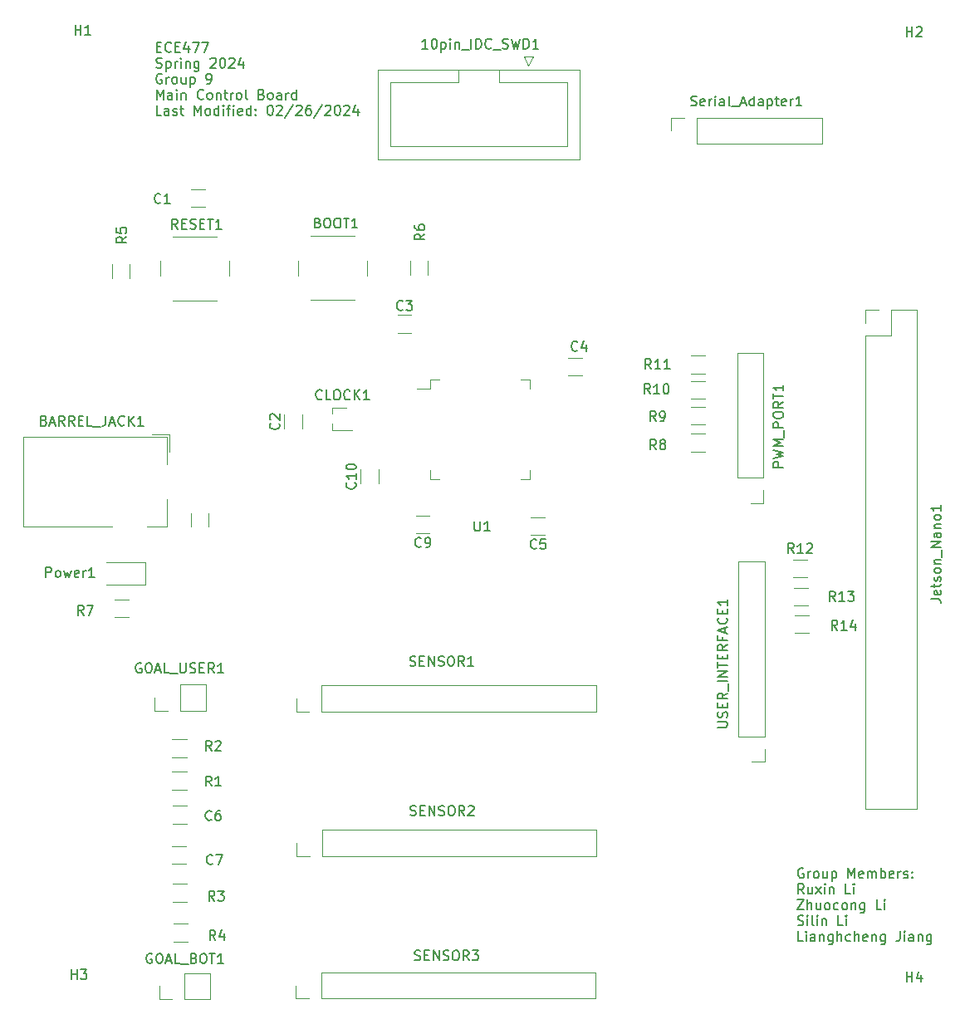
<source format=gbr>
%TF.GenerationSoftware,KiCad,Pcbnew,7.0.10*%
%TF.CreationDate,2024-03-07T18:06:14-07:00*%
%TF.ProjectId,Senior Design,53656e69-6f72-4204-9465-7369676e2e6b,rev?*%
%TF.SameCoordinates,Original*%
%TF.FileFunction,Legend,Top*%
%TF.FilePolarity,Positive*%
%FSLAX46Y46*%
G04 Gerber Fmt 4.6, Leading zero omitted, Abs format (unit mm)*
G04 Created by KiCad (PCBNEW 7.0.10) date 2024-03-07 18:06:14*
%MOMM*%
%LPD*%
G01*
G04 APERTURE LIST*
%ADD10C,0.150000*%
%ADD11C,0.120000*%
G04 APERTURE END LIST*
D10*
X201960588Y-124377438D02*
X201865350Y-124329819D01*
X201865350Y-124329819D02*
X201722493Y-124329819D01*
X201722493Y-124329819D02*
X201579636Y-124377438D01*
X201579636Y-124377438D02*
X201484398Y-124472676D01*
X201484398Y-124472676D02*
X201436779Y-124567914D01*
X201436779Y-124567914D02*
X201389160Y-124758390D01*
X201389160Y-124758390D02*
X201389160Y-124901247D01*
X201389160Y-124901247D02*
X201436779Y-125091723D01*
X201436779Y-125091723D02*
X201484398Y-125186961D01*
X201484398Y-125186961D02*
X201579636Y-125282200D01*
X201579636Y-125282200D02*
X201722493Y-125329819D01*
X201722493Y-125329819D02*
X201817731Y-125329819D01*
X201817731Y-125329819D02*
X201960588Y-125282200D01*
X201960588Y-125282200D02*
X202008207Y-125234580D01*
X202008207Y-125234580D02*
X202008207Y-124901247D01*
X202008207Y-124901247D02*
X201817731Y-124901247D01*
X202436779Y-125329819D02*
X202436779Y-124663152D01*
X202436779Y-124853628D02*
X202484398Y-124758390D01*
X202484398Y-124758390D02*
X202532017Y-124710771D01*
X202532017Y-124710771D02*
X202627255Y-124663152D01*
X202627255Y-124663152D02*
X202722493Y-124663152D01*
X203198684Y-125329819D02*
X203103446Y-125282200D01*
X203103446Y-125282200D02*
X203055827Y-125234580D01*
X203055827Y-125234580D02*
X203008208Y-125139342D01*
X203008208Y-125139342D02*
X203008208Y-124853628D01*
X203008208Y-124853628D02*
X203055827Y-124758390D01*
X203055827Y-124758390D02*
X203103446Y-124710771D01*
X203103446Y-124710771D02*
X203198684Y-124663152D01*
X203198684Y-124663152D02*
X203341541Y-124663152D01*
X203341541Y-124663152D02*
X203436779Y-124710771D01*
X203436779Y-124710771D02*
X203484398Y-124758390D01*
X203484398Y-124758390D02*
X203532017Y-124853628D01*
X203532017Y-124853628D02*
X203532017Y-125139342D01*
X203532017Y-125139342D02*
X203484398Y-125234580D01*
X203484398Y-125234580D02*
X203436779Y-125282200D01*
X203436779Y-125282200D02*
X203341541Y-125329819D01*
X203341541Y-125329819D02*
X203198684Y-125329819D01*
X204389160Y-124663152D02*
X204389160Y-125329819D01*
X203960589Y-124663152D02*
X203960589Y-125186961D01*
X203960589Y-125186961D02*
X204008208Y-125282200D01*
X204008208Y-125282200D02*
X204103446Y-125329819D01*
X204103446Y-125329819D02*
X204246303Y-125329819D01*
X204246303Y-125329819D02*
X204341541Y-125282200D01*
X204341541Y-125282200D02*
X204389160Y-125234580D01*
X204865351Y-124663152D02*
X204865351Y-125663152D01*
X204865351Y-124710771D02*
X204960589Y-124663152D01*
X204960589Y-124663152D02*
X205151065Y-124663152D01*
X205151065Y-124663152D02*
X205246303Y-124710771D01*
X205246303Y-124710771D02*
X205293922Y-124758390D01*
X205293922Y-124758390D02*
X205341541Y-124853628D01*
X205341541Y-124853628D02*
X205341541Y-125139342D01*
X205341541Y-125139342D02*
X205293922Y-125234580D01*
X205293922Y-125234580D02*
X205246303Y-125282200D01*
X205246303Y-125282200D02*
X205151065Y-125329819D01*
X205151065Y-125329819D02*
X204960589Y-125329819D01*
X204960589Y-125329819D02*
X204865351Y-125282200D01*
X206532018Y-125329819D02*
X206532018Y-124329819D01*
X206532018Y-124329819D02*
X206865351Y-125044104D01*
X206865351Y-125044104D02*
X207198684Y-124329819D01*
X207198684Y-124329819D02*
X207198684Y-125329819D01*
X208055827Y-125282200D02*
X207960589Y-125329819D01*
X207960589Y-125329819D02*
X207770113Y-125329819D01*
X207770113Y-125329819D02*
X207674875Y-125282200D01*
X207674875Y-125282200D02*
X207627256Y-125186961D01*
X207627256Y-125186961D02*
X207627256Y-124806009D01*
X207627256Y-124806009D02*
X207674875Y-124710771D01*
X207674875Y-124710771D02*
X207770113Y-124663152D01*
X207770113Y-124663152D02*
X207960589Y-124663152D01*
X207960589Y-124663152D02*
X208055827Y-124710771D01*
X208055827Y-124710771D02*
X208103446Y-124806009D01*
X208103446Y-124806009D02*
X208103446Y-124901247D01*
X208103446Y-124901247D02*
X207627256Y-124996485D01*
X208532018Y-125329819D02*
X208532018Y-124663152D01*
X208532018Y-124758390D02*
X208579637Y-124710771D01*
X208579637Y-124710771D02*
X208674875Y-124663152D01*
X208674875Y-124663152D02*
X208817732Y-124663152D01*
X208817732Y-124663152D02*
X208912970Y-124710771D01*
X208912970Y-124710771D02*
X208960589Y-124806009D01*
X208960589Y-124806009D02*
X208960589Y-125329819D01*
X208960589Y-124806009D02*
X209008208Y-124710771D01*
X209008208Y-124710771D02*
X209103446Y-124663152D01*
X209103446Y-124663152D02*
X209246303Y-124663152D01*
X209246303Y-124663152D02*
X209341542Y-124710771D01*
X209341542Y-124710771D02*
X209389161Y-124806009D01*
X209389161Y-124806009D02*
X209389161Y-125329819D01*
X209865351Y-125329819D02*
X209865351Y-124329819D01*
X209865351Y-124710771D02*
X209960589Y-124663152D01*
X209960589Y-124663152D02*
X210151065Y-124663152D01*
X210151065Y-124663152D02*
X210246303Y-124710771D01*
X210246303Y-124710771D02*
X210293922Y-124758390D01*
X210293922Y-124758390D02*
X210341541Y-124853628D01*
X210341541Y-124853628D02*
X210341541Y-125139342D01*
X210341541Y-125139342D02*
X210293922Y-125234580D01*
X210293922Y-125234580D02*
X210246303Y-125282200D01*
X210246303Y-125282200D02*
X210151065Y-125329819D01*
X210151065Y-125329819D02*
X209960589Y-125329819D01*
X209960589Y-125329819D02*
X209865351Y-125282200D01*
X211151065Y-125282200D02*
X211055827Y-125329819D01*
X211055827Y-125329819D02*
X210865351Y-125329819D01*
X210865351Y-125329819D02*
X210770113Y-125282200D01*
X210770113Y-125282200D02*
X210722494Y-125186961D01*
X210722494Y-125186961D02*
X210722494Y-124806009D01*
X210722494Y-124806009D02*
X210770113Y-124710771D01*
X210770113Y-124710771D02*
X210865351Y-124663152D01*
X210865351Y-124663152D02*
X211055827Y-124663152D01*
X211055827Y-124663152D02*
X211151065Y-124710771D01*
X211151065Y-124710771D02*
X211198684Y-124806009D01*
X211198684Y-124806009D02*
X211198684Y-124901247D01*
X211198684Y-124901247D02*
X210722494Y-124996485D01*
X211627256Y-125329819D02*
X211627256Y-124663152D01*
X211627256Y-124853628D02*
X211674875Y-124758390D01*
X211674875Y-124758390D02*
X211722494Y-124710771D01*
X211722494Y-124710771D02*
X211817732Y-124663152D01*
X211817732Y-124663152D02*
X211912970Y-124663152D01*
X212198685Y-125282200D02*
X212293923Y-125329819D01*
X212293923Y-125329819D02*
X212484399Y-125329819D01*
X212484399Y-125329819D02*
X212579637Y-125282200D01*
X212579637Y-125282200D02*
X212627256Y-125186961D01*
X212627256Y-125186961D02*
X212627256Y-125139342D01*
X212627256Y-125139342D02*
X212579637Y-125044104D01*
X212579637Y-125044104D02*
X212484399Y-124996485D01*
X212484399Y-124996485D02*
X212341542Y-124996485D01*
X212341542Y-124996485D02*
X212246304Y-124948866D01*
X212246304Y-124948866D02*
X212198685Y-124853628D01*
X212198685Y-124853628D02*
X212198685Y-124806009D01*
X212198685Y-124806009D02*
X212246304Y-124710771D01*
X212246304Y-124710771D02*
X212341542Y-124663152D01*
X212341542Y-124663152D02*
X212484399Y-124663152D01*
X212484399Y-124663152D02*
X212579637Y-124710771D01*
X213055828Y-125234580D02*
X213103447Y-125282200D01*
X213103447Y-125282200D02*
X213055828Y-125329819D01*
X213055828Y-125329819D02*
X213008209Y-125282200D01*
X213008209Y-125282200D02*
X213055828Y-125234580D01*
X213055828Y-125234580D02*
X213055828Y-125329819D01*
X213055828Y-124710771D02*
X213103447Y-124758390D01*
X213103447Y-124758390D02*
X213055828Y-124806009D01*
X213055828Y-124806009D02*
X213008209Y-124758390D01*
X213008209Y-124758390D02*
X213055828Y-124710771D01*
X213055828Y-124710771D02*
X213055828Y-124806009D01*
X202008207Y-126939819D02*
X201674874Y-126463628D01*
X201436779Y-126939819D02*
X201436779Y-125939819D01*
X201436779Y-125939819D02*
X201817731Y-125939819D01*
X201817731Y-125939819D02*
X201912969Y-125987438D01*
X201912969Y-125987438D02*
X201960588Y-126035057D01*
X201960588Y-126035057D02*
X202008207Y-126130295D01*
X202008207Y-126130295D02*
X202008207Y-126273152D01*
X202008207Y-126273152D02*
X201960588Y-126368390D01*
X201960588Y-126368390D02*
X201912969Y-126416009D01*
X201912969Y-126416009D02*
X201817731Y-126463628D01*
X201817731Y-126463628D02*
X201436779Y-126463628D01*
X202865350Y-126273152D02*
X202865350Y-126939819D01*
X202436779Y-126273152D02*
X202436779Y-126796961D01*
X202436779Y-126796961D02*
X202484398Y-126892200D01*
X202484398Y-126892200D02*
X202579636Y-126939819D01*
X202579636Y-126939819D02*
X202722493Y-126939819D01*
X202722493Y-126939819D02*
X202817731Y-126892200D01*
X202817731Y-126892200D02*
X202865350Y-126844580D01*
X203246303Y-126939819D02*
X203770112Y-126273152D01*
X203246303Y-126273152D02*
X203770112Y-126939819D01*
X204151065Y-126939819D02*
X204151065Y-126273152D01*
X204151065Y-125939819D02*
X204103446Y-125987438D01*
X204103446Y-125987438D02*
X204151065Y-126035057D01*
X204151065Y-126035057D02*
X204198684Y-125987438D01*
X204198684Y-125987438D02*
X204151065Y-125939819D01*
X204151065Y-125939819D02*
X204151065Y-126035057D01*
X204627255Y-126273152D02*
X204627255Y-126939819D01*
X204627255Y-126368390D02*
X204674874Y-126320771D01*
X204674874Y-126320771D02*
X204770112Y-126273152D01*
X204770112Y-126273152D02*
X204912969Y-126273152D01*
X204912969Y-126273152D02*
X205008207Y-126320771D01*
X205008207Y-126320771D02*
X205055826Y-126416009D01*
X205055826Y-126416009D02*
X205055826Y-126939819D01*
X206770112Y-126939819D02*
X206293922Y-126939819D01*
X206293922Y-126939819D02*
X206293922Y-125939819D01*
X207103446Y-126939819D02*
X207103446Y-126273152D01*
X207103446Y-125939819D02*
X207055827Y-125987438D01*
X207055827Y-125987438D02*
X207103446Y-126035057D01*
X207103446Y-126035057D02*
X207151065Y-125987438D01*
X207151065Y-125987438D02*
X207103446Y-125939819D01*
X207103446Y-125939819D02*
X207103446Y-126035057D01*
X201341541Y-127549819D02*
X202008207Y-127549819D01*
X202008207Y-127549819D02*
X201341541Y-128549819D01*
X201341541Y-128549819D02*
X202008207Y-128549819D01*
X202389160Y-128549819D02*
X202389160Y-127549819D01*
X202817731Y-128549819D02*
X202817731Y-128026009D01*
X202817731Y-128026009D02*
X202770112Y-127930771D01*
X202770112Y-127930771D02*
X202674874Y-127883152D01*
X202674874Y-127883152D02*
X202532017Y-127883152D01*
X202532017Y-127883152D02*
X202436779Y-127930771D01*
X202436779Y-127930771D02*
X202389160Y-127978390D01*
X203722493Y-127883152D02*
X203722493Y-128549819D01*
X203293922Y-127883152D02*
X203293922Y-128406961D01*
X203293922Y-128406961D02*
X203341541Y-128502200D01*
X203341541Y-128502200D02*
X203436779Y-128549819D01*
X203436779Y-128549819D02*
X203579636Y-128549819D01*
X203579636Y-128549819D02*
X203674874Y-128502200D01*
X203674874Y-128502200D02*
X203722493Y-128454580D01*
X204341541Y-128549819D02*
X204246303Y-128502200D01*
X204246303Y-128502200D02*
X204198684Y-128454580D01*
X204198684Y-128454580D02*
X204151065Y-128359342D01*
X204151065Y-128359342D02*
X204151065Y-128073628D01*
X204151065Y-128073628D02*
X204198684Y-127978390D01*
X204198684Y-127978390D02*
X204246303Y-127930771D01*
X204246303Y-127930771D02*
X204341541Y-127883152D01*
X204341541Y-127883152D02*
X204484398Y-127883152D01*
X204484398Y-127883152D02*
X204579636Y-127930771D01*
X204579636Y-127930771D02*
X204627255Y-127978390D01*
X204627255Y-127978390D02*
X204674874Y-128073628D01*
X204674874Y-128073628D02*
X204674874Y-128359342D01*
X204674874Y-128359342D02*
X204627255Y-128454580D01*
X204627255Y-128454580D02*
X204579636Y-128502200D01*
X204579636Y-128502200D02*
X204484398Y-128549819D01*
X204484398Y-128549819D02*
X204341541Y-128549819D01*
X205532017Y-128502200D02*
X205436779Y-128549819D01*
X205436779Y-128549819D02*
X205246303Y-128549819D01*
X205246303Y-128549819D02*
X205151065Y-128502200D01*
X205151065Y-128502200D02*
X205103446Y-128454580D01*
X205103446Y-128454580D02*
X205055827Y-128359342D01*
X205055827Y-128359342D02*
X205055827Y-128073628D01*
X205055827Y-128073628D02*
X205103446Y-127978390D01*
X205103446Y-127978390D02*
X205151065Y-127930771D01*
X205151065Y-127930771D02*
X205246303Y-127883152D01*
X205246303Y-127883152D02*
X205436779Y-127883152D01*
X205436779Y-127883152D02*
X205532017Y-127930771D01*
X206103446Y-128549819D02*
X206008208Y-128502200D01*
X206008208Y-128502200D02*
X205960589Y-128454580D01*
X205960589Y-128454580D02*
X205912970Y-128359342D01*
X205912970Y-128359342D02*
X205912970Y-128073628D01*
X205912970Y-128073628D02*
X205960589Y-127978390D01*
X205960589Y-127978390D02*
X206008208Y-127930771D01*
X206008208Y-127930771D02*
X206103446Y-127883152D01*
X206103446Y-127883152D02*
X206246303Y-127883152D01*
X206246303Y-127883152D02*
X206341541Y-127930771D01*
X206341541Y-127930771D02*
X206389160Y-127978390D01*
X206389160Y-127978390D02*
X206436779Y-128073628D01*
X206436779Y-128073628D02*
X206436779Y-128359342D01*
X206436779Y-128359342D02*
X206389160Y-128454580D01*
X206389160Y-128454580D02*
X206341541Y-128502200D01*
X206341541Y-128502200D02*
X206246303Y-128549819D01*
X206246303Y-128549819D02*
X206103446Y-128549819D01*
X206865351Y-127883152D02*
X206865351Y-128549819D01*
X206865351Y-127978390D02*
X206912970Y-127930771D01*
X206912970Y-127930771D02*
X207008208Y-127883152D01*
X207008208Y-127883152D02*
X207151065Y-127883152D01*
X207151065Y-127883152D02*
X207246303Y-127930771D01*
X207246303Y-127930771D02*
X207293922Y-128026009D01*
X207293922Y-128026009D02*
X207293922Y-128549819D01*
X208198684Y-127883152D02*
X208198684Y-128692676D01*
X208198684Y-128692676D02*
X208151065Y-128787914D01*
X208151065Y-128787914D02*
X208103446Y-128835533D01*
X208103446Y-128835533D02*
X208008208Y-128883152D01*
X208008208Y-128883152D02*
X207865351Y-128883152D01*
X207865351Y-128883152D02*
X207770113Y-128835533D01*
X208198684Y-128502200D02*
X208103446Y-128549819D01*
X208103446Y-128549819D02*
X207912970Y-128549819D01*
X207912970Y-128549819D02*
X207817732Y-128502200D01*
X207817732Y-128502200D02*
X207770113Y-128454580D01*
X207770113Y-128454580D02*
X207722494Y-128359342D01*
X207722494Y-128359342D02*
X207722494Y-128073628D01*
X207722494Y-128073628D02*
X207770113Y-127978390D01*
X207770113Y-127978390D02*
X207817732Y-127930771D01*
X207817732Y-127930771D02*
X207912970Y-127883152D01*
X207912970Y-127883152D02*
X208103446Y-127883152D01*
X208103446Y-127883152D02*
X208198684Y-127930771D01*
X209912970Y-128549819D02*
X209436780Y-128549819D01*
X209436780Y-128549819D02*
X209436780Y-127549819D01*
X210246304Y-128549819D02*
X210246304Y-127883152D01*
X210246304Y-127549819D02*
X210198685Y-127597438D01*
X210198685Y-127597438D02*
X210246304Y-127645057D01*
X210246304Y-127645057D02*
X210293923Y-127597438D01*
X210293923Y-127597438D02*
X210246304Y-127549819D01*
X210246304Y-127549819D02*
X210246304Y-127645057D01*
X201389160Y-130112200D02*
X201532017Y-130159819D01*
X201532017Y-130159819D02*
X201770112Y-130159819D01*
X201770112Y-130159819D02*
X201865350Y-130112200D01*
X201865350Y-130112200D02*
X201912969Y-130064580D01*
X201912969Y-130064580D02*
X201960588Y-129969342D01*
X201960588Y-129969342D02*
X201960588Y-129874104D01*
X201960588Y-129874104D02*
X201912969Y-129778866D01*
X201912969Y-129778866D02*
X201865350Y-129731247D01*
X201865350Y-129731247D02*
X201770112Y-129683628D01*
X201770112Y-129683628D02*
X201579636Y-129636009D01*
X201579636Y-129636009D02*
X201484398Y-129588390D01*
X201484398Y-129588390D02*
X201436779Y-129540771D01*
X201436779Y-129540771D02*
X201389160Y-129445533D01*
X201389160Y-129445533D02*
X201389160Y-129350295D01*
X201389160Y-129350295D02*
X201436779Y-129255057D01*
X201436779Y-129255057D02*
X201484398Y-129207438D01*
X201484398Y-129207438D02*
X201579636Y-129159819D01*
X201579636Y-129159819D02*
X201817731Y-129159819D01*
X201817731Y-129159819D02*
X201960588Y-129207438D01*
X202389160Y-130159819D02*
X202389160Y-129493152D01*
X202389160Y-129159819D02*
X202341541Y-129207438D01*
X202341541Y-129207438D02*
X202389160Y-129255057D01*
X202389160Y-129255057D02*
X202436779Y-129207438D01*
X202436779Y-129207438D02*
X202389160Y-129159819D01*
X202389160Y-129159819D02*
X202389160Y-129255057D01*
X203008207Y-130159819D02*
X202912969Y-130112200D01*
X202912969Y-130112200D02*
X202865350Y-130016961D01*
X202865350Y-130016961D02*
X202865350Y-129159819D01*
X203389160Y-130159819D02*
X203389160Y-129493152D01*
X203389160Y-129159819D02*
X203341541Y-129207438D01*
X203341541Y-129207438D02*
X203389160Y-129255057D01*
X203389160Y-129255057D02*
X203436779Y-129207438D01*
X203436779Y-129207438D02*
X203389160Y-129159819D01*
X203389160Y-129159819D02*
X203389160Y-129255057D01*
X203865350Y-129493152D02*
X203865350Y-130159819D01*
X203865350Y-129588390D02*
X203912969Y-129540771D01*
X203912969Y-129540771D02*
X204008207Y-129493152D01*
X204008207Y-129493152D02*
X204151064Y-129493152D01*
X204151064Y-129493152D02*
X204246302Y-129540771D01*
X204246302Y-129540771D02*
X204293921Y-129636009D01*
X204293921Y-129636009D02*
X204293921Y-130159819D01*
X206008207Y-130159819D02*
X205532017Y-130159819D01*
X205532017Y-130159819D02*
X205532017Y-129159819D01*
X206341541Y-130159819D02*
X206341541Y-129493152D01*
X206341541Y-129159819D02*
X206293922Y-129207438D01*
X206293922Y-129207438D02*
X206341541Y-129255057D01*
X206341541Y-129255057D02*
X206389160Y-129207438D01*
X206389160Y-129207438D02*
X206341541Y-129159819D01*
X206341541Y-129159819D02*
X206341541Y-129255057D01*
X201912969Y-131769819D02*
X201436779Y-131769819D01*
X201436779Y-131769819D02*
X201436779Y-130769819D01*
X202246303Y-131769819D02*
X202246303Y-131103152D01*
X202246303Y-130769819D02*
X202198684Y-130817438D01*
X202198684Y-130817438D02*
X202246303Y-130865057D01*
X202246303Y-130865057D02*
X202293922Y-130817438D01*
X202293922Y-130817438D02*
X202246303Y-130769819D01*
X202246303Y-130769819D02*
X202246303Y-130865057D01*
X203151064Y-131769819D02*
X203151064Y-131246009D01*
X203151064Y-131246009D02*
X203103445Y-131150771D01*
X203103445Y-131150771D02*
X203008207Y-131103152D01*
X203008207Y-131103152D02*
X202817731Y-131103152D01*
X202817731Y-131103152D02*
X202722493Y-131150771D01*
X203151064Y-131722200D02*
X203055826Y-131769819D01*
X203055826Y-131769819D02*
X202817731Y-131769819D01*
X202817731Y-131769819D02*
X202722493Y-131722200D01*
X202722493Y-131722200D02*
X202674874Y-131626961D01*
X202674874Y-131626961D02*
X202674874Y-131531723D01*
X202674874Y-131531723D02*
X202722493Y-131436485D01*
X202722493Y-131436485D02*
X202817731Y-131388866D01*
X202817731Y-131388866D02*
X203055826Y-131388866D01*
X203055826Y-131388866D02*
X203151064Y-131341247D01*
X203627255Y-131103152D02*
X203627255Y-131769819D01*
X203627255Y-131198390D02*
X203674874Y-131150771D01*
X203674874Y-131150771D02*
X203770112Y-131103152D01*
X203770112Y-131103152D02*
X203912969Y-131103152D01*
X203912969Y-131103152D02*
X204008207Y-131150771D01*
X204008207Y-131150771D02*
X204055826Y-131246009D01*
X204055826Y-131246009D02*
X204055826Y-131769819D01*
X204960588Y-131103152D02*
X204960588Y-131912676D01*
X204960588Y-131912676D02*
X204912969Y-132007914D01*
X204912969Y-132007914D02*
X204865350Y-132055533D01*
X204865350Y-132055533D02*
X204770112Y-132103152D01*
X204770112Y-132103152D02*
X204627255Y-132103152D01*
X204627255Y-132103152D02*
X204532017Y-132055533D01*
X204960588Y-131722200D02*
X204865350Y-131769819D01*
X204865350Y-131769819D02*
X204674874Y-131769819D01*
X204674874Y-131769819D02*
X204579636Y-131722200D01*
X204579636Y-131722200D02*
X204532017Y-131674580D01*
X204532017Y-131674580D02*
X204484398Y-131579342D01*
X204484398Y-131579342D02*
X204484398Y-131293628D01*
X204484398Y-131293628D02*
X204532017Y-131198390D01*
X204532017Y-131198390D02*
X204579636Y-131150771D01*
X204579636Y-131150771D02*
X204674874Y-131103152D01*
X204674874Y-131103152D02*
X204865350Y-131103152D01*
X204865350Y-131103152D02*
X204960588Y-131150771D01*
X205436779Y-131769819D02*
X205436779Y-130769819D01*
X205865350Y-131769819D02*
X205865350Y-131246009D01*
X205865350Y-131246009D02*
X205817731Y-131150771D01*
X205817731Y-131150771D02*
X205722493Y-131103152D01*
X205722493Y-131103152D02*
X205579636Y-131103152D01*
X205579636Y-131103152D02*
X205484398Y-131150771D01*
X205484398Y-131150771D02*
X205436779Y-131198390D01*
X206770112Y-131722200D02*
X206674874Y-131769819D01*
X206674874Y-131769819D02*
X206484398Y-131769819D01*
X206484398Y-131769819D02*
X206389160Y-131722200D01*
X206389160Y-131722200D02*
X206341541Y-131674580D01*
X206341541Y-131674580D02*
X206293922Y-131579342D01*
X206293922Y-131579342D02*
X206293922Y-131293628D01*
X206293922Y-131293628D02*
X206341541Y-131198390D01*
X206341541Y-131198390D02*
X206389160Y-131150771D01*
X206389160Y-131150771D02*
X206484398Y-131103152D01*
X206484398Y-131103152D02*
X206674874Y-131103152D01*
X206674874Y-131103152D02*
X206770112Y-131150771D01*
X207198684Y-131769819D02*
X207198684Y-130769819D01*
X207627255Y-131769819D02*
X207627255Y-131246009D01*
X207627255Y-131246009D02*
X207579636Y-131150771D01*
X207579636Y-131150771D02*
X207484398Y-131103152D01*
X207484398Y-131103152D02*
X207341541Y-131103152D01*
X207341541Y-131103152D02*
X207246303Y-131150771D01*
X207246303Y-131150771D02*
X207198684Y-131198390D01*
X208484398Y-131722200D02*
X208389160Y-131769819D01*
X208389160Y-131769819D02*
X208198684Y-131769819D01*
X208198684Y-131769819D02*
X208103446Y-131722200D01*
X208103446Y-131722200D02*
X208055827Y-131626961D01*
X208055827Y-131626961D02*
X208055827Y-131246009D01*
X208055827Y-131246009D02*
X208103446Y-131150771D01*
X208103446Y-131150771D02*
X208198684Y-131103152D01*
X208198684Y-131103152D02*
X208389160Y-131103152D01*
X208389160Y-131103152D02*
X208484398Y-131150771D01*
X208484398Y-131150771D02*
X208532017Y-131246009D01*
X208532017Y-131246009D02*
X208532017Y-131341247D01*
X208532017Y-131341247D02*
X208055827Y-131436485D01*
X208960589Y-131103152D02*
X208960589Y-131769819D01*
X208960589Y-131198390D02*
X209008208Y-131150771D01*
X209008208Y-131150771D02*
X209103446Y-131103152D01*
X209103446Y-131103152D02*
X209246303Y-131103152D01*
X209246303Y-131103152D02*
X209341541Y-131150771D01*
X209341541Y-131150771D02*
X209389160Y-131246009D01*
X209389160Y-131246009D02*
X209389160Y-131769819D01*
X210293922Y-131103152D02*
X210293922Y-131912676D01*
X210293922Y-131912676D02*
X210246303Y-132007914D01*
X210246303Y-132007914D02*
X210198684Y-132055533D01*
X210198684Y-132055533D02*
X210103446Y-132103152D01*
X210103446Y-132103152D02*
X209960589Y-132103152D01*
X209960589Y-132103152D02*
X209865351Y-132055533D01*
X210293922Y-131722200D02*
X210198684Y-131769819D01*
X210198684Y-131769819D02*
X210008208Y-131769819D01*
X210008208Y-131769819D02*
X209912970Y-131722200D01*
X209912970Y-131722200D02*
X209865351Y-131674580D01*
X209865351Y-131674580D02*
X209817732Y-131579342D01*
X209817732Y-131579342D02*
X209817732Y-131293628D01*
X209817732Y-131293628D02*
X209865351Y-131198390D01*
X209865351Y-131198390D02*
X209912970Y-131150771D01*
X209912970Y-131150771D02*
X210008208Y-131103152D01*
X210008208Y-131103152D02*
X210198684Y-131103152D01*
X210198684Y-131103152D02*
X210293922Y-131150771D01*
X211817732Y-130769819D02*
X211817732Y-131484104D01*
X211817732Y-131484104D02*
X211770113Y-131626961D01*
X211770113Y-131626961D02*
X211674875Y-131722200D01*
X211674875Y-131722200D02*
X211532018Y-131769819D01*
X211532018Y-131769819D02*
X211436780Y-131769819D01*
X212293923Y-131769819D02*
X212293923Y-131103152D01*
X212293923Y-130769819D02*
X212246304Y-130817438D01*
X212246304Y-130817438D02*
X212293923Y-130865057D01*
X212293923Y-130865057D02*
X212341542Y-130817438D01*
X212341542Y-130817438D02*
X212293923Y-130769819D01*
X212293923Y-130769819D02*
X212293923Y-130865057D01*
X213198684Y-131769819D02*
X213198684Y-131246009D01*
X213198684Y-131246009D02*
X213151065Y-131150771D01*
X213151065Y-131150771D02*
X213055827Y-131103152D01*
X213055827Y-131103152D02*
X212865351Y-131103152D01*
X212865351Y-131103152D02*
X212770113Y-131150771D01*
X213198684Y-131722200D02*
X213103446Y-131769819D01*
X213103446Y-131769819D02*
X212865351Y-131769819D01*
X212865351Y-131769819D02*
X212770113Y-131722200D01*
X212770113Y-131722200D02*
X212722494Y-131626961D01*
X212722494Y-131626961D02*
X212722494Y-131531723D01*
X212722494Y-131531723D02*
X212770113Y-131436485D01*
X212770113Y-131436485D02*
X212865351Y-131388866D01*
X212865351Y-131388866D02*
X213103446Y-131388866D01*
X213103446Y-131388866D02*
X213198684Y-131341247D01*
X213674875Y-131103152D02*
X213674875Y-131769819D01*
X213674875Y-131198390D02*
X213722494Y-131150771D01*
X213722494Y-131150771D02*
X213817732Y-131103152D01*
X213817732Y-131103152D02*
X213960589Y-131103152D01*
X213960589Y-131103152D02*
X214055827Y-131150771D01*
X214055827Y-131150771D02*
X214103446Y-131246009D01*
X214103446Y-131246009D02*
X214103446Y-131769819D01*
X215008208Y-131103152D02*
X215008208Y-131912676D01*
X215008208Y-131912676D02*
X214960589Y-132007914D01*
X214960589Y-132007914D02*
X214912970Y-132055533D01*
X214912970Y-132055533D02*
X214817732Y-132103152D01*
X214817732Y-132103152D02*
X214674875Y-132103152D01*
X214674875Y-132103152D02*
X214579637Y-132055533D01*
X215008208Y-131722200D02*
X214912970Y-131769819D01*
X214912970Y-131769819D02*
X214722494Y-131769819D01*
X214722494Y-131769819D02*
X214627256Y-131722200D01*
X214627256Y-131722200D02*
X214579637Y-131674580D01*
X214579637Y-131674580D02*
X214532018Y-131579342D01*
X214532018Y-131579342D02*
X214532018Y-131293628D01*
X214532018Y-131293628D02*
X214579637Y-131198390D01*
X214579637Y-131198390D02*
X214627256Y-131150771D01*
X214627256Y-131150771D02*
X214722494Y-131103152D01*
X214722494Y-131103152D02*
X214912970Y-131103152D01*
X214912970Y-131103152D02*
X215008208Y-131150771D01*
X136036779Y-40606009D02*
X136370112Y-40606009D01*
X136512969Y-41129819D02*
X136036779Y-41129819D01*
X136036779Y-41129819D02*
X136036779Y-40129819D01*
X136036779Y-40129819D02*
X136512969Y-40129819D01*
X137512969Y-41034580D02*
X137465350Y-41082200D01*
X137465350Y-41082200D02*
X137322493Y-41129819D01*
X137322493Y-41129819D02*
X137227255Y-41129819D01*
X137227255Y-41129819D02*
X137084398Y-41082200D01*
X137084398Y-41082200D02*
X136989160Y-40986961D01*
X136989160Y-40986961D02*
X136941541Y-40891723D01*
X136941541Y-40891723D02*
X136893922Y-40701247D01*
X136893922Y-40701247D02*
X136893922Y-40558390D01*
X136893922Y-40558390D02*
X136941541Y-40367914D01*
X136941541Y-40367914D02*
X136989160Y-40272676D01*
X136989160Y-40272676D02*
X137084398Y-40177438D01*
X137084398Y-40177438D02*
X137227255Y-40129819D01*
X137227255Y-40129819D02*
X137322493Y-40129819D01*
X137322493Y-40129819D02*
X137465350Y-40177438D01*
X137465350Y-40177438D02*
X137512969Y-40225057D01*
X137941541Y-40606009D02*
X138274874Y-40606009D01*
X138417731Y-41129819D02*
X137941541Y-41129819D01*
X137941541Y-41129819D02*
X137941541Y-40129819D01*
X137941541Y-40129819D02*
X138417731Y-40129819D01*
X139274874Y-40463152D02*
X139274874Y-41129819D01*
X139036779Y-40082200D02*
X138798684Y-40796485D01*
X138798684Y-40796485D02*
X139417731Y-40796485D01*
X139703446Y-40129819D02*
X140370112Y-40129819D01*
X140370112Y-40129819D02*
X139941541Y-41129819D01*
X140655827Y-40129819D02*
X141322493Y-40129819D01*
X141322493Y-40129819D02*
X140893922Y-41129819D01*
X135989160Y-42692200D02*
X136132017Y-42739819D01*
X136132017Y-42739819D02*
X136370112Y-42739819D01*
X136370112Y-42739819D02*
X136465350Y-42692200D01*
X136465350Y-42692200D02*
X136512969Y-42644580D01*
X136512969Y-42644580D02*
X136560588Y-42549342D01*
X136560588Y-42549342D02*
X136560588Y-42454104D01*
X136560588Y-42454104D02*
X136512969Y-42358866D01*
X136512969Y-42358866D02*
X136465350Y-42311247D01*
X136465350Y-42311247D02*
X136370112Y-42263628D01*
X136370112Y-42263628D02*
X136179636Y-42216009D01*
X136179636Y-42216009D02*
X136084398Y-42168390D01*
X136084398Y-42168390D02*
X136036779Y-42120771D01*
X136036779Y-42120771D02*
X135989160Y-42025533D01*
X135989160Y-42025533D02*
X135989160Y-41930295D01*
X135989160Y-41930295D02*
X136036779Y-41835057D01*
X136036779Y-41835057D02*
X136084398Y-41787438D01*
X136084398Y-41787438D02*
X136179636Y-41739819D01*
X136179636Y-41739819D02*
X136417731Y-41739819D01*
X136417731Y-41739819D02*
X136560588Y-41787438D01*
X136989160Y-42073152D02*
X136989160Y-43073152D01*
X136989160Y-42120771D02*
X137084398Y-42073152D01*
X137084398Y-42073152D02*
X137274874Y-42073152D01*
X137274874Y-42073152D02*
X137370112Y-42120771D01*
X137370112Y-42120771D02*
X137417731Y-42168390D01*
X137417731Y-42168390D02*
X137465350Y-42263628D01*
X137465350Y-42263628D02*
X137465350Y-42549342D01*
X137465350Y-42549342D02*
X137417731Y-42644580D01*
X137417731Y-42644580D02*
X137370112Y-42692200D01*
X137370112Y-42692200D02*
X137274874Y-42739819D01*
X137274874Y-42739819D02*
X137084398Y-42739819D01*
X137084398Y-42739819D02*
X136989160Y-42692200D01*
X137893922Y-42739819D02*
X137893922Y-42073152D01*
X137893922Y-42263628D02*
X137941541Y-42168390D01*
X137941541Y-42168390D02*
X137989160Y-42120771D01*
X137989160Y-42120771D02*
X138084398Y-42073152D01*
X138084398Y-42073152D02*
X138179636Y-42073152D01*
X138512970Y-42739819D02*
X138512970Y-42073152D01*
X138512970Y-41739819D02*
X138465351Y-41787438D01*
X138465351Y-41787438D02*
X138512970Y-41835057D01*
X138512970Y-41835057D02*
X138560589Y-41787438D01*
X138560589Y-41787438D02*
X138512970Y-41739819D01*
X138512970Y-41739819D02*
X138512970Y-41835057D01*
X138989160Y-42073152D02*
X138989160Y-42739819D01*
X138989160Y-42168390D02*
X139036779Y-42120771D01*
X139036779Y-42120771D02*
X139132017Y-42073152D01*
X139132017Y-42073152D02*
X139274874Y-42073152D01*
X139274874Y-42073152D02*
X139370112Y-42120771D01*
X139370112Y-42120771D02*
X139417731Y-42216009D01*
X139417731Y-42216009D02*
X139417731Y-42739819D01*
X140322493Y-42073152D02*
X140322493Y-42882676D01*
X140322493Y-42882676D02*
X140274874Y-42977914D01*
X140274874Y-42977914D02*
X140227255Y-43025533D01*
X140227255Y-43025533D02*
X140132017Y-43073152D01*
X140132017Y-43073152D02*
X139989160Y-43073152D01*
X139989160Y-43073152D02*
X139893922Y-43025533D01*
X140322493Y-42692200D02*
X140227255Y-42739819D01*
X140227255Y-42739819D02*
X140036779Y-42739819D01*
X140036779Y-42739819D02*
X139941541Y-42692200D01*
X139941541Y-42692200D02*
X139893922Y-42644580D01*
X139893922Y-42644580D02*
X139846303Y-42549342D01*
X139846303Y-42549342D02*
X139846303Y-42263628D01*
X139846303Y-42263628D02*
X139893922Y-42168390D01*
X139893922Y-42168390D02*
X139941541Y-42120771D01*
X139941541Y-42120771D02*
X140036779Y-42073152D01*
X140036779Y-42073152D02*
X140227255Y-42073152D01*
X140227255Y-42073152D02*
X140322493Y-42120771D01*
X141512970Y-41835057D02*
X141560589Y-41787438D01*
X141560589Y-41787438D02*
X141655827Y-41739819D01*
X141655827Y-41739819D02*
X141893922Y-41739819D01*
X141893922Y-41739819D02*
X141989160Y-41787438D01*
X141989160Y-41787438D02*
X142036779Y-41835057D01*
X142036779Y-41835057D02*
X142084398Y-41930295D01*
X142084398Y-41930295D02*
X142084398Y-42025533D01*
X142084398Y-42025533D02*
X142036779Y-42168390D01*
X142036779Y-42168390D02*
X141465351Y-42739819D01*
X141465351Y-42739819D02*
X142084398Y-42739819D01*
X142703446Y-41739819D02*
X142798684Y-41739819D01*
X142798684Y-41739819D02*
X142893922Y-41787438D01*
X142893922Y-41787438D02*
X142941541Y-41835057D01*
X142941541Y-41835057D02*
X142989160Y-41930295D01*
X142989160Y-41930295D02*
X143036779Y-42120771D01*
X143036779Y-42120771D02*
X143036779Y-42358866D01*
X143036779Y-42358866D02*
X142989160Y-42549342D01*
X142989160Y-42549342D02*
X142941541Y-42644580D01*
X142941541Y-42644580D02*
X142893922Y-42692200D01*
X142893922Y-42692200D02*
X142798684Y-42739819D01*
X142798684Y-42739819D02*
X142703446Y-42739819D01*
X142703446Y-42739819D02*
X142608208Y-42692200D01*
X142608208Y-42692200D02*
X142560589Y-42644580D01*
X142560589Y-42644580D02*
X142512970Y-42549342D01*
X142512970Y-42549342D02*
X142465351Y-42358866D01*
X142465351Y-42358866D02*
X142465351Y-42120771D01*
X142465351Y-42120771D02*
X142512970Y-41930295D01*
X142512970Y-41930295D02*
X142560589Y-41835057D01*
X142560589Y-41835057D02*
X142608208Y-41787438D01*
X142608208Y-41787438D02*
X142703446Y-41739819D01*
X143417732Y-41835057D02*
X143465351Y-41787438D01*
X143465351Y-41787438D02*
X143560589Y-41739819D01*
X143560589Y-41739819D02*
X143798684Y-41739819D01*
X143798684Y-41739819D02*
X143893922Y-41787438D01*
X143893922Y-41787438D02*
X143941541Y-41835057D01*
X143941541Y-41835057D02*
X143989160Y-41930295D01*
X143989160Y-41930295D02*
X143989160Y-42025533D01*
X143989160Y-42025533D02*
X143941541Y-42168390D01*
X143941541Y-42168390D02*
X143370113Y-42739819D01*
X143370113Y-42739819D02*
X143989160Y-42739819D01*
X144846303Y-42073152D02*
X144846303Y-42739819D01*
X144608208Y-41692200D02*
X144370113Y-42406485D01*
X144370113Y-42406485D02*
X144989160Y-42406485D01*
X136560588Y-43397438D02*
X136465350Y-43349819D01*
X136465350Y-43349819D02*
X136322493Y-43349819D01*
X136322493Y-43349819D02*
X136179636Y-43397438D01*
X136179636Y-43397438D02*
X136084398Y-43492676D01*
X136084398Y-43492676D02*
X136036779Y-43587914D01*
X136036779Y-43587914D02*
X135989160Y-43778390D01*
X135989160Y-43778390D02*
X135989160Y-43921247D01*
X135989160Y-43921247D02*
X136036779Y-44111723D01*
X136036779Y-44111723D02*
X136084398Y-44206961D01*
X136084398Y-44206961D02*
X136179636Y-44302200D01*
X136179636Y-44302200D02*
X136322493Y-44349819D01*
X136322493Y-44349819D02*
X136417731Y-44349819D01*
X136417731Y-44349819D02*
X136560588Y-44302200D01*
X136560588Y-44302200D02*
X136608207Y-44254580D01*
X136608207Y-44254580D02*
X136608207Y-43921247D01*
X136608207Y-43921247D02*
X136417731Y-43921247D01*
X137036779Y-44349819D02*
X137036779Y-43683152D01*
X137036779Y-43873628D02*
X137084398Y-43778390D01*
X137084398Y-43778390D02*
X137132017Y-43730771D01*
X137132017Y-43730771D02*
X137227255Y-43683152D01*
X137227255Y-43683152D02*
X137322493Y-43683152D01*
X137798684Y-44349819D02*
X137703446Y-44302200D01*
X137703446Y-44302200D02*
X137655827Y-44254580D01*
X137655827Y-44254580D02*
X137608208Y-44159342D01*
X137608208Y-44159342D02*
X137608208Y-43873628D01*
X137608208Y-43873628D02*
X137655827Y-43778390D01*
X137655827Y-43778390D02*
X137703446Y-43730771D01*
X137703446Y-43730771D02*
X137798684Y-43683152D01*
X137798684Y-43683152D02*
X137941541Y-43683152D01*
X137941541Y-43683152D02*
X138036779Y-43730771D01*
X138036779Y-43730771D02*
X138084398Y-43778390D01*
X138084398Y-43778390D02*
X138132017Y-43873628D01*
X138132017Y-43873628D02*
X138132017Y-44159342D01*
X138132017Y-44159342D02*
X138084398Y-44254580D01*
X138084398Y-44254580D02*
X138036779Y-44302200D01*
X138036779Y-44302200D02*
X137941541Y-44349819D01*
X137941541Y-44349819D02*
X137798684Y-44349819D01*
X138989160Y-43683152D02*
X138989160Y-44349819D01*
X138560589Y-43683152D02*
X138560589Y-44206961D01*
X138560589Y-44206961D02*
X138608208Y-44302200D01*
X138608208Y-44302200D02*
X138703446Y-44349819D01*
X138703446Y-44349819D02*
X138846303Y-44349819D01*
X138846303Y-44349819D02*
X138941541Y-44302200D01*
X138941541Y-44302200D02*
X138989160Y-44254580D01*
X139465351Y-43683152D02*
X139465351Y-44683152D01*
X139465351Y-43730771D02*
X139560589Y-43683152D01*
X139560589Y-43683152D02*
X139751065Y-43683152D01*
X139751065Y-43683152D02*
X139846303Y-43730771D01*
X139846303Y-43730771D02*
X139893922Y-43778390D01*
X139893922Y-43778390D02*
X139941541Y-43873628D01*
X139941541Y-43873628D02*
X139941541Y-44159342D01*
X139941541Y-44159342D02*
X139893922Y-44254580D01*
X139893922Y-44254580D02*
X139846303Y-44302200D01*
X139846303Y-44302200D02*
X139751065Y-44349819D01*
X139751065Y-44349819D02*
X139560589Y-44349819D01*
X139560589Y-44349819D02*
X139465351Y-44302200D01*
X141179637Y-44349819D02*
X141370113Y-44349819D01*
X141370113Y-44349819D02*
X141465351Y-44302200D01*
X141465351Y-44302200D02*
X141512970Y-44254580D01*
X141512970Y-44254580D02*
X141608208Y-44111723D01*
X141608208Y-44111723D02*
X141655827Y-43921247D01*
X141655827Y-43921247D02*
X141655827Y-43540295D01*
X141655827Y-43540295D02*
X141608208Y-43445057D01*
X141608208Y-43445057D02*
X141560589Y-43397438D01*
X141560589Y-43397438D02*
X141465351Y-43349819D01*
X141465351Y-43349819D02*
X141274875Y-43349819D01*
X141274875Y-43349819D02*
X141179637Y-43397438D01*
X141179637Y-43397438D02*
X141132018Y-43445057D01*
X141132018Y-43445057D02*
X141084399Y-43540295D01*
X141084399Y-43540295D02*
X141084399Y-43778390D01*
X141084399Y-43778390D02*
X141132018Y-43873628D01*
X141132018Y-43873628D02*
X141179637Y-43921247D01*
X141179637Y-43921247D02*
X141274875Y-43968866D01*
X141274875Y-43968866D02*
X141465351Y-43968866D01*
X141465351Y-43968866D02*
X141560589Y-43921247D01*
X141560589Y-43921247D02*
X141608208Y-43873628D01*
X141608208Y-43873628D02*
X141655827Y-43778390D01*
X136036779Y-45959819D02*
X136036779Y-44959819D01*
X136036779Y-44959819D02*
X136370112Y-45674104D01*
X136370112Y-45674104D02*
X136703445Y-44959819D01*
X136703445Y-44959819D02*
X136703445Y-45959819D01*
X137608207Y-45959819D02*
X137608207Y-45436009D01*
X137608207Y-45436009D02*
X137560588Y-45340771D01*
X137560588Y-45340771D02*
X137465350Y-45293152D01*
X137465350Y-45293152D02*
X137274874Y-45293152D01*
X137274874Y-45293152D02*
X137179636Y-45340771D01*
X137608207Y-45912200D02*
X137512969Y-45959819D01*
X137512969Y-45959819D02*
X137274874Y-45959819D01*
X137274874Y-45959819D02*
X137179636Y-45912200D01*
X137179636Y-45912200D02*
X137132017Y-45816961D01*
X137132017Y-45816961D02*
X137132017Y-45721723D01*
X137132017Y-45721723D02*
X137179636Y-45626485D01*
X137179636Y-45626485D02*
X137274874Y-45578866D01*
X137274874Y-45578866D02*
X137512969Y-45578866D01*
X137512969Y-45578866D02*
X137608207Y-45531247D01*
X138084398Y-45959819D02*
X138084398Y-45293152D01*
X138084398Y-44959819D02*
X138036779Y-45007438D01*
X138036779Y-45007438D02*
X138084398Y-45055057D01*
X138084398Y-45055057D02*
X138132017Y-45007438D01*
X138132017Y-45007438D02*
X138084398Y-44959819D01*
X138084398Y-44959819D02*
X138084398Y-45055057D01*
X138560588Y-45293152D02*
X138560588Y-45959819D01*
X138560588Y-45388390D02*
X138608207Y-45340771D01*
X138608207Y-45340771D02*
X138703445Y-45293152D01*
X138703445Y-45293152D02*
X138846302Y-45293152D01*
X138846302Y-45293152D02*
X138941540Y-45340771D01*
X138941540Y-45340771D02*
X138989159Y-45436009D01*
X138989159Y-45436009D02*
X138989159Y-45959819D01*
X140798683Y-45864580D02*
X140751064Y-45912200D01*
X140751064Y-45912200D02*
X140608207Y-45959819D01*
X140608207Y-45959819D02*
X140512969Y-45959819D01*
X140512969Y-45959819D02*
X140370112Y-45912200D01*
X140370112Y-45912200D02*
X140274874Y-45816961D01*
X140274874Y-45816961D02*
X140227255Y-45721723D01*
X140227255Y-45721723D02*
X140179636Y-45531247D01*
X140179636Y-45531247D02*
X140179636Y-45388390D01*
X140179636Y-45388390D02*
X140227255Y-45197914D01*
X140227255Y-45197914D02*
X140274874Y-45102676D01*
X140274874Y-45102676D02*
X140370112Y-45007438D01*
X140370112Y-45007438D02*
X140512969Y-44959819D01*
X140512969Y-44959819D02*
X140608207Y-44959819D01*
X140608207Y-44959819D02*
X140751064Y-45007438D01*
X140751064Y-45007438D02*
X140798683Y-45055057D01*
X141370112Y-45959819D02*
X141274874Y-45912200D01*
X141274874Y-45912200D02*
X141227255Y-45864580D01*
X141227255Y-45864580D02*
X141179636Y-45769342D01*
X141179636Y-45769342D02*
X141179636Y-45483628D01*
X141179636Y-45483628D02*
X141227255Y-45388390D01*
X141227255Y-45388390D02*
X141274874Y-45340771D01*
X141274874Y-45340771D02*
X141370112Y-45293152D01*
X141370112Y-45293152D02*
X141512969Y-45293152D01*
X141512969Y-45293152D02*
X141608207Y-45340771D01*
X141608207Y-45340771D02*
X141655826Y-45388390D01*
X141655826Y-45388390D02*
X141703445Y-45483628D01*
X141703445Y-45483628D02*
X141703445Y-45769342D01*
X141703445Y-45769342D02*
X141655826Y-45864580D01*
X141655826Y-45864580D02*
X141608207Y-45912200D01*
X141608207Y-45912200D02*
X141512969Y-45959819D01*
X141512969Y-45959819D02*
X141370112Y-45959819D01*
X142132017Y-45293152D02*
X142132017Y-45959819D01*
X142132017Y-45388390D02*
X142179636Y-45340771D01*
X142179636Y-45340771D02*
X142274874Y-45293152D01*
X142274874Y-45293152D02*
X142417731Y-45293152D01*
X142417731Y-45293152D02*
X142512969Y-45340771D01*
X142512969Y-45340771D02*
X142560588Y-45436009D01*
X142560588Y-45436009D02*
X142560588Y-45959819D01*
X142893922Y-45293152D02*
X143274874Y-45293152D01*
X143036779Y-44959819D02*
X143036779Y-45816961D01*
X143036779Y-45816961D02*
X143084398Y-45912200D01*
X143084398Y-45912200D02*
X143179636Y-45959819D01*
X143179636Y-45959819D02*
X143274874Y-45959819D01*
X143608208Y-45959819D02*
X143608208Y-45293152D01*
X143608208Y-45483628D02*
X143655827Y-45388390D01*
X143655827Y-45388390D02*
X143703446Y-45340771D01*
X143703446Y-45340771D02*
X143798684Y-45293152D01*
X143798684Y-45293152D02*
X143893922Y-45293152D01*
X144370113Y-45959819D02*
X144274875Y-45912200D01*
X144274875Y-45912200D02*
X144227256Y-45864580D01*
X144227256Y-45864580D02*
X144179637Y-45769342D01*
X144179637Y-45769342D02*
X144179637Y-45483628D01*
X144179637Y-45483628D02*
X144227256Y-45388390D01*
X144227256Y-45388390D02*
X144274875Y-45340771D01*
X144274875Y-45340771D02*
X144370113Y-45293152D01*
X144370113Y-45293152D02*
X144512970Y-45293152D01*
X144512970Y-45293152D02*
X144608208Y-45340771D01*
X144608208Y-45340771D02*
X144655827Y-45388390D01*
X144655827Y-45388390D02*
X144703446Y-45483628D01*
X144703446Y-45483628D02*
X144703446Y-45769342D01*
X144703446Y-45769342D02*
X144655827Y-45864580D01*
X144655827Y-45864580D02*
X144608208Y-45912200D01*
X144608208Y-45912200D02*
X144512970Y-45959819D01*
X144512970Y-45959819D02*
X144370113Y-45959819D01*
X145274875Y-45959819D02*
X145179637Y-45912200D01*
X145179637Y-45912200D02*
X145132018Y-45816961D01*
X145132018Y-45816961D02*
X145132018Y-44959819D01*
X146751066Y-45436009D02*
X146893923Y-45483628D01*
X146893923Y-45483628D02*
X146941542Y-45531247D01*
X146941542Y-45531247D02*
X146989161Y-45626485D01*
X146989161Y-45626485D02*
X146989161Y-45769342D01*
X146989161Y-45769342D02*
X146941542Y-45864580D01*
X146941542Y-45864580D02*
X146893923Y-45912200D01*
X146893923Y-45912200D02*
X146798685Y-45959819D01*
X146798685Y-45959819D02*
X146417733Y-45959819D01*
X146417733Y-45959819D02*
X146417733Y-44959819D01*
X146417733Y-44959819D02*
X146751066Y-44959819D01*
X146751066Y-44959819D02*
X146846304Y-45007438D01*
X146846304Y-45007438D02*
X146893923Y-45055057D01*
X146893923Y-45055057D02*
X146941542Y-45150295D01*
X146941542Y-45150295D02*
X146941542Y-45245533D01*
X146941542Y-45245533D02*
X146893923Y-45340771D01*
X146893923Y-45340771D02*
X146846304Y-45388390D01*
X146846304Y-45388390D02*
X146751066Y-45436009D01*
X146751066Y-45436009D02*
X146417733Y-45436009D01*
X147560590Y-45959819D02*
X147465352Y-45912200D01*
X147465352Y-45912200D02*
X147417733Y-45864580D01*
X147417733Y-45864580D02*
X147370114Y-45769342D01*
X147370114Y-45769342D02*
X147370114Y-45483628D01*
X147370114Y-45483628D02*
X147417733Y-45388390D01*
X147417733Y-45388390D02*
X147465352Y-45340771D01*
X147465352Y-45340771D02*
X147560590Y-45293152D01*
X147560590Y-45293152D02*
X147703447Y-45293152D01*
X147703447Y-45293152D02*
X147798685Y-45340771D01*
X147798685Y-45340771D02*
X147846304Y-45388390D01*
X147846304Y-45388390D02*
X147893923Y-45483628D01*
X147893923Y-45483628D02*
X147893923Y-45769342D01*
X147893923Y-45769342D02*
X147846304Y-45864580D01*
X147846304Y-45864580D02*
X147798685Y-45912200D01*
X147798685Y-45912200D02*
X147703447Y-45959819D01*
X147703447Y-45959819D02*
X147560590Y-45959819D01*
X148751066Y-45959819D02*
X148751066Y-45436009D01*
X148751066Y-45436009D02*
X148703447Y-45340771D01*
X148703447Y-45340771D02*
X148608209Y-45293152D01*
X148608209Y-45293152D02*
X148417733Y-45293152D01*
X148417733Y-45293152D02*
X148322495Y-45340771D01*
X148751066Y-45912200D02*
X148655828Y-45959819D01*
X148655828Y-45959819D02*
X148417733Y-45959819D01*
X148417733Y-45959819D02*
X148322495Y-45912200D01*
X148322495Y-45912200D02*
X148274876Y-45816961D01*
X148274876Y-45816961D02*
X148274876Y-45721723D01*
X148274876Y-45721723D02*
X148322495Y-45626485D01*
X148322495Y-45626485D02*
X148417733Y-45578866D01*
X148417733Y-45578866D02*
X148655828Y-45578866D01*
X148655828Y-45578866D02*
X148751066Y-45531247D01*
X149227257Y-45959819D02*
X149227257Y-45293152D01*
X149227257Y-45483628D02*
X149274876Y-45388390D01*
X149274876Y-45388390D02*
X149322495Y-45340771D01*
X149322495Y-45340771D02*
X149417733Y-45293152D01*
X149417733Y-45293152D02*
X149512971Y-45293152D01*
X150274876Y-45959819D02*
X150274876Y-44959819D01*
X150274876Y-45912200D02*
X150179638Y-45959819D01*
X150179638Y-45959819D02*
X149989162Y-45959819D01*
X149989162Y-45959819D02*
X149893924Y-45912200D01*
X149893924Y-45912200D02*
X149846305Y-45864580D01*
X149846305Y-45864580D02*
X149798686Y-45769342D01*
X149798686Y-45769342D02*
X149798686Y-45483628D01*
X149798686Y-45483628D02*
X149846305Y-45388390D01*
X149846305Y-45388390D02*
X149893924Y-45340771D01*
X149893924Y-45340771D02*
X149989162Y-45293152D01*
X149989162Y-45293152D02*
X150179638Y-45293152D01*
X150179638Y-45293152D02*
X150274876Y-45340771D01*
X136512969Y-47569819D02*
X136036779Y-47569819D01*
X136036779Y-47569819D02*
X136036779Y-46569819D01*
X137274874Y-47569819D02*
X137274874Y-47046009D01*
X137274874Y-47046009D02*
X137227255Y-46950771D01*
X137227255Y-46950771D02*
X137132017Y-46903152D01*
X137132017Y-46903152D02*
X136941541Y-46903152D01*
X136941541Y-46903152D02*
X136846303Y-46950771D01*
X137274874Y-47522200D02*
X137179636Y-47569819D01*
X137179636Y-47569819D02*
X136941541Y-47569819D01*
X136941541Y-47569819D02*
X136846303Y-47522200D01*
X136846303Y-47522200D02*
X136798684Y-47426961D01*
X136798684Y-47426961D02*
X136798684Y-47331723D01*
X136798684Y-47331723D02*
X136846303Y-47236485D01*
X136846303Y-47236485D02*
X136941541Y-47188866D01*
X136941541Y-47188866D02*
X137179636Y-47188866D01*
X137179636Y-47188866D02*
X137274874Y-47141247D01*
X137703446Y-47522200D02*
X137798684Y-47569819D01*
X137798684Y-47569819D02*
X137989160Y-47569819D01*
X137989160Y-47569819D02*
X138084398Y-47522200D01*
X138084398Y-47522200D02*
X138132017Y-47426961D01*
X138132017Y-47426961D02*
X138132017Y-47379342D01*
X138132017Y-47379342D02*
X138084398Y-47284104D01*
X138084398Y-47284104D02*
X137989160Y-47236485D01*
X137989160Y-47236485D02*
X137846303Y-47236485D01*
X137846303Y-47236485D02*
X137751065Y-47188866D01*
X137751065Y-47188866D02*
X137703446Y-47093628D01*
X137703446Y-47093628D02*
X137703446Y-47046009D01*
X137703446Y-47046009D02*
X137751065Y-46950771D01*
X137751065Y-46950771D02*
X137846303Y-46903152D01*
X137846303Y-46903152D02*
X137989160Y-46903152D01*
X137989160Y-46903152D02*
X138084398Y-46950771D01*
X138417732Y-46903152D02*
X138798684Y-46903152D01*
X138560589Y-46569819D02*
X138560589Y-47426961D01*
X138560589Y-47426961D02*
X138608208Y-47522200D01*
X138608208Y-47522200D02*
X138703446Y-47569819D01*
X138703446Y-47569819D02*
X138798684Y-47569819D01*
X139893923Y-47569819D02*
X139893923Y-46569819D01*
X139893923Y-46569819D02*
X140227256Y-47284104D01*
X140227256Y-47284104D02*
X140560589Y-46569819D01*
X140560589Y-46569819D02*
X140560589Y-47569819D01*
X141179637Y-47569819D02*
X141084399Y-47522200D01*
X141084399Y-47522200D02*
X141036780Y-47474580D01*
X141036780Y-47474580D02*
X140989161Y-47379342D01*
X140989161Y-47379342D02*
X140989161Y-47093628D01*
X140989161Y-47093628D02*
X141036780Y-46998390D01*
X141036780Y-46998390D02*
X141084399Y-46950771D01*
X141084399Y-46950771D02*
X141179637Y-46903152D01*
X141179637Y-46903152D02*
X141322494Y-46903152D01*
X141322494Y-46903152D02*
X141417732Y-46950771D01*
X141417732Y-46950771D02*
X141465351Y-46998390D01*
X141465351Y-46998390D02*
X141512970Y-47093628D01*
X141512970Y-47093628D02*
X141512970Y-47379342D01*
X141512970Y-47379342D02*
X141465351Y-47474580D01*
X141465351Y-47474580D02*
X141417732Y-47522200D01*
X141417732Y-47522200D02*
X141322494Y-47569819D01*
X141322494Y-47569819D02*
X141179637Y-47569819D01*
X142370113Y-47569819D02*
X142370113Y-46569819D01*
X142370113Y-47522200D02*
X142274875Y-47569819D01*
X142274875Y-47569819D02*
X142084399Y-47569819D01*
X142084399Y-47569819D02*
X141989161Y-47522200D01*
X141989161Y-47522200D02*
X141941542Y-47474580D01*
X141941542Y-47474580D02*
X141893923Y-47379342D01*
X141893923Y-47379342D02*
X141893923Y-47093628D01*
X141893923Y-47093628D02*
X141941542Y-46998390D01*
X141941542Y-46998390D02*
X141989161Y-46950771D01*
X141989161Y-46950771D02*
X142084399Y-46903152D01*
X142084399Y-46903152D02*
X142274875Y-46903152D01*
X142274875Y-46903152D02*
X142370113Y-46950771D01*
X142846304Y-47569819D02*
X142846304Y-46903152D01*
X142846304Y-46569819D02*
X142798685Y-46617438D01*
X142798685Y-46617438D02*
X142846304Y-46665057D01*
X142846304Y-46665057D02*
X142893923Y-46617438D01*
X142893923Y-46617438D02*
X142846304Y-46569819D01*
X142846304Y-46569819D02*
X142846304Y-46665057D01*
X143179637Y-46903152D02*
X143560589Y-46903152D01*
X143322494Y-47569819D02*
X143322494Y-46712676D01*
X143322494Y-46712676D02*
X143370113Y-46617438D01*
X143370113Y-46617438D02*
X143465351Y-46569819D01*
X143465351Y-46569819D02*
X143560589Y-46569819D01*
X143893923Y-47569819D02*
X143893923Y-46903152D01*
X143893923Y-46569819D02*
X143846304Y-46617438D01*
X143846304Y-46617438D02*
X143893923Y-46665057D01*
X143893923Y-46665057D02*
X143941542Y-46617438D01*
X143941542Y-46617438D02*
X143893923Y-46569819D01*
X143893923Y-46569819D02*
X143893923Y-46665057D01*
X144751065Y-47522200D02*
X144655827Y-47569819D01*
X144655827Y-47569819D02*
X144465351Y-47569819D01*
X144465351Y-47569819D02*
X144370113Y-47522200D01*
X144370113Y-47522200D02*
X144322494Y-47426961D01*
X144322494Y-47426961D02*
X144322494Y-47046009D01*
X144322494Y-47046009D02*
X144370113Y-46950771D01*
X144370113Y-46950771D02*
X144465351Y-46903152D01*
X144465351Y-46903152D02*
X144655827Y-46903152D01*
X144655827Y-46903152D02*
X144751065Y-46950771D01*
X144751065Y-46950771D02*
X144798684Y-47046009D01*
X144798684Y-47046009D02*
X144798684Y-47141247D01*
X144798684Y-47141247D02*
X144322494Y-47236485D01*
X145655827Y-47569819D02*
X145655827Y-46569819D01*
X145655827Y-47522200D02*
X145560589Y-47569819D01*
X145560589Y-47569819D02*
X145370113Y-47569819D01*
X145370113Y-47569819D02*
X145274875Y-47522200D01*
X145274875Y-47522200D02*
X145227256Y-47474580D01*
X145227256Y-47474580D02*
X145179637Y-47379342D01*
X145179637Y-47379342D02*
X145179637Y-47093628D01*
X145179637Y-47093628D02*
X145227256Y-46998390D01*
X145227256Y-46998390D02*
X145274875Y-46950771D01*
X145274875Y-46950771D02*
X145370113Y-46903152D01*
X145370113Y-46903152D02*
X145560589Y-46903152D01*
X145560589Y-46903152D02*
X145655827Y-46950771D01*
X146132018Y-47474580D02*
X146179637Y-47522200D01*
X146179637Y-47522200D02*
X146132018Y-47569819D01*
X146132018Y-47569819D02*
X146084399Y-47522200D01*
X146084399Y-47522200D02*
X146132018Y-47474580D01*
X146132018Y-47474580D02*
X146132018Y-47569819D01*
X146132018Y-46950771D02*
X146179637Y-46998390D01*
X146179637Y-46998390D02*
X146132018Y-47046009D01*
X146132018Y-47046009D02*
X146084399Y-46998390D01*
X146084399Y-46998390D02*
X146132018Y-46950771D01*
X146132018Y-46950771D02*
X146132018Y-47046009D01*
X147560589Y-46569819D02*
X147655827Y-46569819D01*
X147655827Y-46569819D02*
X147751065Y-46617438D01*
X147751065Y-46617438D02*
X147798684Y-46665057D01*
X147798684Y-46665057D02*
X147846303Y-46760295D01*
X147846303Y-46760295D02*
X147893922Y-46950771D01*
X147893922Y-46950771D02*
X147893922Y-47188866D01*
X147893922Y-47188866D02*
X147846303Y-47379342D01*
X147846303Y-47379342D02*
X147798684Y-47474580D01*
X147798684Y-47474580D02*
X147751065Y-47522200D01*
X147751065Y-47522200D02*
X147655827Y-47569819D01*
X147655827Y-47569819D02*
X147560589Y-47569819D01*
X147560589Y-47569819D02*
X147465351Y-47522200D01*
X147465351Y-47522200D02*
X147417732Y-47474580D01*
X147417732Y-47474580D02*
X147370113Y-47379342D01*
X147370113Y-47379342D02*
X147322494Y-47188866D01*
X147322494Y-47188866D02*
X147322494Y-46950771D01*
X147322494Y-46950771D02*
X147370113Y-46760295D01*
X147370113Y-46760295D02*
X147417732Y-46665057D01*
X147417732Y-46665057D02*
X147465351Y-46617438D01*
X147465351Y-46617438D02*
X147560589Y-46569819D01*
X148274875Y-46665057D02*
X148322494Y-46617438D01*
X148322494Y-46617438D02*
X148417732Y-46569819D01*
X148417732Y-46569819D02*
X148655827Y-46569819D01*
X148655827Y-46569819D02*
X148751065Y-46617438D01*
X148751065Y-46617438D02*
X148798684Y-46665057D01*
X148798684Y-46665057D02*
X148846303Y-46760295D01*
X148846303Y-46760295D02*
X148846303Y-46855533D01*
X148846303Y-46855533D02*
X148798684Y-46998390D01*
X148798684Y-46998390D02*
X148227256Y-47569819D01*
X148227256Y-47569819D02*
X148846303Y-47569819D01*
X149989160Y-46522200D02*
X149132018Y-47807914D01*
X150274875Y-46665057D02*
X150322494Y-46617438D01*
X150322494Y-46617438D02*
X150417732Y-46569819D01*
X150417732Y-46569819D02*
X150655827Y-46569819D01*
X150655827Y-46569819D02*
X150751065Y-46617438D01*
X150751065Y-46617438D02*
X150798684Y-46665057D01*
X150798684Y-46665057D02*
X150846303Y-46760295D01*
X150846303Y-46760295D02*
X150846303Y-46855533D01*
X150846303Y-46855533D02*
X150798684Y-46998390D01*
X150798684Y-46998390D02*
X150227256Y-47569819D01*
X150227256Y-47569819D02*
X150846303Y-47569819D01*
X151703446Y-46569819D02*
X151512970Y-46569819D01*
X151512970Y-46569819D02*
X151417732Y-46617438D01*
X151417732Y-46617438D02*
X151370113Y-46665057D01*
X151370113Y-46665057D02*
X151274875Y-46807914D01*
X151274875Y-46807914D02*
X151227256Y-46998390D01*
X151227256Y-46998390D02*
X151227256Y-47379342D01*
X151227256Y-47379342D02*
X151274875Y-47474580D01*
X151274875Y-47474580D02*
X151322494Y-47522200D01*
X151322494Y-47522200D02*
X151417732Y-47569819D01*
X151417732Y-47569819D02*
X151608208Y-47569819D01*
X151608208Y-47569819D02*
X151703446Y-47522200D01*
X151703446Y-47522200D02*
X151751065Y-47474580D01*
X151751065Y-47474580D02*
X151798684Y-47379342D01*
X151798684Y-47379342D02*
X151798684Y-47141247D01*
X151798684Y-47141247D02*
X151751065Y-47046009D01*
X151751065Y-47046009D02*
X151703446Y-46998390D01*
X151703446Y-46998390D02*
X151608208Y-46950771D01*
X151608208Y-46950771D02*
X151417732Y-46950771D01*
X151417732Y-46950771D02*
X151322494Y-46998390D01*
X151322494Y-46998390D02*
X151274875Y-47046009D01*
X151274875Y-47046009D02*
X151227256Y-47141247D01*
X152941541Y-46522200D02*
X152084399Y-47807914D01*
X153227256Y-46665057D02*
X153274875Y-46617438D01*
X153274875Y-46617438D02*
X153370113Y-46569819D01*
X153370113Y-46569819D02*
X153608208Y-46569819D01*
X153608208Y-46569819D02*
X153703446Y-46617438D01*
X153703446Y-46617438D02*
X153751065Y-46665057D01*
X153751065Y-46665057D02*
X153798684Y-46760295D01*
X153798684Y-46760295D02*
X153798684Y-46855533D01*
X153798684Y-46855533D02*
X153751065Y-46998390D01*
X153751065Y-46998390D02*
X153179637Y-47569819D01*
X153179637Y-47569819D02*
X153798684Y-47569819D01*
X154417732Y-46569819D02*
X154512970Y-46569819D01*
X154512970Y-46569819D02*
X154608208Y-46617438D01*
X154608208Y-46617438D02*
X154655827Y-46665057D01*
X154655827Y-46665057D02*
X154703446Y-46760295D01*
X154703446Y-46760295D02*
X154751065Y-46950771D01*
X154751065Y-46950771D02*
X154751065Y-47188866D01*
X154751065Y-47188866D02*
X154703446Y-47379342D01*
X154703446Y-47379342D02*
X154655827Y-47474580D01*
X154655827Y-47474580D02*
X154608208Y-47522200D01*
X154608208Y-47522200D02*
X154512970Y-47569819D01*
X154512970Y-47569819D02*
X154417732Y-47569819D01*
X154417732Y-47569819D02*
X154322494Y-47522200D01*
X154322494Y-47522200D02*
X154274875Y-47474580D01*
X154274875Y-47474580D02*
X154227256Y-47379342D01*
X154227256Y-47379342D02*
X154179637Y-47188866D01*
X154179637Y-47188866D02*
X154179637Y-46950771D01*
X154179637Y-46950771D02*
X154227256Y-46760295D01*
X154227256Y-46760295D02*
X154274875Y-46665057D01*
X154274875Y-46665057D02*
X154322494Y-46617438D01*
X154322494Y-46617438D02*
X154417732Y-46569819D01*
X155132018Y-46665057D02*
X155179637Y-46617438D01*
X155179637Y-46617438D02*
X155274875Y-46569819D01*
X155274875Y-46569819D02*
X155512970Y-46569819D01*
X155512970Y-46569819D02*
X155608208Y-46617438D01*
X155608208Y-46617438D02*
X155655827Y-46665057D01*
X155655827Y-46665057D02*
X155703446Y-46760295D01*
X155703446Y-46760295D02*
X155703446Y-46855533D01*
X155703446Y-46855533D02*
X155655827Y-46998390D01*
X155655827Y-46998390D02*
X155084399Y-47569819D01*
X155084399Y-47569819D02*
X155703446Y-47569819D01*
X156560589Y-46903152D02*
X156560589Y-47569819D01*
X156322494Y-46522200D02*
X156084399Y-47236485D01*
X156084399Y-47236485D02*
X156703446Y-47236485D01*
X156259580Y-85032857D02*
X156307200Y-85080476D01*
X156307200Y-85080476D02*
X156354819Y-85223333D01*
X156354819Y-85223333D02*
X156354819Y-85318571D01*
X156354819Y-85318571D02*
X156307200Y-85461428D01*
X156307200Y-85461428D02*
X156211961Y-85556666D01*
X156211961Y-85556666D02*
X156116723Y-85604285D01*
X156116723Y-85604285D02*
X155926247Y-85651904D01*
X155926247Y-85651904D02*
X155783390Y-85651904D01*
X155783390Y-85651904D02*
X155592914Y-85604285D01*
X155592914Y-85604285D02*
X155497676Y-85556666D01*
X155497676Y-85556666D02*
X155402438Y-85461428D01*
X155402438Y-85461428D02*
X155354819Y-85318571D01*
X155354819Y-85318571D02*
X155354819Y-85223333D01*
X155354819Y-85223333D02*
X155402438Y-85080476D01*
X155402438Y-85080476D02*
X155450057Y-85032857D01*
X156354819Y-84080476D02*
X156354819Y-84651904D01*
X156354819Y-84366190D02*
X155354819Y-84366190D01*
X155354819Y-84366190D02*
X155497676Y-84461428D01*
X155497676Y-84461428D02*
X155592914Y-84556666D01*
X155592914Y-84556666D02*
X155640533Y-84651904D01*
X155354819Y-83461428D02*
X155354819Y-83366190D01*
X155354819Y-83366190D02*
X155402438Y-83270952D01*
X155402438Y-83270952D02*
X155450057Y-83223333D01*
X155450057Y-83223333D02*
X155545295Y-83175714D01*
X155545295Y-83175714D02*
X155735771Y-83128095D01*
X155735771Y-83128095D02*
X155973866Y-83128095D01*
X155973866Y-83128095D02*
X156164342Y-83175714D01*
X156164342Y-83175714D02*
X156259580Y-83223333D01*
X156259580Y-83223333D02*
X156307200Y-83270952D01*
X156307200Y-83270952D02*
X156354819Y-83366190D01*
X156354819Y-83366190D02*
X156354819Y-83461428D01*
X156354819Y-83461428D02*
X156307200Y-83556666D01*
X156307200Y-83556666D02*
X156259580Y-83604285D01*
X156259580Y-83604285D02*
X156164342Y-83651904D01*
X156164342Y-83651904D02*
X155973866Y-83699523D01*
X155973866Y-83699523D02*
X155735771Y-83699523D01*
X155735771Y-83699523D02*
X155545295Y-83651904D01*
X155545295Y-83651904D02*
X155450057Y-83604285D01*
X155450057Y-83604285D02*
X155402438Y-83556666D01*
X155402438Y-83556666D02*
X155354819Y-83461428D01*
X141733333Y-123859580D02*
X141685714Y-123907200D01*
X141685714Y-123907200D02*
X141542857Y-123954819D01*
X141542857Y-123954819D02*
X141447619Y-123954819D01*
X141447619Y-123954819D02*
X141304762Y-123907200D01*
X141304762Y-123907200D02*
X141209524Y-123811961D01*
X141209524Y-123811961D02*
X141161905Y-123716723D01*
X141161905Y-123716723D02*
X141114286Y-123526247D01*
X141114286Y-123526247D02*
X141114286Y-123383390D01*
X141114286Y-123383390D02*
X141161905Y-123192914D01*
X141161905Y-123192914D02*
X141209524Y-123097676D01*
X141209524Y-123097676D02*
X141304762Y-123002438D01*
X141304762Y-123002438D02*
X141447619Y-122954819D01*
X141447619Y-122954819D02*
X141542857Y-122954819D01*
X141542857Y-122954819D02*
X141685714Y-123002438D01*
X141685714Y-123002438D02*
X141733333Y-123050057D01*
X142066667Y-122954819D02*
X142733333Y-122954819D01*
X142733333Y-122954819D02*
X142304762Y-123954819D01*
X186933333Y-78754819D02*
X186600000Y-78278628D01*
X186361905Y-78754819D02*
X186361905Y-77754819D01*
X186361905Y-77754819D02*
X186742857Y-77754819D01*
X186742857Y-77754819D02*
X186838095Y-77802438D01*
X186838095Y-77802438D02*
X186885714Y-77850057D01*
X186885714Y-77850057D02*
X186933333Y-77945295D01*
X186933333Y-77945295D02*
X186933333Y-78088152D01*
X186933333Y-78088152D02*
X186885714Y-78183390D01*
X186885714Y-78183390D02*
X186838095Y-78231009D01*
X186838095Y-78231009D02*
X186742857Y-78278628D01*
X186742857Y-78278628D02*
X186361905Y-78278628D01*
X187409524Y-78754819D02*
X187600000Y-78754819D01*
X187600000Y-78754819D02*
X187695238Y-78707200D01*
X187695238Y-78707200D02*
X187742857Y-78659580D01*
X187742857Y-78659580D02*
X187838095Y-78516723D01*
X187838095Y-78516723D02*
X187885714Y-78326247D01*
X187885714Y-78326247D02*
X187885714Y-77945295D01*
X187885714Y-77945295D02*
X187838095Y-77850057D01*
X187838095Y-77850057D02*
X187790476Y-77802438D01*
X187790476Y-77802438D02*
X187695238Y-77754819D01*
X187695238Y-77754819D02*
X187504762Y-77754819D01*
X187504762Y-77754819D02*
X187409524Y-77802438D01*
X187409524Y-77802438D02*
X187361905Y-77850057D01*
X187361905Y-77850057D02*
X187314286Y-77945295D01*
X187314286Y-77945295D02*
X187314286Y-78183390D01*
X187314286Y-78183390D02*
X187361905Y-78278628D01*
X187361905Y-78278628D02*
X187409524Y-78326247D01*
X187409524Y-78326247D02*
X187504762Y-78373866D01*
X187504762Y-78373866D02*
X187695238Y-78373866D01*
X187695238Y-78373866D02*
X187790476Y-78326247D01*
X187790476Y-78326247D02*
X187838095Y-78278628D01*
X187838095Y-78278628D02*
X187885714Y-78183390D01*
X161851905Y-103667200D02*
X161994762Y-103714819D01*
X161994762Y-103714819D02*
X162232857Y-103714819D01*
X162232857Y-103714819D02*
X162328095Y-103667200D01*
X162328095Y-103667200D02*
X162375714Y-103619580D01*
X162375714Y-103619580D02*
X162423333Y-103524342D01*
X162423333Y-103524342D02*
X162423333Y-103429104D01*
X162423333Y-103429104D02*
X162375714Y-103333866D01*
X162375714Y-103333866D02*
X162328095Y-103286247D01*
X162328095Y-103286247D02*
X162232857Y-103238628D01*
X162232857Y-103238628D02*
X162042381Y-103191009D01*
X162042381Y-103191009D02*
X161947143Y-103143390D01*
X161947143Y-103143390D02*
X161899524Y-103095771D01*
X161899524Y-103095771D02*
X161851905Y-103000533D01*
X161851905Y-103000533D02*
X161851905Y-102905295D01*
X161851905Y-102905295D02*
X161899524Y-102810057D01*
X161899524Y-102810057D02*
X161947143Y-102762438D01*
X161947143Y-102762438D02*
X162042381Y-102714819D01*
X162042381Y-102714819D02*
X162280476Y-102714819D01*
X162280476Y-102714819D02*
X162423333Y-102762438D01*
X162851905Y-103191009D02*
X163185238Y-103191009D01*
X163328095Y-103714819D02*
X162851905Y-103714819D01*
X162851905Y-103714819D02*
X162851905Y-102714819D01*
X162851905Y-102714819D02*
X163328095Y-102714819D01*
X163756667Y-103714819D02*
X163756667Y-102714819D01*
X163756667Y-102714819D02*
X164328095Y-103714819D01*
X164328095Y-103714819D02*
X164328095Y-102714819D01*
X164756667Y-103667200D02*
X164899524Y-103714819D01*
X164899524Y-103714819D02*
X165137619Y-103714819D01*
X165137619Y-103714819D02*
X165232857Y-103667200D01*
X165232857Y-103667200D02*
X165280476Y-103619580D01*
X165280476Y-103619580D02*
X165328095Y-103524342D01*
X165328095Y-103524342D02*
X165328095Y-103429104D01*
X165328095Y-103429104D02*
X165280476Y-103333866D01*
X165280476Y-103333866D02*
X165232857Y-103286247D01*
X165232857Y-103286247D02*
X165137619Y-103238628D01*
X165137619Y-103238628D02*
X164947143Y-103191009D01*
X164947143Y-103191009D02*
X164851905Y-103143390D01*
X164851905Y-103143390D02*
X164804286Y-103095771D01*
X164804286Y-103095771D02*
X164756667Y-103000533D01*
X164756667Y-103000533D02*
X164756667Y-102905295D01*
X164756667Y-102905295D02*
X164804286Y-102810057D01*
X164804286Y-102810057D02*
X164851905Y-102762438D01*
X164851905Y-102762438D02*
X164947143Y-102714819D01*
X164947143Y-102714819D02*
X165185238Y-102714819D01*
X165185238Y-102714819D02*
X165328095Y-102762438D01*
X165947143Y-102714819D02*
X166137619Y-102714819D01*
X166137619Y-102714819D02*
X166232857Y-102762438D01*
X166232857Y-102762438D02*
X166328095Y-102857676D01*
X166328095Y-102857676D02*
X166375714Y-103048152D01*
X166375714Y-103048152D02*
X166375714Y-103381485D01*
X166375714Y-103381485D02*
X166328095Y-103571961D01*
X166328095Y-103571961D02*
X166232857Y-103667200D01*
X166232857Y-103667200D02*
X166137619Y-103714819D01*
X166137619Y-103714819D02*
X165947143Y-103714819D01*
X165947143Y-103714819D02*
X165851905Y-103667200D01*
X165851905Y-103667200D02*
X165756667Y-103571961D01*
X165756667Y-103571961D02*
X165709048Y-103381485D01*
X165709048Y-103381485D02*
X165709048Y-103048152D01*
X165709048Y-103048152D02*
X165756667Y-102857676D01*
X165756667Y-102857676D02*
X165851905Y-102762438D01*
X165851905Y-102762438D02*
X165947143Y-102714819D01*
X167375714Y-103714819D02*
X167042381Y-103238628D01*
X166804286Y-103714819D02*
X166804286Y-102714819D01*
X166804286Y-102714819D02*
X167185238Y-102714819D01*
X167185238Y-102714819D02*
X167280476Y-102762438D01*
X167280476Y-102762438D02*
X167328095Y-102810057D01*
X167328095Y-102810057D02*
X167375714Y-102905295D01*
X167375714Y-102905295D02*
X167375714Y-103048152D01*
X167375714Y-103048152D02*
X167328095Y-103143390D01*
X167328095Y-103143390D02*
X167280476Y-103191009D01*
X167280476Y-103191009D02*
X167185238Y-103238628D01*
X167185238Y-103238628D02*
X166804286Y-103238628D01*
X168328095Y-103714819D02*
X167756667Y-103714819D01*
X168042381Y-103714819D02*
X168042381Y-102714819D01*
X168042381Y-102714819D02*
X167947143Y-102857676D01*
X167947143Y-102857676D02*
X167851905Y-102952914D01*
X167851905Y-102952914D02*
X167756667Y-103000533D01*
X162995833Y-91509580D02*
X162948214Y-91557200D01*
X162948214Y-91557200D02*
X162805357Y-91604819D01*
X162805357Y-91604819D02*
X162710119Y-91604819D01*
X162710119Y-91604819D02*
X162567262Y-91557200D01*
X162567262Y-91557200D02*
X162472024Y-91461961D01*
X162472024Y-91461961D02*
X162424405Y-91366723D01*
X162424405Y-91366723D02*
X162376786Y-91176247D01*
X162376786Y-91176247D02*
X162376786Y-91033390D01*
X162376786Y-91033390D02*
X162424405Y-90842914D01*
X162424405Y-90842914D02*
X162472024Y-90747676D01*
X162472024Y-90747676D02*
X162567262Y-90652438D01*
X162567262Y-90652438D02*
X162710119Y-90604819D01*
X162710119Y-90604819D02*
X162805357Y-90604819D01*
X162805357Y-90604819D02*
X162948214Y-90652438D01*
X162948214Y-90652438D02*
X162995833Y-90700057D01*
X163472024Y-91604819D02*
X163662500Y-91604819D01*
X163662500Y-91604819D02*
X163757738Y-91557200D01*
X163757738Y-91557200D02*
X163805357Y-91509580D01*
X163805357Y-91509580D02*
X163900595Y-91366723D01*
X163900595Y-91366723D02*
X163948214Y-91176247D01*
X163948214Y-91176247D02*
X163948214Y-90795295D01*
X163948214Y-90795295D02*
X163900595Y-90700057D01*
X163900595Y-90700057D02*
X163852976Y-90652438D01*
X163852976Y-90652438D02*
X163757738Y-90604819D01*
X163757738Y-90604819D02*
X163567262Y-90604819D01*
X163567262Y-90604819D02*
X163472024Y-90652438D01*
X163472024Y-90652438D02*
X163424405Y-90700057D01*
X163424405Y-90700057D02*
X163376786Y-90795295D01*
X163376786Y-90795295D02*
X163376786Y-91033390D01*
X163376786Y-91033390D02*
X163424405Y-91128628D01*
X163424405Y-91128628D02*
X163472024Y-91176247D01*
X163472024Y-91176247D02*
X163567262Y-91223866D01*
X163567262Y-91223866D02*
X163757738Y-91223866D01*
X163757738Y-91223866D02*
X163852976Y-91176247D01*
X163852976Y-91176247D02*
X163900595Y-91128628D01*
X163900595Y-91128628D02*
X163948214Y-91033390D01*
X141633333Y-119359580D02*
X141585714Y-119407200D01*
X141585714Y-119407200D02*
X141442857Y-119454819D01*
X141442857Y-119454819D02*
X141347619Y-119454819D01*
X141347619Y-119454819D02*
X141204762Y-119407200D01*
X141204762Y-119407200D02*
X141109524Y-119311961D01*
X141109524Y-119311961D02*
X141061905Y-119216723D01*
X141061905Y-119216723D02*
X141014286Y-119026247D01*
X141014286Y-119026247D02*
X141014286Y-118883390D01*
X141014286Y-118883390D02*
X141061905Y-118692914D01*
X141061905Y-118692914D02*
X141109524Y-118597676D01*
X141109524Y-118597676D02*
X141204762Y-118502438D01*
X141204762Y-118502438D02*
X141347619Y-118454819D01*
X141347619Y-118454819D02*
X141442857Y-118454819D01*
X141442857Y-118454819D02*
X141585714Y-118502438D01*
X141585714Y-118502438D02*
X141633333Y-118550057D01*
X142490476Y-118454819D02*
X142300000Y-118454819D01*
X142300000Y-118454819D02*
X142204762Y-118502438D01*
X142204762Y-118502438D02*
X142157143Y-118550057D01*
X142157143Y-118550057D02*
X142061905Y-118692914D01*
X142061905Y-118692914D02*
X142014286Y-118883390D01*
X142014286Y-118883390D02*
X142014286Y-119264342D01*
X142014286Y-119264342D02*
X142061905Y-119359580D01*
X142061905Y-119359580D02*
X142109524Y-119407200D01*
X142109524Y-119407200D02*
X142204762Y-119454819D01*
X142204762Y-119454819D02*
X142395238Y-119454819D01*
X142395238Y-119454819D02*
X142490476Y-119407200D01*
X142490476Y-119407200D02*
X142538095Y-119359580D01*
X142538095Y-119359580D02*
X142585714Y-119264342D01*
X142585714Y-119264342D02*
X142585714Y-119026247D01*
X142585714Y-119026247D02*
X142538095Y-118931009D01*
X142538095Y-118931009D02*
X142490476Y-118883390D01*
X142490476Y-118883390D02*
X142395238Y-118835771D01*
X142395238Y-118835771D02*
X142204762Y-118835771D01*
X142204762Y-118835771D02*
X142109524Y-118883390D01*
X142109524Y-118883390D02*
X142061905Y-118931009D01*
X142061905Y-118931009D02*
X142014286Y-119026247D01*
X124747619Y-94664819D02*
X124747619Y-93664819D01*
X124747619Y-93664819D02*
X125128571Y-93664819D01*
X125128571Y-93664819D02*
X125223809Y-93712438D01*
X125223809Y-93712438D02*
X125271428Y-93760057D01*
X125271428Y-93760057D02*
X125319047Y-93855295D01*
X125319047Y-93855295D02*
X125319047Y-93998152D01*
X125319047Y-93998152D02*
X125271428Y-94093390D01*
X125271428Y-94093390D02*
X125223809Y-94141009D01*
X125223809Y-94141009D02*
X125128571Y-94188628D01*
X125128571Y-94188628D02*
X124747619Y-94188628D01*
X125890476Y-94664819D02*
X125795238Y-94617200D01*
X125795238Y-94617200D02*
X125747619Y-94569580D01*
X125747619Y-94569580D02*
X125700000Y-94474342D01*
X125700000Y-94474342D02*
X125700000Y-94188628D01*
X125700000Y-94188628D02*
X125747619Y-94093390D01*
X125747619Y-94093390D02*
X125795238Y-94045771D01*
X125795238Y-94045771D02*
X125890476Y-93998152D01*
X125890476Y-93998152D02*
X126033333Y-93998152D01*
X126033333Y-93998152D02*
X126128571Y-94045771D01*
X126128571Y-94045771D02*
X126176190Y-94093390D01*
X126176190Y-94093390D02*
X126223809Y-94188628D01*
X126223809Y-94188628D02*
X126223809Y-94474342D01*
X126223809Y-94474342D02*
X126176190Y-94569580D01*
X126176190Y-94569580D02*
X126128571Y-94617200D01*
X126128571Y-94617200D02*
X126033333Y-94664819D01*
X126033333Y-94664819D02*
X125890476Y-94664819D01*
X126557143Y-93998152D02*
X126747619Y-94664819D01*
X126747619Y-94664819D02*
X126938095Y-94188628D01*
X126938095Y-94188628D02*
X127128571Y-94664819D01*
X127128571Y-94664819D02*
X127319047Y-93998152D01*
X128080952Y-94617200D02*
X127985714Y-94664819D01*
X127985714Y-94664819D02*
X127795238Y-94664819D01*
X127795238Y-94664819D02*
X127700000Y-94617200D01*
X127700000Y-94617200D02*
X127652381Y-94521961D01*
X127652381Y-94521961D02*
X127652381Y-94141009D01*
X127652381Y-94141009D02*
X127700000Y-94045771D01*
X127700000Y-94045771D02*
X127795238Y-93998152D01*
X127795238Y-93998152D02*
X127985714Y-93998152D01*
X127985714Y-93998152D02*
X128080952Y-94045771D01*
X128080952Y-94045771D02*
X128128571Y-94141009D01*
X128128571Y-94141009D02*
X128128571Y-94236247D01*
X128128571Y-94236247D02*
X127652381Y-94331485D01*
X128557143Y-94664819D02*
X128557143Y-93998152D01*
X128557143Y-94188628D02*
X128604762Y-94093390D01*
X128604762Y-94093390D02*
X128652381Y-94045771D01*
X128652381Y-94045771D02*
X128747619Y-93998152D01*
X128747619Y-93998152D02*
X128842857Y-93998152D01*
X129700000Y-94664819D02*
X129128572Y-94664819D01*
X129414286Y-94664819D02*
X129414286Y-93664819D01*
X129414286Y-93664819D02*
X129319048Y-93807676D01*
X129319048Y-93807676D02*
X129223810Y-93902914D01*
X129223810Y-93902914D02*
X129128572Y-93950533D01*
X178948333Y-71519580D02*
X178900714Y-71567200D01*
X178900714Y-71567200D02*
X178757857Y-71614819D01*
X178757857Y-71614819D02*
X178662619Y-71614819D01*
X178662619Y-71614819D02*
X178519762Y-71567200D01*
X178519762Y-71567200D02*
X178424524Y-71471961D01*
X178424524Y-71471961D02*
X178376905Y-71376723D01*
X178376905Y-71376723D02*
X178329286Y-71186247D01*
X178329286Y-71186247D02*
X178329286Y-71043390D01*
X178329286Y-71043390D02*
X178376905Y-70852914D01*
X178376905Y-70852914D02*
X178424524Y-70757676D01*
X178424524Y-70757676D02*
X178519762Y-70662438D01*
X178519762Y-70662438D02*
X178662619Y-70614819D01*
X178662619Y-70614819D02*
X178757857Y-70614819D01*
X178757857Y-70614819D02*
X178900714Y-70662438D01*
X178900714Y-70662438D02*
X178948333Y-70710057D01*
X179805476Y-70948152D02*
X179805476Y-71614819D01*
X179567381Y-70567200D02*
X179329286Y-71281485D01*
X179329286Y-71281485D02*
X179948333Y-71281485D01*
X132954819Y-59966666D02*
X132478628Y-60299999D01*
X132954819Y-60538094D02*
X131954819Y-60538094D01*
X131954819Y-60538094D02*
X131954819Y-60157142D01*
X131954819Y-60157142D02*
X132002438Y-60061904D01*
X132002438Y-60061904D02*
X132050057Y-60014285D01*
X132050057Y-60014285D02*
X132145295Y-59966666D01*
X132145295Y-59966666D02*
X132288152Y-59966666D01*
X132288152Y-59966666D02*
X132383390Y-60014285D01*
X132383390Y-60014285D02*
X132431009Y-60061904D01*
X132431009Y-60061904D02*
X132478628Y-60157142D01*
X132478628Y-60157142D02*
X132478628Y-60538094D01*
X131954819Y-59061904D02*
X131954819Y-59538094D01*
X131954819Y-59538094D02*
X132431009Y-59585713D01*
X132431009Y-59585713D02*
X132383390Y-59538094D01*
X132383390Y-59538094D02*
X132335771Y-59442856D01*
X132335771Y-59442856D02*
X132335771Y-59204761D01*
X132335771Y-59204761D02*
X132383390Y-59109523D01*
X132383390Y-59109523D02*
X132431009Y-59061904D01*
X132431009Y-59061904D02*
X132526247Y-59014285D01*
X132526247Y-59014285D02*
X132764342Y-59014285D01*
X132764342Y-59014285D02*
X132859580Y-59061904D01*
X132859580Y-59061904D02*
X132907200Y-59109523D01*
X132907200Y-59109523D02*
X132954819Y-59204761D01*
X132954819Y-59204761D02*
X132954819Y-59442856D01*
X132954819Y-59442856D02*
X132907200Y-59538094D01*
X132907200Y-59538094D02*
X132859580Y-59585713D01*
X135552856Y-133082438D02*
X135457618Y-133034819D01*
X135457618Y-133034819D02*
X135314761Y-133034819D01*
X135314761Y-133034819D02*
X135171904Y-133082438D01*
X135171904Y-133082438D02*
X135076666Y-133177676D01*
X135076666Y-133177676D02*
X135029047Y-133272914D01*
X135029047Y-133272914D02*
X134981428Y-133463390D01*
X134981428Y-133463390D02*
X134981428Y-133606247D01*
X134981428Y-133606247D02*
X135029047Y-133796723D01*
X135029047Y-133796723D02*
X135076666Y-133891961D01*
X135076666Y-133891961D02*
X135171904Y-133987200D01*
X135171904Y-133987200D02*
X135314761Y-134034819D01*
X135314761Y-134034819D02*
X135409999Y-134034819D01*
X135409999Y-134034819D02*
X135552856Y-133987200D01*
X135552856Y-133987200D02*
X135600475Y-133939580D01*
X135600475Y-133939580D02*
X135600475Y-133606247D01*
X135600475Y-133606247D02*
X135409999Y-133606247D01*
X136219523Y-133034819D02*
X136409999Y-133034819D01*
X136409999Y-133034819D02*
X136505237Y-133082438D01*
X136505237Y-133082438D02*
X136600475Y-133177676D01*
X136600475Y-133177676D02*
X136648094Y-133368152D01*
X136648094Y-133368152D02*
X136648094Y-133701485D01*
X136648094Y-133701485D02*
X136600475Y-133891961D01*
X136600475Y-133891961D02*
X136505237Y-133987200D01*
X136505237Y-133987200D02*
X136409999Y-134034819D01*
X136409999Y-134034819D02*
X136219523Y-134034819D01*
X136219523Y-134034819D02*
X136124285Y-133987200D01*
X136124285Y-133987200D02*
X136029047Y-133891961D01*
X136029047Y-133891961D02*
X135981428Y-133701485D01*
X135981428Y-133701485D02*
X135981428Y-133368152D01*
X135981428Y-133368152D02*
X136029047Y-133177676D01*
X136029047Y-133177676D02*
X136124285Y-133082438D01*
X136124285Y-133082438D02*
X136219523Y-133034819D01*
X137029047Y-133749104D02*
X137505237Y-133749104D01*
X136933809Y-134034819D02*
X137267142Y-133034819D01*
X137267142Y-133034819D02*
X137600475Y-134034819D01*
X138409999Y-134034819D02*
X137933809Y-134034819D01*
X137933809Y-134034819D02*
X137933809Y-133034819D01*
X138505238Y-134130057D02*
X139267142Y-134130057D01*
X139838571Y-133511009D02*
X139981428Y-133558628D01*
X139981428Y-133558628D02*
X140029047Y-133606247D01*
X140029047Y-133606247D02*
X140076666Y-133701485D01*
X140076666Y-133701485D02*
X140076666Y-133844342D01*
X140076666Y-133844342D02*
X140029047Y-133939580D01*
X140029047Y-133939580D02*
X139981428Y-133987200D01*
X139981428Y-133987200D02*
X139886190Y-134034819D01*
X139886190Y-134034819D02*
X139505238Y-134034819D01*
X139505238Y-134034819D02*
X139505238Y-133034819D01*
X139505238Y-133034819D02*
X139838571Y-133034819D01*
X139838571Y-133034819D02*
X139933809Y-133082438D01*
X139933809Y-133082438D02*
X139981428Y-133130057D01*
X139981428Y-133130057D02*
X140029047Y-133225295D01*
X140029047Y-133225295D02*
X140029047Y-133320533D01*
X140029047Y-133320533D02*
X139981428Y-133415771D01*
X139981428Y-133415771D02*
X139933809Y-133463390D01*
X139933809Y-133463390D02*
X139838571Y-133511009D01*
X139838571Y-133511009D02*
X139505238Y-133511009D01*
X140695714Y-133034819D02*
X140886190Y-133034819D01*
X140886190Y-133034819D02*
X140981428Y-133082438D01*
X140981428Y-133082438D02*
X141076666Y-133177676D01*
X141076666Y-133177676D02*
X141124285Y-133368152D01*
X141124285Y-133368152D02*
X141124285Y-133701485D01*
X141124285Y-133701485D02*
X141076666Y-133891961D01*
X141076666Y-133891961D02*
X140981428Y-133987200D01*
X140981428Y-133987200D02*
X140886190Y-134034819D01*
X140886190Y-134034819D02*
X140695714Y-134034819D01*
X140695714Y-134034819D02*
X140600476Y-133987200D01*
X140600476Y-133987200D02*
X140505238Y-133891961D01*
X140505238Y-133891961D02*
X140457619Y-133701485D01*
X140457619Y-133701485D02*
X140457619Y-133368152D01*
X140457619Y-133368152D02*
X140505238Y-133177676D01*
X140505238Y-133177676D02*
X140600476Y-133082438D01*
X140600476Y-133082438D02*
X140695714Y-133034819D01*
X141410000Y-133034819D02*
X141981428Y-133034819D01*
X141695714Y-134034819D02*
X141695714Y-133034819D01*
X142838571Y-134034819D02*
X142267143Y-134034819D01*
X142552857Y-134034819D02*
X142552857Y-133034819D01*
X142552857Y-133034819D02*
X142457619Y-133177676D01*
X142457619Y-133177676D02*
X142362381Y-133272914D01*
X142362381Y-133272914D02*
X142267143Y-133320533D01*
X124549047Y-78701009D02*
X124691904Y-78748628D01*
X124691904Y-78748628D02*
X124739523Y-78796247D01*
X124739523Y-78796247D02*
X124787142Y-78891485D01*
X124787142Y-78891485D02*
X124787142Y-79034342D01*
X124787142Y-79034342D02*
X124739523Y-79129580D01*
X124739523Y-79129580D02*
X124691904Y-79177200D01*
X124691904Y-79177200D02*
X124596666Y-79224819D01*
X124596666Y-79224819D02*
X124215714Y-79224819D01*
X124215714Y-79224819D02*
X124215714Y-78224819D01*
X124215714Y-78224819D02*
X124549047Y-78224819D01*
X124549047Y-78224819D02*
X124644285Y-78272438D01*
X124644285Y-78272438D02*
X124691904Y-78320057D01*
X124691904Y-78320057D02*
X124739523Y-78415295D01*
X124739523Y-78415295D02*
X124739523Y-78510533D01*
X124739523Y-78510533D02*
X124691904Y-78605771D01*
X124691904Y-78605771D02*
X124644285Y-78653390D01*
X124644285Y-78653390D02*
X124549047Y-78701009D01*
X124549047Y-78701009D02*
X124215714Y-78701009D01*
X125168095Y-78939104D02*
X125644285Y-78939104D01*
X125072857Y-79224819D02*
X125406190Y-78224819D01*
X125406190Y-78224819D02*
X125739523Y-79224819D01*
X126644285Y-79224819D02*
X126310952Y-78748628D01*
X126072857Y-79224819D02*
X126072857Y-78224819D01*
X126072857Y-78224819D02*
X126453809Y-78224819D01*
X126453809Y-78224819D02*
X126549047Y-78272438D01*
X126549047Y-78272438D02*
X126596666Y-78320057D01*
X126596666Y-78320057D02*
X126644285Y-78415295D01*
X126644285Y-78415295D02*
X126644285Y-78558152D01*
X126644285Y-78558152D02*
X126596666Y-78653390D01*
X126596666Y-78653390D02*
X126549047Y-78701009D01*
X126549047Y-78701009D02*
X126453809Y-78748628D01*
X126453809Y-78748628D02*
X126072857Y-78748628D01*
X127644285Y-79224819D02*
X127310952Y-78748628D01*
X127072857Y-79224819D02*
X127072857Y-78224819D01*
X127072857Y-78224819D02*
X127453809Y-78224819D01*
X127453809Y-78224819D02*
X127549047Y-78272438D01*
X127549047Y-78272438D02*
X127596666Y-78320057D01*
X127596666Y-78320057D02*
X127644285Y-78415295D01*
X127644285Y-78415295D02*
X127644285Y-78558152D01*
X127644285Y-78558152D02*
X127596666Y-78653390D01*
X127596666Y-78653390D02*
X127549047Y-78701009D01*
X127549047Y-78701009D02*
X127453809Y-78748628D01*
X127453809Y-78748628D02*
X127072857Y-78748628D01*
X128072857Y-78701009D02*
X128406190Y-78701009D01*
X128549047Y-79224819D02*
X128072857Y-79224819D01*
X128072857Y-79224819D02*
X128072857Y-78224819D01*
X128072857Y-78224819D02*
X128549047Y-78224819D01*
X129453809Y-79224819D02*
X128977619Y-79224819D01*
X128977619Y-79224819D02*
X128977619Y-78224819D01*
X129549048Y-79320057D02*
X130310952Y-79320057D01*
X130834762Y-78224819D02*
X130834762Y-78939104D01*
X130834762Y-78939104D02*
X130787143Y-79081961D01*
X130787143Y-79081961D02*
X130691905Y-79177200D01*
X130691905Y-79177200D02*
X130549048Y-79224819D01*
X130549048Y-79224819D02*
X130453810Y-79224819D01*
X131263334Y-78939104D02*
X131739524Y-78939104D01*
X131168096Y-79224819D02*
X131501429Y-78224819D01*
X131501429Y-78224819D02*
X131834762Y-79224819D01*
X132739524Y-79129580D02*
X132691905Y-79177200D01*
X132691905Y-79177200D02*
X132549048Y-79224819D01*
X132549048Y-79224819D02*
X132453810Y-79224819D01*
X132453810Y-79224819D02*
X132310953Y-79177200D01*
X132310953Y-79177200D02*
X132215715Y-79081961D01*
X132215715Y-79081961D02*
X132168096Y-78986723D01*
X132168096Y-78986723D02*
X132120477Y-78796247D01*
X132120477Y-78796247D02*
X132120477Y-78653390D01*
X132120477Y-78653390D02*
X132168096Y-78462914D01*
X132168096Y-78462914D02*
X132215715Y-78367676D01*
X132215715Y-78367676D02*
X132310953Y-78272438D01*
X132310953Y-78272438D02*
X132453810Y-78224819D01*
X132453810Y-78224819D02*
X132549048Y-78224819D01*
X132549048Y-78224819D02*
X132691905Y-78272438D01*
X132691905Y-78272438D02*
X132739524Y-78320057D01*
X133168096Y-79224819D02*
X133168096Y-78224819D01*
X133739524Y-79224819D02*
X133310953Y-78653390D01*
X133739524Y-78224819D02*
X133168096Y-78796247D01*
X134691905Y-79224819D02*
X134120477Y-79224819D01*
X134406191Y-79224819D02*
X134406191Y-78224819D01*
X134406191Y-78224819D02*
X134310953Y-78367676D01*
X134310953Y-78367676D02*
X134215715Y-78462914D01*
X134215715Y-78462914D02*
X134120477Y-78510533D01*
X193234819Y-109956190D02*
X194044342Y-109956190D01*
X194044342Y-109956190D02*
X194139580Y-109908571D01*
X194139580Y-109908571D02*
X194187200Y-109860952D01*
X194187200Y-109860952D02*
X194234819Y-109765714D01*
X194234819Y-109765714D02*
X194234819Y-109575238D01*
X194234819Y-109575238D02*
X194187200Y-109480000D01*
X194187200Y-109480000D02*
X194139580Y-109432381D01*
X194139580Y-109432381D02*
X194044342Y-109384762D01*
X194044342Y-109384762D02*
X193234819Y-109384762D01*
X194187200Y-108956190D02*
X194234819Y-108813333D01*
X194234819Y-108813333D02*
X194234819Y-108575238D01*
X194234819Y-108575238D02*
X194187200Y-108480000D01*
X194187200Y-108480000D02*
X194139580Y-108432381D01*
X194139580Y-108432381D02*
X194044342Y-108384762D01*
X194044342Y-108384762D02*
X193949104Y-108384762D01*
X193949104Y-108384762D02*
X193853866Y-108432381D01*
X193853866Y-108432381D02*
X193806247Y-108480000D01*
X193806247Y-108480000D02*
X193758628Y-108575238D01*
X193758628Y-108575238D02*
X193711009Y-108765714D01*
X193711009Y-108765714D02*
X193663390Y-108860952D01*
X193663390Y-108860952D02*
X193615771Y-108908571D01*
X193615771Y-108908571D02*
X193520533Y-108956190D01*
X193520533Y-108956190D02*
X193425295Y-108956190D01*
X193425295Y-108956190D02*
X193330057Y-108908571D01*
X193330057Y-108908571D02*
X193282438Y-108860952D01*
X193282438Y-108860952D02*
X193234819Y-108765714D01*
X193234819Y-108765714D02*
X193234819Y-108527619D01*
X193234819Y-108527619D02*
X193282438Y-108384762D01*
X193711009Y-107956190D02*
X193711009Y-107622857D01*
X194234819Y-107480000D02*
X194234819Y-107956190D01*
X194234819Y-107956190D02*
X193234819Y-107956190D01*
X193234819Y-107956190D02*
X193234819Y-107480000D01*
X194234819Y-106480000D02*
X193758628Y-106813333D01*
X194234819Y-107051428D02*
X193234819Y-107051428D01*
X193234819Y-107051428D02*
X193234819Y-106670476D01*
X193234819Y-106670476D02*
X193282438Y-106575238D01*
X193282438Y-106575238D02*
X193330057Y-106527619D01*
X193330057Y-106527619D02*
X193425295Y-106480000D01*
X193425295Y-106480000D02*
X193568152Y-106480000D01*
X193568152Y-106480000D02*
X193663390Y-106527619D01*
X193663390Y-106527619D02*
X193711009Y-106575238D01*
X193711009Y-106575238D02*
X193758628Y-106670476D01*
X193758628Y-106670476D02*
X193758628Y-107051428D01*
X194330057Y-106289524D02*
X194330057Y-105527619D01*
X194234819Y-105289523D02*
X193234819Y-105289523D01*
X194234819Y-104813333D02*
X193234819Y-104813333D01*
X193234819Y-104813333D02*
X194234819Y-104241905D01*
X194234819Y-104241905D02*
X193234819Y-104241905D01*
X193234819Y-103908571D02*
X193234819Y-103337143D01*
X194234819Y-103622857D02*
X193234819Y-103622857D01*
X193711009Y-103003809D02*
X193711009Y-102670476D01*
X194234819Y-102527619D02*
X194234819Y-103003809D01*
X194234819Y-103003809D02*
X193234819Y-103003809D01*
X193234819Y-103003809D02*
X193234819Y-102527619D01*
X194234819Y-101527619D02*
X193758628Y-101860952D01*
X194234819Y-102099047D02*
X193234819Y-102099047D01*
X193234819Y-102099047D02*
X193234819Y-101718095D01*
X193234819Y-101718095D02*
X193282438Y-101622857D01*
X193282438Y-101622857D02*
X193330057Y-101575238D01*
X193330057Y-101575238D02*
X193425295Y-101527619D01*
X193425295Y-101527619D02*
X193568152Y-101527619D01*
X193568152Y-101527619D02*
X193663390Y-101575238D01*
X193663390Y-101575238D02*
X193711009Y-101622857D01*
X193711009Y-101622857D02*
X193758628Y-101718095D01*
X193758628Y-101718095D02*
X193758628Y-102099047D01*
X193711009Y-100765714D02*
X193711009Y-101099047D01*
X194234819Y-101099047D02*
X193234819Y-101099047D01*
X193234819Y-101099047D02*
X193234819Y-100622857D01*
X193949104Y-100289523D02*
X193949104Y-99813333D01*
X194234819Y-100384761D02*
X193234819Y-100051428D01*
X193234819Y-100051428D02*
X194234819Y-99718095D01*
X194139580Y-98813333D02*
X194187200Y-98860952D01*
X194187200Y-98860952D02*
X194234819Y-99003809D01*
X194234819Y-99003809D02*
X194234819Y-99099047D01*
X194234819Y-99099047D02*
X194187200Y-99241904D01*
X194187200Y-99241904D02*
X194091961Y-99337142D01*
X194091961Y-99337142D02*
X193996723Y-99384761D01*
X193996723Y-99384761D02*
X193806247Y-99432380D01*
X193806247Y-99432380D02*
X193663390Y-99432380D01*
X193663390Y-99432380D02*
X193472914Y-99384761D01*
X193472914Y-99384761D02*
X193377676Y-99337142D01*
X193377676Y-99337142D02*
X193282438Y-99241904D01*
X193282438Y-99241904D02*
X193234819Y-99099047D01*
X193234819Y-99099047D02*
X193234819Y-99003809D01*
X193234819Y-99003809D02*
X193282438Y-98860952D01*
X193282438Y-98860952D02*
X193330057Y-98813333D01*
X193711009Y-98384761D02*
X193711009Y-98051428D01*
X194234819Y-97908571D02*
X194234819Y-98384761D01*
X194234819Y-98384761D02*
X193234819Y-98384761D01*
X193234819Y-98384761D02*
X193234819Y-97908571D01*
X194234819Y-96956190D02*
X194234819Y-97527618D01*
X194234819Y-97241904D02*
X193234819Y-97241904D01*
X193234819Y-97241904D02*
X193377676Y-97337142D01*
X193377676Y-97337142D02*
X193472914Y-97432380D01*
X193472914Y-97432380D02*
X193520533Y-97527618D01*
X163354819Y-59666666D02*
X162878628Y-59999999D01*
X163354819Y-60238094D02*
X162354819Y-60238094D01*
X162354819Y-60238094D02*
X162354819Y-59857142D01*
X162354819Y-59857142D02*
X162402438Y-59761904D01*
X162402438Y-59761904D02*
X162450057Y-59714285D01*
X162450057Y-59714285D02*
X162545295Y-59666666D01*
X162545295Y-59666666D02*
X162688152Y-59666666D01*
X162688152Y-59666666D02*
X162783390Y-59714285D01*
X162783390Y-59714285D02*
X162831009Y-59761904D01*
X162831009Y-59761904D02*
X162878628Y-59857142D01*
X162878628Y-59857142D02*
X162878628Y-60238094D01*
X162354819Y-58809523D02*
X162354819Y-58999999D01*
X162354819Y-58999999D02*
X162402438Y-59095237D01*
X162402438Y-59095237D02*
X162450057Y-59142856D01*
X162450057Y-59142856D02*
X162592914Y-59238094D01*
X162592914Y-59238094D02*
X162783390Y-59285713D01*
X162783390Y-59285713D02*
X163164342Y-59285713D01*
X163164342Y-59285713D02*
X163259580Y-59238094D01*
X163259580Y-59238094D02*
X163307200Y-59190475D01*
X163307200Y-59190475D02*
X163354819Y-59095237D01*
X163354819Y-59095237D02*
X163354819Y-58904761D01*
X163354819Y-58904761D02*
X163307200Y-58809523D01*
X163307200Y-58809523D02*
X163259580Y-58761904D01*
X163259580Y-58761904D02*
X163164342Y-58714285D01*
X163164342Y-58714285D02*
X162926247Y-58714285D01*
X162926247Y-58714285D02*
X162831009Y-58761904D01*
X162831009Y-58761904D02*
X162783390Y-58809523D01*
X162783390Y-58809523D02*
X162735771Y-58904761D01*
X162735771Y-58904761D02*
X162735771Y-59095237D01*
X162735771Y-59095237D02*
X162783390Y-59190475D01*
X162783390Y-59190475D02*
X162831009Y-59238094D01*
X162831009Y-59238094D02*
X162926247Y-59285713D01*
X141933333Y-127654819D02*
X141600000Y-127178628D01*
X141361905Y-127654819D02*
X141361905Y-126654819D01*
X141361905Y-126654819D02*
X141742857Y-126654819D01*
X141742857Y-126654819D02*
X141838095Y-126702438D01*
X141838095Y-126702438D02*
X141885714Y-126750057D01*
X141885714Y-126750057D02*
X141933333Y-126845295D01*
X141933333Y-126845295D02*
X141933333Y-126988152D01*
X141933333Y-126988152D02*
X141885714Y-127083390D01*
X141885714Y-127083390D02*
X141838095Y-127131009D01*
X141838095Y-127131009D02*
X141742857Y-127178628D01*
X141742857Y-127178628D02*
X141361905Y-127178628D01*
X142266667Y-126654819D02*
X142885714Y-126654819D01*
X142885714Y-126654819D02*
X142552381Y-127035771D01*
X142552381Y-127035771D02*
X142695238Y-127035771D01*
X142695238Y-127035771D02*
X142790476Y-127083390D01*
X142790476Y-127083390D02*
X142838095Y-127131009D01*
X142838095Y-127131009D02*
X142885714Y-127226247D01*
X142885714Y-127226247D02*
X142885714Y-127464342D01*
X142885714Y-127464342D02*
X142838095Y-127559580D01*
X142838095Y-127559580D02*
X142790476Y-127607200D01*
X142790476Y-127607200D02*
X142695238Y-127654819D01*
X142695238Y-127654819D02*
X142409524Y-127654819D01*
X142409524Y-127654819D02*
X142314286Y-127607200D01*
X142314286Y-127607200D02*
X142266667Y-127559580D01*
X199914819Y-83456666D02*
X198914819Y-83456666D01*
X198914819Y-83456666D02*
X198914819Y-83075714D01*
X198914819Y-83075714D02*
X198962438Y-82980476D01*
X198962438Y-82980476D02*
X199010057Y-82932857D01*
X199010057Y-82932857D02*
X199105295Y-82885238D01*
X199105295Y-82885238D02*
X199248152Y-82885238D01*
X199248152Y-82885238D02*
X199343390Y-82932857D01*
X199343390Y-82932857D02*
X199391009Y-82980476D01*
X199391009Y-82980476D02*
X199438628Y-83075714D01*
X199438628Y-83075714D02*
X199438628Y-83456666D01*
X198914819Y-82551904D02*
X199914819Y-82313809D01*
X199914819Y-82313809D02*
X199200533Y-82123333D01*
X199200533Y-82123333D02*
X199914819Y-81932857D01*
X199914819Y-81932857D02*
X198914819Y-81694762D01*
X199914819Y-81313809D02*
X198914819Y-81313809D01*
X198914819Y-81313809D02*
X199629104Y-80980476D01*
X199629104Y-80980476D02*
X198914819Y-80647143D01*
X198914819Y-80647143D02*
X199914819Y-80647143D01*
X200010057Y-80409048D02*
X200010057Y-79647143D01*
X199914819Y-79409047D02*
X198914819Y-79409047D01*
X198914819Y-79409047D02*
X198914819Y-79028095D01*
X198914819Y-79028095D02*
X198962438Y-78932857D01*
X198962438Y-78932857D02*
X199010057Y-78885238D01*
X199010057Y-78885238D02*
X199105295Y-78837619D01*
X199105295Y-78837619D02*
X199248152Y-78837619D01*
X199248152Y-78837619D02*
X199343390Y-78885238D01*
X199343390Y-78885238D02*
X199391009Y-78932857D01*
X199391009Y-78932857D02*
X199438628Y-79028095D01*
X199438628Y-79028095D02*
X199438628Y-79409047D01*
X198914819Y-78218571D02*
X198914819Y-78028095D01*
X198914819Y-78028095D02*
X198962438Y-77932857D01*
X198962438Y-77932857D02*
X199057676Y-77837619D01*
X199057676Y-77837619D02*
X199248152Y-77790000D01*
X199248152Y-77790000D02*
X199581485Y-77790000D01*
X199581485Y-77790000D02*
X199771961Y-77837619D01*
X199771961Y-77837619D02*
X199867200Y-77932857D01*
X199867200Y-77932857D02*
X199914819Y-78028095D01*
X199914819Y-78028095D02*
X199914819Y-78218571D01*
X199914819Y-78218571D02*
X199867200Y-78313809D01*
X199867200Y-78313809D02*
X199771961Y-78409047D01*
X199771961Y-78409047D02*
X199581485Y-78456666D01*
X199581485Y-78456666D02*
X199248152Y-78456666D01*
X199248152Y-78456666D02*
X199057676Y-78409047D01*
X199057676Y-78409047D02*
X198962438Y-78313809D01*
X198962438Y-78313809D02*
X198914819Y-78218571D01*
X199914819Y-76790000D02*
X199438628Y-77123333D01*
X199914819Y-77361428D02*
X198914819Y-77361428D01*
X198914819Y-77361428D02*
X198914819Y-76980476D01*
X198914819Y-76980476D02*
X198962438Y-76885238D01*
X198962438Y-76885238D02*
X199010057Y-76837619D01*
X199010057Y-76837619D02*
X199105295Y-76790000D01*
X199105295Y-76790000D02*
X199248152Y-76790000D01*
X199248152Y-76790000D02*
X199343390Y-76837619D01*
X199343390Y-76837619D02*
X199391009Y-76885238D01*
X199391009Y-76885238D02*
X199438628Y-76980476D01*
X199438628Y-76980476D02*
X199438628Y-77361428D01*
X198914819Y-76504285D02*
X198914819Y-75932857D01*
X199914819Y-76218571D02*
X198914819Y-76218571D01*
X199914819Y-75075714D02*
X199914819Y-75647142D01*
X199914819Y-75361428D02*
X198914819Y-75361428D01*
X198914819Y-75361428D02*
X199057676Y-75456666D01*
X199057676Y-75456666D02*
X199152914Y-75551904D01*
X199152914Y-75551904D02*
X199200533Y-75647142D01*
X212498095Y-135914819D02*
X212498095Y-134914819D01*
X212498095Y-135391009D02*
X213069523Y-135391009D01*
X213069523Y-135914819D02*
X213069523Y-134914819D01*
X213974285Y-135248152D02*
X213974285Y-135914819D01*
X213736190Y-134867200D02*
X213498095Y-135581485D01*
X213498095Y-135581485D02*
X214117142Y-135581485D01*
X148479580Y-78976666D02*
X148527200Y-79024285D01*
X148527200Y-79024285D02*
X148574819Y-79167142D01*
X148574819Y-79167142D02*
X148574819Y-79262380D01*
X148574819Y-79262380D02*
X148527200Y-79405237D01*
X148527200Y-79405237D02*
X148431961Y-79500475D01*
X148431961Y-79500475D02*
X148336723Y-79548094D01*
X148336723Y-79548094D02*
X148146247Y-79595713D01*
X148146247Y-79595713D02*
X148003390Y-79595713D01*
X148003390Y-79595713D02*
X147812914Y-79548094D01*
X147812914Y-79548094D02*
X147717676Y-79500475D01*
X147717676Y-79500475D02*
X147622438Y-79405237D01*
X147622438Y-79405237D02*
X147574819Y-79262380D01*
X147574819Y-79262380D02*
X147574819Y-79167142D01*
X147574819Y-79167142D02*
X147622438Y-79024285D01*
X147622438Y-79024285D02*
X147670057Y-78976666D01*
X147670057Y-78595713D02*
X147622438Y-78548094D01*
X147622438Y-78548094D02*
X147574819Y-78452856D01*
X147574819Y-78452856D02*
X147574819Y-78214761D01*
X147574819Y-78214761D02*
X147622438Y-78119523D01*
X147622438Y-78119523D02*
X147670057Y-78071904D01*
X147670057Y-78071904D02*
X147765295Y-78024285D01*
X147765295Y-78024285D02*
X147860533Y-78024285D01*
X147860533Y-78024285D02*
X148003390Y-78071904D01*
X148003390Y-78071904D02*
X148574819Y-78643332D01*
X148574819Y-78643332D02*
X148574819Y-78024285D01*
X214984819Y-96909048D02*
X215699104Y-96909048D01*
X215699104Y-96909048D02*
X215841961Y-96956667D01*
X215841961Y-96956667D02*
X215937200Y-97051905D01*
X215937200Y-97051905D02*
X215984819Y-97194762D01*
X215984819Y-97194762D02*
X215984819Y-97290000D01*
X215937200Y-96051905D02*
X215984819Y-96147143D01*
X215984819Y-96147143D02*
X215984819Y-96337619D01*
X215984819Y-96337619D02*
X215937200Y-96432857D01*
X215937200Y-96432857D02*
X215841961Y-96480476D01*
X215841961Y-96480476D02*
X215461009Y-96480476D01*
X215461009Y-96480476D02*
X215365771Y-96432857D01*
X215365771Y-96432857D02*
X215318152Y-96337619D01*
X215318152Y-96337619D02*
X215318152Y-96147143D01*
X215318152Y-96147143D02*
X215365771Y-96051905D01*
X215365771Y-96051905D02*
X215461009Y-96004286D01*
X215461009Y-96004286D02*
X215556247Y-96004286D01*
X215556247Y-96004286D02*
X215651485Y-96480476D01*
X215318152Y-95718571D02*
X215318152Y-95337619D01*
X214984819Y-95575714D02*
X215841961Y-95575714D01*
X215841961Y-95575714D02*
X215937200Y-95528095D01*
X215937200Y-95528095D02*
X215984819Y-95432857D01*
X215984819Y-95432857D02*
X215984819Y-95337619D01*
X215937200Y-95051904D02*
X215984819Y-94956666D01*
X215984819Y-94956666D02*
X215984819Y-94766190D01*
X215984819Y-94766190D02*
X215937200Y-94670952D01*
X215937200Y-94670952D02*
X215841961Y-94623333D01*
X215841961Y-94623333D02*
X215794342Y-94623333D01*
X215794342Y-94623333D02*
X215699104Y-94670952D01*
X215699104Y-94670952D02*
X215651485Y-94766190D01*
X215651485Y-94766190D02*
X215651485Y-94909047D01*
X215651485Y-94909047D02*
X215603866Y-95004285D01*
X215603866Y-95004285D02*
X215508628Y-95051904D01*
X215508628Y-95051904D02*
X215461009Y-95051904D01*
X215461009Y-95051904D02*
X215365771Y-95004285D01*
X215365771Y-95004285D02*
X215318152Y-94909047D01*
X215318152Y-94909047D02*
X215318152Y-94766190D01*
X215318152Y-94766190D02*
X215365771Y-94670952D01*
X215984819Y-94051904D02*
X215937200Y-94147142D01*
X215937200Y-94147142D02*
X215889580Y-94194761D01*
X215889580Y-94194761D02*
X215794342Y-94242380D01*
X215794342Y-94242380D02*
X215508628Y-94242380D01*
X215508628Y-94242380D02*
X215413390Y-94194761D01*
X215413390Y-94194761D02*
X215365771Y-94147142D01*
X215365771Y-94147142D02*
X215318152Y-94051904D01*
X215318152Y-94051904D02*
X215318152Y-93909047D01*
X215318152Y-93909047D02*
X215365771Y-93813809D01*
X215365771Y-93813809D02*
X215413390Y-93766190D01*
X215413390Y-93766190D02*
X215508628Y-93718571D01*
X215508628Y-93718571D02*
X215794342Y-93718571D01*
X215794342Y-93718571D02*
X215889580Y-93766190D01*
X215889580Y-93766190D02*
X215937200Y-93813809D01*
X215937200Y-93813809D02*
X215984819Y-93909047D01*
X215984819Y-93909047D02*
X215984819Y-94051904D01*
X215318152Y-93289999D02*
X215984819Y-93289999D01*
X215413390Y-93289999D02*
X215365771Y-93242380D01*
X215365771Y-93242380D02*
X215318152Y-93147142D01*
X215318152Y-93147142D02*
X215318152Y-93004285D01*
X215318152Y-93004285D02*
X215365771Y-92909047D01*
X215365771Y-92909047D02*
X215461009Y-92861428D01*
X215461009Y-92861428D02*
X215984819Y-92861428D01*
X216080057Y-92623333D02*
X216080057Y-91861428D01*
X215984819Y-91623332D02*
X214984819Y-91623332D01*
X214984819Y-91623332D02*
X215984819Y-91051904D01*
X215984819Y-91051904D02*
X214984819Y-91051904D01*
X215984819Y-90147142D02*
X215461009Y-90147142D01*
X215461009Y-90147142D02*
X215365771Y-90194761D01*
X215365771Y-90194761D02*
X215318152Y-90289999D01*
X215318152Y-90289999D02*
X215318152Y-90480475D01*
X215318152Y-90480475D02*
X215365771Y-90575713D01*
X215937200Y-90147142D02*
X215984819Y-90242380D01*
X215984819Y-90242380D02*
X215984819Y-90480475D01*
X215984819Y-90480475D02*
X215937200Y-90575713D01*
X215937200Y-90575713D02*
X215841961Y-90623332D01*
X215841961Y-90623332D02*
X215746723Y-90623332D01*
X215746723Y-90623332D02*
X215651485Y-90575713D01*
X215651485Y-90575713D02*
X215603866Y-90480475D01*
X215603866Y-90480475D02*
X215603866Y-90242380D01*
X215603866Y-90242380D02*
X215556247Y-90147142D01*
X215318152Y-89670951D02*
X215984819Y-89670951D01*
X215413390Y-89670951D02*
X215365771Y-89623332D01*
X215365771Y-89623332D02*
X215318152Y-89528094D01*
X215318152Y-89528094D02*
X215318152Y-89385237D01*
X215318152Y-89385237D02*
X215365771Y-89289999D01*
X215365771Y-89289999D02*
X215461009Y-89242380D01*
X215461009Y-89242380D02*
X215984819Y-89242380D01*
X215984819Y-88623332D02*
X215937200Y-88718570D01*
X215937200Y-88718570D02*
X215889580Y-88766189D01*
X215889580Y-88766189D02*
X215794342Y-88813808D01*
X215794342Y-88813808D02*
X215508628Y-88813808D01*
X215508628Y-88813808D02*
X215413390Y-88766189D01*
X215413390Y-88766189D02*
X215365771Y-88718570D01*
X215365771Y-88718570D02*
X215318152Y-88623332D01*
X215318152Y-88623332D02*
X215318152Y-88480475D01*
X215318152Y-88480475D02*
X215365771Y-88385237D01*
X215365771Y-88385237D02*
X215413390Y-88337618D01*
X215413390Y-88337618D02*
X215508628Y-88289999D01*
X215508628Y-88289999D02*
X215794342Y-88289999D01*
X215794342Y-88289999D02*
X215889580Y-88337618D01*
X215889580Y-88337618D02*
X215937200Y-88385237D01*
X215937200Y-88385237D02*
X215984819Y-88480475D01*
X215984819Y-88480475D02*
X215984819Y-88623332D01*
X215984819Y-87337618D02*
X215984819Y-87909046D01*
X215984819Y-87623332D02*
X214984819Y-87623332D01*
X214984819Y-87623332D02*
X215127676Y-87718570D01*
X215127676Y-87718570D02*
X215222914Y-87813808D01*
X215222914Y-87813808D02*
X215270533Y-87909046D01*
X168438095Y-88954819D02*
X168438095Y-89764342D01*
X168438095Y-89764342D02*
X168485714Y-89859580D01*
X168485714Y-89859580D02*
X168533333Y-89907200D01*
X168533333Y-89907200D02*
X168628571Y-89954819D01*
X168628571Y-89954819D02*
X168819047Y-89954819D01*
X168819047Y-89954819D02*
X168914285Y-89907200D01*
X168914285Y-89907200D02*
X168961904Y-89859580D01*
X168961904Y-89859580D02*
X169009523Y-89764342D01*
X169009523Y-89764342D02*
X169009523Y-88954819D01*
X170009523Y-89954819D02*
X169438095Y-89954819D01*
X169723809Y-89954819D02*
X169723809Y-88954819D01*
X169723809Y-88954819D02*
X169628571Y-89097676D01*
X169628571Y-89097676D02*
X169533333Y-89192914D01*
X169533333Y-89192914D02*
X169438095Y-89240533D01*
X134465237Y-103462438D02*
X134369999Y-103414819D01*
X134369999Y-103414819D02*
X134227142Y-103414819D01*
X134227142Y-103414819D02*
X134084285Y-103462438D01*
X134084285Y-103462438D02*
X133989047Y-103557676D01*
X133989047Y-103557676D02*
X133941428Y-103652914D01*
X133941428Y-103652914D02*
X133893809Y-103843390D01*
X133893809Y-103843390D02*
X133893809Y-103986247D01*
X133893809Y-103986247D02*
X133941428Y-104176723D01*
X133941428Y-104176723D02*
X133989047Y-104271961D01*
X133989047Y-104271961D02*
X134084285Y-104367200D01*
X134084285Y-104367200D02*
X134227142Y-104414819D01*
X134227142Y-104414819D02*
X134322380Y-104414819D01*
X134322380Y-104414819D02*
X134465237Y-104367200D01*
X134465237Y-104367200D02*
X134512856Y-104319580D01*
X134512856Y-104319580D02*
X134512856Y-103986247D01*
X134512856Y-103986247D02*
X134322380Y-103986247D01*
X135131904Y-103414819D02*
X135322380Y-103414819D01*
X135322380Y-103414819D02*
X135417618Y-103462438D01*
X135417618Y-103462438D02*
X135512856Y-103557676D01*
X135512856Y-103557676D02*
X135560475Y-103748152D01*
X135560475Y-103748152D02*
X135560475Y-104081485D01*
X135560475Y-104081485D02*
X135512856Y-104271961D01*
X135512856Y-104271961D02*
X135417618Y-104367200D01*
X135417618Y-104367200D02*
X135322380Y-104414819D01*
X135322380Y-104414819D02*
X135131904Y-104414819D01*
X135131904Y-104414819D02*
X135036666Y-104367200D01*
X135036666Y-104367200D02*
X134941428Y-104271961D01*
X134941428Y-104271961D02*
X134893809Y-104081485D01*
X134893809Y-104081485D02*
X134893809Y-103748152D01*
X134893809Y-103748152D02*
X134941428Y-103557676D01*
X134941428Y-103557676D02*
X135036666Y-103462438D01*
X135036666Y-103462438D02*
X135131904Y-103414819D01*
X135941428Y-104129104D02*
X136417618Y-104129104D01*
X135846190Y-104414819D02*
X136179523Y-103414819D01*
X136179523Y-103414819D02*
X136512856Y-104414819D01*
X137322380Y-104414819D02*
X136846190Y-104414819D01*
X136846190Y-104414819D02*
X136846190Y-103414819D01*
X137417619Y-104510057D02*
X138179523Y-104510057D01*
X138417619Y-103414819D02*
X138417619Y-104224342D01*
X138417619Y-104224342D02*
X138465238Y-104319580D01*
X138465238Y-104319580D02*
X138512857Y-104367200D01*
X138512857Y-104367200D02*
X138608095Y-104414819D01*
X138608095Y-104414819D02*
X138798571Y-104414819D01*
X138798571Y-104414819D02*
X138893809Y-104367200D01*
X138893809Y-104367200D02*
X138941428Y-104319580D01*
X138941428Y-104319580D02*
X138989047Y-104224342D01*
X138989047Y-104224342D02*
X138989047Y-103414819D01*
X139417619Y-104367200D02*
X139560476Y-104414819D01*
X139560476Y-104414819D02*
X139798571Y-104414819D01*
X139798571Y-104414819D02*
X139893809Y-104367200D01*
X139893809Y-104367200D02*
X139941428Y-104319580D01*
X139941428Y-104319580D02*
X139989047Y-104224342D01*
X139989047Y-104224342D02*
X139989047Y-104129104D01*
X139989047Y-104129104D02*
X139941428Y-104033866D01*
X139941428Y-104033866D02*
X139893809Y-103986247D01*
X139893809Y-103986247D02*
X139798571Y-103938628D01*
X139798571Y-103938628D02*
X139608095Y-103891009D01*
X139608095Y-103891009D02*
X139512857Y-103843390D01*
X139512857Y-103843390D02*
X139465238Y-103795771D01*
X139465238Y-103795771D02*
X139417619Y-103700533D01*
X139417619Y-103700533D02*
X139417619Y-103605295D01*
X139417619Y-103605295D02*
X139465238Y-103510057D01*
X139465238Y-103510057D02*
X139512857Y-103462438D01*
X139512857Y-103462438D02*
X139608095Y-103414819D01*
X139608095Y-103414819D02*
X139846190Y-103414819D01*
X139846190Y-103414819D02*
X139989047Y-103462438D01*
X140417619Y-103891009D02*
X140750952Y-103891009D01*
X140893809Y-104414819D02*
X140417619Y-104414819D01*
X140417619Y-104414819D02*
X140417619Y-103414819D01*
X140417619Y-103414819D02*
X140893809Y-103414819D01*
X141893809Y-104414819D02*
X141560476Y-103938628D01*
X141322381Y-104414819D02*
X141322381Y-103414819D01*
X141322381Y-103414819D02*
X141703333Y-103414819D01*
X141703333Y-103414819D02*
X141798571Y-103462438D01*
X141798571Y-103462438D02*
X141846190Y-103510057D01*
X141846190Y-103510057D02*
X141893809Y-103605295D01*
X141893809Y-103605295D02*
X141893809Y-103748152D01*
X141893809Y-103748152D02*
X141846190Y-103843390D01*
X141846190Y-103843390D02*
X141798571Y-103891009D01*
X141798571Y-103891009D02*
X141703333Y-103938628D01*
X141703333Y-103938628D02*
X141322381Y-103938628D01*
X142846190Y-104414819D02*
X142274762Y-104414819D01*
X142560476Y-104414819D02*
X142560476Y-103414819D01*
X142560476Y-103414819D02*
X142465238Y-103557676D01*
X142465238Y-103557676D02*
X142370000Y-103652914D01*
X142370000Y-103652914D02*
X142274762Y-103700533D01*
X174750833Y-91689580D02*
X174703214Y-91737200D01*
X174703214Y-91737200D02*
X174560357Y-91784819D01*
X174560357Y-91784819D02*
X174465119Y-91784819D01*
X174465119Y-91784819D02*
X174322262Y-91737200D01*
X174322262Y-91737200D02*
X174227024Y-91641961D01*
X174227024Y-91641961D02*
X174179405Y-91546723D01*
X174179405Y-91546723D02*
X174131786Y-91356247D01*
X174131786Y-91356247D02*
X174131786Y-91213390D01*
X174131786Y-91213390D02*
X174179405Y-91022914D01*
X174179405Y-91022914D02*
X174227024Y-90927676D01*
X174227024Y-90927676D02*
X174322262Y-90832438D01*
X174322262Y-90832438D02*
X174465119Y-90784819D01*
X174465119Y-90784819D02*
X174560357Y-90784819D01*
X174560357Y-90784819D02*
X174703214Y-90832438D01*
X174703214Y-90832438D02*
X174750833Y-90880057D01*
X175655595Y-90784819D02*
X175179405Y-90784819D01*
X175179405Y-90784819D02*
X175131786Y-91261009D01*
X175131786Y-91261009D02*
X175179405Y-91213390D01*
X175179405Y-91213390D02*
X175274643Y-91165771D01*
X175274643Y-91165771D02*
X175512738Y-91165771D01*
X175512738Y-91165771D02*
X175607976Y-91213390D01*
X175607976Y-91213390D02*
X175655595Y-91261009D01*
X175655595Y-91261009D02*
X175703214Y-91356247D01*
X175703214Y-91356247D02*
X175703214Y-91594342D01*
X175703214Y-91594342D02*
X175655595Y-91689580D01*
X175655595Y-91689580D02*
X175607976Y-91737200D01*
X175607976Y-91737200D02*
X175512738Y-91784819D01*
X175512738Y-91784819D02*
X175274643Y-91784819D01*
X175274643Y-91784819D02*
X175179405Y-91737200D01*
X175179405Y-91737200D02*
X175131786Y-91689580D01*
X127338095Y-135654819D02*
X127338095Y-134654819D01*
X127338095Y-135131009D02*
X127909523Y-135131009D01*
X127909523Y-135654819D02*
X127909523Y-134654819D01*
X128290476Y-134654819D02*
X128909523Y-134654819D01*
X128909523Y-134654819D02*
X128576190Y-135035771D01*
X128576190Y-135035771D02*
X128719047Y-135035771D01*
X128719047Y-135035771D02*
X128814285Y-135083390D01*
X128814285Y-135083390D02*
X128861904Y-135131009D01*
X128861904Y-135131009D02*
X128909523Y-135226247D01*
X128909523Y-135226247D02*
X128909523Y-135464342D01*
X128909523Y-135464342D02*
X128861904Y-135559580D01*
X128861904Y-135559580D02*
X128814285Y-135607200D01*
X128814285Y-135607200D02*
X128719047Y-135654819D01*
X128719047Y-135654819D02*
X128433333Y-135654819D01*
X128433333Y-135654819D02*
X128338095Y-135607200D01*
X128338095Y-135607200D02*
X128290476Y-135559580D01*
X127738095Y-39354819D02*
X127738095Y-38354819D01*
X127738095Y-38831009D02*
X128309523Y-38831009D01*
X128309523Y-39354819D02*
X128309523Y-38354819D01*
X129309523Y-39354819D02*
X128738095Y-39354819D01*
X129023809Y-39354819D02*
X129023809Y-38354819D01*
X129023809Y-38354819D02*
X128928571Y-38497676D01*
X128928571Y-38497676D02*
X128833333Y-38592914D01*
X128833333Y-38592914D02*
X128738095Y-38640533D01*
X141633333Y-115954819D02*
X141300000Y-115478628D01*
X141061905Y-115954819D02*
X141061905Y-114954819D01*
X141061905Y-114954819D02*
X141442857Y-114954819D01*
X141442857Y-114954819D02*
X141538095Y-115002438D01*
X141538095Y-115002438D02*
X141585714Y-115050057D01*
X141585714Y-115050057D02*
X141633333Y-115145295D01*
X141633333Y-115145295D02*
X141633333Y-115288152D01*
X141633333Y-115288152D02*
X141585714Y-115383390D01*
X141585714Y-115383390D02*
X141538095Y-115431009D01*
X141538095Y-115431009D02*
X141442857Y-115478628D01*
X141442857Y-115478628D02*
X141061905Y-115478628D01*
X142585714Y-115954819D02*
X142014286Y-115954819D01*
X142300000Y-115954819D02*
X142300000Y-114954819D01*
X142300000Y-114954819D02*
X142204762Y-115097676D01*
X142204762Y-115097676D02*
X142109524Y-115192914D01*
X142109524Y-115192914D02*
X142014286Y-115240533D01*
X136433333Y-56459580D02*
X136385714Y-56507200D01*
X136385714Y-56507200D02*
X136242857Y-56554819D01*
X136242857Y-56554819D02*
X136147619Y-56554819D01*
X136147619Y-56554819D02*
X136004762Y-56507200D01*
X136004762Y-56507200D02*
X135909524Y-56411961D01*
X135909524Y-56411961D02*
X135861905Y-56316723D01*
X135861905Y-56316723D02*
X135814286Y-56126247D01*
X135814286Y-56126247D02*
X135814286Y-55983390D01*
X135814286Y-55983390D02*
X135861905Y-55792914D01*
X135861905Y-55792914D02*
X135909524Y-55697676D01*
X135909524Y-55697676D02*
X136004762Y-55602438D01*
X136004762Y-55602438D02*
X136147619Y-55554819D01*
X136147619Y-55554819D02*
X136242857Y-55554819D01*
X136242857Y-55554819D02*
X136385714Y-55602438D01*
X136385714Y-55602438D02*
X136433333Y-55650057D01*
X137385714Y-56554819D02*
X136814286Y-56554819D01*
X137100000Y-56554819D02*
X137100000Y-55554819D01*
X137100000Y-55554819D02*
X137004762Y-55697676D01*
X137004762Y-55697676D02*
X136909524Y-55792914D01*
X136909524Y-55792914D02*
X136814286Y-55840533D01*
X152466666Y-58531009D02*
X152609523Y-58578628D01*
X152609523Y-58578628D02*
X152657142Y-58626247D01*
X152657142Y-58626247D02*
X152704761Y-58721485D01*
X152704761Y-58721485D02*
X152704761Y-58864342D01*
X152704761Y-58864342D02*
X152657142Y-58959580D01*
X152657142Y-58959580D02*
X152609523Y-59007200D01*
X152609523Y-59007200D02*
X152514285Y-59054819D01*
X152514285Y-59054819D02*
X152133333Y-59054819D01*
X152133333Y-59054819D02*
X152133333Y-58054819D01*
X152133333Y-58054819D02*
X152466666Y-58054819D01*
X152466666Y-58054819D02*
X152561904Y-58102438D01*
X152561904Y-58102438D02*
X152609523Y-58150057D01*
X152609523Y-58150057D02*
X152657142Y-58245295D01*
X152657142Y-58245295D02*
X152657142Y-58340533D01*
X152657142Y-58340533D02*
X152609523Y-58435771D01*
X152609523Y-58435771D02*
X152561904Y-58483390D01*
X152561904Y-58483390D02*
X152466666Y-58531009D01*
X152466666Y-58531009D02*
X152133333Y-58531009D01*
X153323809Y-58054819D02*
X153514285Y-58054819D01*
X153514285Y-58054819D02*
X153609523Y-58102438D01*
X153609523Y-58102438D02*
X153704761Y-58197676D01*
X153704761Y-58197676D02*
X153752380Y-58388152D01*
X153752380Y-58388152D02*
X153752380Y-58721485D01*
X153752380Y-58721485D02*
X153704761Y-58911961D01*
X153704761Y-58911961D02*
X153609523Y-59007200D01*
X153609523Y-59007200D02*
X153514285Y-59054819D01*
X153514285Y-59054819D02*
X153323809Y-59054819D01*
X153323809Y-59054819D02*
X153228571Y-59007200D01*
X153228571Y-59007200D02*
X153133333Y-58911961D01*
X153133333Y-58911961D02*
X153085714Y-58721485D01*
X153085714Y-58721485D02*
X153085714Y-58388152D01*
X153085714Y-58388152D02*
X153133333Y-58197676D01*
X153133333Y-58197676D02*
X153228571Y-58102438D01*
X153228571Y-58102438D02*
X153323809Y-58054819D01*
X154371428Y-58054819D02*
X154561904Y-58054819D01*
X154561904Y-58054819D02*
X154657142Y-58102438D01*
X154657142Y-58102438D02*
X154752380Y-58197676D01*
X154752380Y-58197676D02*
X154799999Y-58388152D01*
X154799999Y-58388152D02*
X154799999Y-58721485D01*
X154799999Y-58721485D02*
X154752380Y-58911961D01*
X154752380Y-58911961D02*
X154657142Y-59007200D01*
X154657142Y-59007200D02*
X154561904Y-59054819D01*
X154561904Y-59054819D02*
X154371428Y-59054819D01*
X154371428Y-59054819D02*
X154276190Y-59007200D01*
X154276190Y-59007200D02*
X154180952Y-58911961D01*
X154180952Y-58911961D02*
X154133333Y-58721485D01*
X154133333Y-58721485D02*
X154133333Y-58388152D01*
X154133333Y-58388152D02*
X154180952Y-58197676D01*
X154180952Y-58197676D02*
X154276190Y-58102438D01*
X154276190Y-58102438D02*
X154371428Y-58054819D01*
X155085714Y-58054819D02*
X155657142Y-58054819D01*
X155371428Y-59054819D02*
X155371428Y-58054819D01*
X156514285Y-59054819D02*
X155942857Y-59054819D01*
X156228571Y-59054819D02*
X156228571Y-58054819D01*
X156228571Y-58054819D02*
X156133333Y-58197676D01*
X156133333Y-58197676D02*
X156038095Y-58292914D01*
X156038095Y-58292914D02*
X155942857Y-58340533D01*
X161901905Y-118917200D02*
X162044762Y-118964819D01*
X162044762Y-118964819D02*
X162282857Y-118964819D01*
X162282857Y-118964819D02*
X162378095Y-118917200D01*
X162378095Y-118917200D02*
X162425714Y-118869580D01*
X162425714Y-118869580D02*
X162473333Y-118774342D01*
X162473333Y-118774342D02*
X162473333Y-118679104D01*
X162473333Y-118679104D02*
X162425714Y-118583866D01*
X162425714Y-118583866D02*
X162378095Y-118536247D01*
X162378095Y-118536247D02*
X162282857Y-118488628D01*
X162282857Y-118488628D02*
X162092381Y-118441009D01*
X162092381Y-118441009D02*
X161997143Y-118393390D01*
X161997143Y-118393390D02*
X161949524Y-118345771D01*
X161949524Y-118345771D02*
X161901905Y-118250533D01*
X161901905Y-118250533D02*
X161901905Y-118155295D01*
X161901905Y-118155295D02*
X161949524Y-118060057D01*
X161949524Y-118060057D02*
X161997143Y-118012438D01*
X161997143Y-118012438D02*
X162092381Y-117964819D01*
X162092381Y-117964819D02*
X162330476Y-117964819D01*
X162330476Y-117964819D02*
X162473333Y-118012438D01*
X162901905Y-118441009D02*
X163235238Y-118441009D01*
X163378095Y-118964819D02*
X162901905Y-118964819D01*
X162901905Y-118964819D02*
X162901905Y-117964819D01*
X162901905Y-117964819D02*
X163378095Y-117964819D01*
X163806667Y-118964819D02*
X163806667Y-117964819D01*
X163806667Y-117964819D02*
X164378095Y-118964819D01*
X164378095Y-118964819D02*
X164378095Y-117964819D01*
X164806667Y-118917200D02*
X164949524Y-118964819D01*
X164949524Y-118964819D02*
X165187619Y-118964819D01*
X165187619Y-118964819D02*
X165282857Y-118917200D01*
X165282857Y-118917200D02*
X165330476Y-118869580D01*
X165330476Y-118869580D02*
X165378095Y-118774342D01*
X165378095Y-118774342D02*
X165378095Y-118679104D01*
X165378095Y-118679104D02*
X165330476Y-118583866D01*
X165330476Y-118583866D02*
X165282857Y-118536247D01*
X165282857Y-118536247D02*
X165187619Y-118488628D01*
X165187619Y-118488628D02*
X164997143Y-118441009D01*
X164997143Y-118441009D02*
X164901905Y-118393390D01*
X164901905Y-118393390D02*
X164854286Y-118345771D01*
X164854286Y-118345771D02*
X164806667Y-118250533D01*
X164806667Y-118250533D02*
X164806667Y-118155295D01*
X164806667Y-118155295D02*
X164854286Y-118060057D01*
X164854286Y-118060057D02*
X164901905Y-118012438D01*
X164901905Y-118012438D02*
X164997143Y-117964819D01*
X164997143Y-117964819D02*
X165235238Y-117964819D01*
X165235238Y-117964819D02*
X165378095Y-118012438D01*
X165997143Y-117964819D02*
X166187619Y-117964819D01*
X166187619Y-117964819D02*
X166282857Y-118012438D01*
X166282857Y-118012438D02*
X166378095Y-118107676D01*
X166378095Y-118107676D02*
X166425714Y-118298152D01*
X166425714Y-118298152D02*
X166425714Y-118631485D01*
X166425714Y-118631485D02*
X166378095Y-118821961D01*
X166378095Y-118821961D02*
X166282857Y-118917200D01*
X166282857Y-118917200D02*
X166187619Y-118964819D01*
X166187619Y-118964819D02*
X165997143Y-118964819D01*
X165997143Y-118964819D02*
X165901905Y-118917200D01*
X165901905Y-118917200D02*
X165806667Y-118821961D01*
X165806667Y-118821961D02*
X165759048Y-118631485D01*
X165759048Y-118631485D02*
X165759048Y-118298152D01*
X165759048Y-118298152D02*
X165806667Y-118107676D01*
X165806667Y-118107676D02*
X165901905Y-118012438D01*
X165901905Y-118012438D02*
X165997143Y-117964819D01*
X167425714Y-118964819D02*
X167092381Y-118488628D01*
X166854286Y-118964819D02*
X166854286Y-117964819D01*
X166854286Y-117964819D02*
X167235238Y-117964819D01*
X167235238Y-117964819D02*
X167330476Y-118012438D01*
X167330476Y-118012438D02*
X167378095Y-118060057D01*
X167378095Y-118060057D02*
X167425714Y-118155295D01*
X167425714Y-118155295D02*
X167425714Y-118298152D01*
X167425714Y-118298152D02*
X167378095Y-118393390D01*
X167378095Y-118393390D02*
X167330476Y-118441009D01*
X167330476Y-118441009D02*
X167235238Y-118488628D01*
X167235238Y-118488628D02*
X166854286Y-118488628D01*
X167806667Y-118060057D02*
X167854286Y-118012438D01*
X167854286Y-118012438D02*
X167949524Y-117964819D01*
X167949524Y-117964819D02*
X168187619Y-117964819D01*
X168187619Y-117964819D02*
X168282857Y-118012438D01*
X168282857Y-118012438D02*
X168330476Y-118060057D01*
X168330476Y-118060057D02*
X168378095Y-118155295D01*
X168378095Y-118155295D02*
X168378095Y-118250533D01*
X168378095Y-118250533D02*
X168330476Y-118393390D01*
X168330476Y-118393390D02*
X167759048Y-118964819D01*
X167759048Y-118964819D02*
X168378095Y-118964819D01*
X200987142Y-92214819D02*
X200653809Y-91738628D01*
X200415714Y-92214819D02*
X200415714Y-91214819D01*
X200415714Y-91214819D02*
X200796666Y-91214819D01*
X200796666Y-91214819D02*
X200891904Y-91262438D01*
X200891904Y-91262438D02*
X200939523Y-91310057D01*
X200939523Y-91310057D02*
X200987142Y-91405295D01*
X200987142Y-91405295D02*
X200987142Y-91548152D01*
X200987142Y-91548152D02*
X200939523Y-91643390D01*
X200939523Y-91643390D02*
X200891904Y-91691009D01*
X200891904Y-91691009D02*
X200796666Y-91738628D01*
X200796666Y-91738628D02*
X200415714Y-91738628D01*
X201939523Y-92214819D02*
X201368095Y-92214819D01*
X201653809Y-92214819D02*
X201653809Y-91214819D01*
X201653809Y-91214819D02*
X201558571Y-91357676D01*
X201558571Y-91357676D02*
X201463333Y-91452914D01*
X201463333Y-91452914D02*
X201368095Y-91500533D01*
X202320476Y-91310057D02*
X202368095Y-91262438D01*
X202368095Y-91262438D02*
X202463333Y-91214819D01*
X202463333Y-91214819D02*
X202701428Y-91214819D01*
X202701428Y-91214819D02*
X202796666Y-91262438D01*
X202796666Y-91262438D02*
X202844285Y-91310057D01*
X202844285Y-91310057D02*
X202891904Y-91405295D01*
X202891904Y-91405295D02*
X202891904Y-91500533D01*
X202891904Y-91500533D02*
X202844285Y-91643390D01*
X202844285Y-91643390D02*
X202272857Y-92214819D01*
X202272857Y-92214819D02*
X202891904Y-92214819D01*
X163672857Y-40784819D02*
X163101429Y-40784819D01*
X163387143Y-40784819D02*
X163387143Y-39784819D01*
X163387143Y-39784819D02*
X163291905Y-39927676D01*
X163291905Y-39927676D02*
X163196667Y-40022914D01*
X163196667Y-40022914D02*
X163101429Y-40070533D01*
X164291905Y-39784819D02*
X164387143Y-39784819D01*
X164387143Y-39784819D02*
X164482381Y-39832438D01*
X164482381Y-39832438D02*
X164530000Y-39880057D01*
X164530000Y-39880057D02*
X164577619Y-39975295D01*
X164577619Y-39975295D02*
X164625238Y-40165771D01*
X164625238Y-40165771D02*
X164625238Y-40403866D01*
X164625238Y-40403866D02*
X164577619Y-40594342D01*
X164577619Y-40594342D02*
X164530000Y-40689580D01*
X164530000Y-40689580D02*
X164482381Y-40737200D01*
X164482381Y-40737200D02*
X164387143Y-40784819D01*
X164387143Y-40784819D02*
X164291905Y-40784819D01*
X164291905Y-40784819D02*
X164196667Y-40737200D01*
X164196667Y-40737200D02*
X164149048Y-40689580D01*
X164149048Y-40689580D02*
X164101429Y-40594342D01*
X164101429Y-40594342D02*
X164053810Y-40403866D01*
X164053810Y-40403866D02*
X164053810Y-40165771D01*
X164053810Y-40165771D02*
X164101429Y-39975295D01*
X164101429Y-39975295D02*
X164149048Y-39880057D01*
X164149048Y-39880057D02*
X164196667Y-39832438D01*
X164196667Y-39832438D02*
X164291905Y-39784819D01*
X165053810Y-40118152D02*
X165053810Y-41118152D01*
X165053810Y-40165771D02*
X165149048Y-40118152D01*
X165149048Y-40118152D02*
X165339524Y-40118152D01*
X165339524Y-40118152D02*
X165434762Y-40165771D01*
X165434762Y-40165771D02*
X165482381Y-40213390D01*
X165482381Y-40213390D02*
X165530000Y-40308628D01*
X165530000Y-40308628D02*
X165530000Y-40594342D01*
X165530000Y-40594342D02*
X165482381Y-40689580D01*
X165482381Y-40689580D02*
X165434762Y-40737200D01*
X165434762Y-40737200D02*
X165339524Y-40784819D01*
X165339524Y-40784819D02*
X165149048Y-40784819D01*
X165149048Y-40784819D02*
X165053810Y-40737200D01*
X165958572Y-40784819D02*
X165958572Y-40118152D01*
X165958572Y-39784819D02*
X165910953Y-39832438D01*
X165910953Y-39832438D02*
X165958572Y-39880057D01*
X165958572Y-39880057D02*
X166006191Y-39832438D01*
X166006191Y-39832438D02*
X165958572Y-39784819D01*
X165958572Y-39784819D02*
X165958572Y-39880057D01*
X166434762Y-40118152D02*
X166434762Y-40784819D01*
X166434762Y-40213390D02*
X166482381Y-40165771D01*
X166482381Y-40165771D02*
X166577619Y-40118152D01*
X166577619Y-40118152D02*
X166720476Y-40118152D01*
X166720476Y-40118152D02*
X166815714Y-40165771D01*
X166815714Y-40165771D02*
X166863333Y-40261009D01*
X166863333Y-40261009D02*
X166863333Y-40784819D01*
X167101429Y-40880057D02*
X167863333Y-40880057D01*
X168101429Y-40784819D02*
X168101429Y-39784819D01*
X168577619Y-40784819D02*
X168577619Y-39784819D01*
X168577619Y-39784819D02*
X168815714Y-39784819D01*
X168815714Y-39784819D02*
X168958571Y-39832438D01*
X168958571Y-39832438D02*
X169053809Y-39927676D01*
X169053809Y-39927676D02*
X169101428Y-40022914D01*
X169101428Y-40022914D02*
X169149047Y-40213390D01*
X169149047Y-40213390D02*
X169149047Y-40356247D01*
X169149047Y-40356247D02*
X169101428Y-40546723D01*
X169101428Y-40546723D02*
X169053809Y-40641961D01*
X169053809Y-40641961D02*
X168958571Y-40737200D01*
X168958571Y-40737200D02*
X168815714Y-40784819D01*
X168815714Y-40784819D02*
X168577619Y-40784819D01*
X170149047Y-40689580D02*
X170101428Y-40737200D01*
X170101428Y-40737200D02*
X169958571Y-40784819D01*
X169958571Y-40784819D02*
X169863333Y-40784819D01*
X169863333Y-40784819D02*
X169720476Y-40737200D01*
X169720476Y-40737200D02*
X169625238Y-40641961D01*
X169625238Y-40641961D02*
X169577619Y-40546723D01*
X169577619Y-40546723D02*
X169530000Y-40356247D01*
X169530000Y-40356247D02*
X169530000Y-40213390D01*
X169530000Y-40213390D02*
X169577619Y-40022914D01*
X169577619Y-40022914D02*
X169625238Y-39927676D01*
X169625238Y-39927676D02*
X169720476Y-39832438D01*
X169720476Y-39832438D02*
X169863333Y-39784819D01*
X169863333Y-39784819D02*
X169958571Y-39784819D01*
X169958571Y-39784819D02*
X170101428Y-39832438D01*
X170101428Y-39832438D02*
X170149047Y-39880057D01*
X170339524Y-40880057D02*
X171101428Y-40880057D01*
X171291905Y-40737200D02*
X171434762Y-40784819D01*
X171434762Y-40784819D02*
X171672857Y-40784819D01*
X171672857Y-40784819D02*
X171768095Y-40737200D01*
X171768095Y-40737200D02*
X171815714Y-40689580D01*
X171815714Y-40689580D02*
X171863333Y-40594342D01*
X171863333Y-40594342D02*
X171863333Y-40499104D01*
X171863333Y-40499104D02*
X171815714Y-40403866D01*
X171815714Y-40403866D02*
X171768095Y-40356247D01*
X171768095Y-40356247D02*
X171672857Y-40308628D01*
X171672857Y-40308628D02*
X171482381Y-40261009D01*
X171482381Y-40261009D02*
X171387143Y-40213390D01*
X171387143Y-40213390D02*
X171339524Y-40165771D01*
X171339524Y-40165771D02*
X171291905Y-40070533D01*
X171291905Y-40070533D02*
X171291905Y-39975295D01*
X171291905Y-39975295D02*
X171339524Y-39880057D01*
X171339524Y-39880057D02*
X171387143Y-39832438D01*
X171387143Y-39832438D02*
X171482381Y-39784819D01*
X171482381Y-39784819D02*
X171720476Y-39784819D01*
X171720476Y-39784819D02*
X171863333Y-39832438D01*
X172196667Y-39784819D02*
X172434762Y-40784819D01*
X172434762Y-40784819D02*
X172625238Y-40070533D01*
X172625238Y-40070533D02*
X172815714Y-40784819D01*
X172815714Y-40784819D02*
X173053810Y-39784819D01*
X173434762Y-40784819D02*
X173434762Y-39784819D01*
X173434762Y-39784819D02*
X173672857Y-39784819D01*
X173672857Y-39784819D02*
X173815714Y-39832438D01*
X173815714Y-39832438D02*
X173910952Y-39927676D01*
X173910952Y-39927676D02*
X173958571Y-40022914D01*
X173958571Y-40022914D02*
X174006190Y-40213390D01*
X174006190Y-40213390D02*
X174006190Y-40356247D01*
X174006190Y-40356247D02*
X173958571Y-40546723D01*
X173958571Y-40546723D02*
X173910952Y-40641961D01*
X173910952Y-40641961D02*
X173815714Y-40737200D01*
X173815714Y-40737200D02*
X173672857Y-40784819D01*
X173672857Y-40784819D02*
X173434762Y-40784819D01*
X174958571Y-40784819D02*
X174387143Y-40784819D01*
X174672857Y-40784819D02*
X174672857Y-39784819D01*
X174672857Y-39784819D02*
X174577619Y-39927676D01*
X174577619Y-39927676D02*
X174482381Y-40022914D01*
X174482381Y-40022914D02*
X174387143Y-40070533D01*
X161130833Y-67369580D02*
X161083214Y-67417200D01*
X161083214Y-67417200D02*
X160940357Y-67464819D01*
X160940357Y-67464819D02*
X160845119Y-67464819D01*
X160845119Y-67464819D02*
X160702262Y-67417200D01*
X160702262Y-67417200D02*
X160607024Y-67321961D01*
X160607024Y-67321961D02*
X160559405Y-67226723D01*
X160559405Y-67226723D02*
X160511786Y-67036247D01*
X160511786Y-67036247D02*
X160511786Y-66893390D01*
X160511786Y-66893390D02*
X160559405Y-66702914D01*
X160559405Y-66702914D02*
X160607024Y-66607676D01*
X160607024Y-66607676D02*
X160702262Y-66512438D01*
X160702262Y-66512438D02*
X160845119Y-66464819D01*
X160845119Y-66464819D02*
X160940357Y-66464819D01*
X160940357Y-66464819D02*
X161083214Y-66512438D01*
X161083214Y-66512438D02*
X161130833Y-66560057D01*
X161464167Y-66464819D02*
X162083214Y-66464819D01*
X162083214Y-66464819D02*
X161749881Y-66845771D01*
X161749881Y-66845771D02*
X161892738Y-66845771D01*
X161892738Y-66845771D02*
X161987976Y-66893390D01*
X161987976Y-66893390D02*
X162035595Y-66941009D01*
X162035595Y-66941009D02*
X162083214Y-67036247D01*
X162083214Y-67036247D02*
X162083214Y-67274342D01*
X162083214Y-67274342D02*
X162035595Y-67369580D01*
X162035595Y-67369580D02*
X161987976Y-67417200D01*
X161987976Y-67417200D02*
X161892738Y-67464819D01*
X161892738Y-67464819D02*
X161607024Y-67464819D01*
X161607024Y-67464819D02*
X161511786Y-67417200D01*
X161511786Y-67417200D02*
X161464167Y-67369580D01*
X186447142Y-73434819D02*
X186113809Y-72958628D01*
X185875714Y-73434819D02*
X185875714Y-72434819D01*
X185875714Y-72434819D02*
X186256666Y-72434819D01*
X186256666Y-72434819D02*
X186351904Y-72482438D01*
X186351904Y-72482438D02*
X186399523Y-72530057D01*
X186399523Y-72530057D02*
X186447142Y-72625295D01*
X186447142Y-72625295D02*
X186447142Y-72768152D01*
X186447142Y-72768152D02*
X186399523Y-72863390D01*
X186399523Y-72863390D02*
X186351904Y-72911009D01*
X186351904Y-72911009D02*
X186256666Y-72958628D01*
X186256666Y-72958628D02*
X185875714Y-72958628D01*
X187399523Y-73434819D02*
X186828095Y-73434819D01*
X187113809Y-73434819D02*
X187113809Y-72434819D01*
X187113809Y-72434819D02*
X187018571Y-72577676D01*
X187018571Y-72577676D02*
X186923333Y-72672914D01*
X186923333Y-72672914D02*
X186828095Y-72720533D01*
X188351904Y-73434819D02*
X187780476Y-73434819D01*
X188066190Y-73434819D02*
X188066190Y-72434819D01*
X188066190Y-72434819D02*
X187970952Y-72577676D01*
X187970952Y-72577676D02*
X187875714Y-72672914D01*
X187875714Y-72672914D02*
X187780476Y-72720533D01*
X190517142Y-46557200D02*
X190659999Y-46604819D01*
X190659999Y-46604819D02*
X190898094Y-46604819D01*
X190898094Y-46604819D02*
X190993332Y-46557200D01*
X190993332Y-46557200D02*
X191040951Y-46509580D01*
X191040951Y-46509580D02*
X191088570Y-46414342D01*
X191088570Y-46414342D02*
X191088570Y-46319104D01*
X191088570Y-46319104D02*
X191040951Y-46223866D01*
X191040951Y-46223866D02*
X190993332Y-46176247D01*
X190993332Y-46176247D02*
X190898094Y-46128628D01*
X190898094Y-46128628D02*
X190707618Y-46081009D01*
X190707618Y-46081009D02*
X190612380Y-46033390D01*
X190612380Y-46033390D02*
X190564761Y-45985771D01*
X190564761Y-45985771D02*
X190517142Y-45890533D01*
X190517142Y-45890533D02*
X190517142Y-45795295D01*
X190517142Y-45795295D02*
X190564761Y-45700057D01*
X190564761Y-45700057D02*
X190612380Y-45652438D01*
X190612380Y-45652438D02*
X190707618Y-45604819D01*
X190707618Y-45604819D02*
X190945713Y-45604819D01*
X190945713Y-45604819D02*
X191088570Y-45652438D01*
X191898094Y-46557200D02*
X191802856Y-46604819D01*
X191802856Y-46604819D02*
X191612380Y-46604819D01*
X191612380Y-46604819D02*
X191517142Y-46557200D01*
X191517142Y-46557200D02*
X191469523Y-46461961D01*
X191469523Y-46461961D02*
X191469523Y-46081009D01*
X191469523Y-46081009D02*
X191517142Y-45985771D01*
X191517142Y-45985771D02*
X191612380Y-45938152D01*
X191612380Y-45938152D02*
X191802856Y-45938152D01*
X191802856Y-45938152D02*
X191898094Y-45985771D01*
X191898094Y-45985771D02*
X191945713Y-46081009D01*
X191945713Y-46081009D02*
X191945713Y-46176247D01*
X191945713Y-46176247D02*
X191469523Y-46271485D01*
X192374285Y-46604819D02*
X192374285Y-45938152D01*
X192374285Y-46128628D02*
X192421904Y-46033390D01*
X192421904Y-46033390D02*
X192469523Y-45985771D01*
X192469523Y-45985771D02*
X192564761Y-45938152D01*
X192564761Y-45938152D02*
X192659999Y-45938152D01*
X192993333Y-46604819D02*
X192993333Y-45938152D01*
X192993333Y-45604819D02*
X192945714Y-45652438D01*
X192945714Y-45652438D02*
X192993333Y-45700057D01*
X192993333Y-45700057D02*
X193040952Y-45652438D01*
X193040952Y-45652438D02*
X192993333Y-45604819D01*
X192993333Y-45604819D02*
X192993333Y-45700057D01*
X193898094Y-46604819D02*
X193898094Y-46081009D01*
X193898094Y-46081009D02*
X193850475Y-45985771D01*
X193850475Y-45985771D02*
X193755237Y-45938152D01*
X193755237Y-45938152D02*
X193564761Y-45938152D01*
X193564761Y-45938152D02*
X193469523Y-45985771D01*
X193898094Y-46557200D02*
X193802856Y-46604819D01*
X193802856Y-46604819D02*
X193564761Y-46604819D01*
X193564761Y-46604819D02*
X193469523Y-46557200D01*
X193469523Y-46557200D02*
X193421904Y-46461961D01*
X193421904Y-46461961D02*
X193421904Y-46366723D01*
X193421904Y-46366723D02*
X193469523Y-46271485D01*
X193469523Y-46271485D02*
X193564761Y-46223866D01*
X193564761Y-46223866D02*
X193802856Y-46223866D01*
X193802856Y-46223866D02*
X193898094Y-46176247D01*
X194517142Y-46604819D02*
X194421904Y-46557200D01*
X194421904Y-46557200D02*
X194374285Y-46461961D01*
X194374285Y-46461961D02*
X194374285Y-45604819D01*
X194660000Y-46700057D02*
X195421904Y-46700057D01*
X195612381Y-46319104D02*
X196088571Y-46319104D01*
X195517143Y-46604819D02*
X195850476Y-45604819D01*
X195850476Y-45604819D02*
X196183809Y-46604819D01*
X196945714Y-46604819D02*
X196945714Y-45604819D01*
X196945714Y-46557200D02*
X196850476Y-46604819D01*
X196850476Y-46604819D02*
X196660000Y-46604819D01*
X196660000Y-46604819D02*
X196564762Y-46557200D01*
X196564762Y-46557200D02*
X196517143Y-46509580D01*
X196517143Y-46509580D02*
X196469524Y-46414342D01*
X196469524Y-46414342D02*
X196469524Y-46128628D01*
X196469524Y-46128628D02*
X196517143Y-46033390D01*
X196517143Y-46033390D02*
X196564762Y-45985771D01*
X196564762Y-45985771D02*
X196660000Y-45938152D01*
X196660000Y-45938152D02*
X196850476Y-45938152D01*
X196850476Y-45938152D02*
X196945714Y-45985771D01*
X197850476Y-46604819D02*
X197850476Y-46081009D01*
X197850476Y-46081009D02*
X197802857Y-45985771D01*
X197802857Y-45985771D02*
X197707619Y-45938152D01*
X197707619Y-45938152D02*
X197517143Y-45938152D01*
X197517143Y-45938152D02*
X197421905Y-45985771D01*
X197850476Y-46557200D02*
X197755238Y-46604819D01*
X197755238Y-46604819D02*
X197517143Y-46604819D01*
X197517143Y-46604819D02*
X197421905Y-46557200D01*
X197421905Y-46557200D02*
X197374286Y-46461961D01*
X197374286Y-46461961D02*
X197374286Y-46366723D01*
X197374286Y-46366723D02*
X197421905Y-46271485D01*
X197421905Y-46271485D02*
X197517143Y-46223866D01*
X197517143Y-46223866D02*
X197755238Y-46223866D01*
X197755238Y-46223866D02*
X197850476Y-46176247D01*
X198326667Y-45938152D02*
X198326667Y-46938152D01*
X198326667Y-45985771D02*
X198421905Y-45938152D01*
X198421905Y-45938152D02*
X198612381Y-45938152D01*
X198612381Y-45938152D02*
X198707619Y-45985771D01*
X198707619Y-45985771D02*
X198755238Y-46033390D01*
X198755238Y-46033390D02*
X198802857Y-46128628D01*
X198802857Y-46128628D02*
X198802857Y-46414342D01*
X198802857Y-46414342D02*
X198755238Y-46509580D01*
X198755238Y-46509580D02*
X198707619Y-46557200D01*
X198707619Y-46557200D02*
X198612381Y-46604819D01*
X198612381Y-46604819D02*
X198421905Y-46604819D01*
X198421905Y-46604819D02*
X198326667Y-46557200D01*
X199088572Y-45938152D02*
X199469524Y-45938152D01*
X199231429Y-45604819D02*
X199231429Y-46461961D01*
X199231429Y-46461961D02*
X199279048Y-46557200D01*
X199279048Y-46557200D02*
X199374286Y-46604819D01*
X199374286Y-46604819D02*
X199469524Y-46604819D01*
X200183810Y-46557200D02*
X200088572Y-46604819D01*
X200088572Y-46604819D02*
X199898096Y-46604819D01*
X199898096Y-46604819D02*
X199802858Y-46557200D01*
X199802858Y-46557200D02*
X199755239Y-46461961D01*
X199755239Y-46461961D02*
X199755239Y-46081009D01*
X199755239Y-46081009D02*
X199802858Y-45985771D01*
X199802858Y-45985771D02*
X199898096Y-45938152D01*
X199898096Y-45938152D02*
X200088572Y-45938152D01*
X200088572Y-45938152D02*
X200183810Y-45985771D01*
X200183810Y-45985771D02*
X200231429Y-46081009D01*
X200231429Y-46081009D02*
X200231429Y-46176247D01*
X200231429Y-46176247D02*
X199755239Y-46271485D01*
X200660001Y-46604819D02*
X200660001Y-45938152D01*
X200660001Y-46128628D02*
X200707620Y-46033390D01*
X200707620Y-46033390D02*
X200755239Y-45985771D01*
X200755239Y-45985771D02*
X200850477Y-45938152D01*
X200850477Y-45938152D02*
X200945715Y-45938152D01*
X201802858Y-46604819D02*
X201231430Y-46604819D01*
X201517144Y-46604819D02*
X201517144Y-45604819D01*
X201517144Y-45604819D02*
X201421906Y-45747676D01*
X201421906Y-45747676D02*
X201326668Y-45842914D01*
X201326668Y-45842914D02*
X201231430Y-45890533D01*
X212498095Y-39544819D02*
X212498095Y-38544819D01*
X212498095Y-39021009D02*
X213069523Y-39021009D01*
X213069523Y-39544819D02*
X213069523Y-38544819D01*
X213498095Y-38640057D02*
X213545714Y-38592438D01*
X213545714Y-38592438D02*
X213640952Y-38544819D01*
X213640952Y-38544819D02*
X213879047Y-38544819D01*
X213879047Y-38544819D02*
X213974285Y-38592438D01*
X213974285Y-38592438D02*
X214021904Y-38640057D01*
X214021904Y-38640057D02*
X214069523Y-38735295D01*
X214069523Y-38735295D02*
X214069523Y-38830533D01*
X214069523Y-38830533D02*
X214021904Y-38973390D01*
X214021904Y-38973390D02*
X213450476Y-39544819D01*
X213450476Y-39544819D02*
X214069523Y-39544819D01*
X152894761Y-76469580D02*
X152847142Y-76517200D01*
X152847142Y-76517200D02*
X152704285Y-76564819D01*
X152704285Y-76564819D02*
X152609047Y-76564819D01*
X152609047Y-76564819D02*
X152466190Y-76517200D01*
X152466190Y-76517200D02*
X152370952Y-76421961D01*
X152370952Y-76421961D02*
X152323333Y-76326723D01*
X152323333Y-76326723D02*
X152275714Y-76136247D01*
X152275714Y-76136247D02*
X152275714Y-75993390D01*
X152275714Y-75993390D02*
X152323333Y-75802914D01*
X152323333Y-75802914D02*
X152370952Y-75707676D01*
X152370952Y-75707676D02*
X152466190Y-75612438D01*
X152466190Y-75612438D02*
X152609047Y-75564819D01*
X152609047Y-75564819D02*
X152704285Y-75564819D01*
X152704285Y-75564819D02*
X152847142Y-75612438D01*
X152847142Y-75612438D02*
X152894761Y-75660057D01*
X153799523Y-76564819D02*
X153323333Y-76564819D01*
X153323333Y-76564819D02*
X153323333Y-75564819D01*
X154323333Y-75564819D02*
X154513809Y-75564819D01*
X154513809Y-75564819D02*
X154609047Y-75612438D01*
X154609047Y-75612438D02*
X154704285Y-75707676D01*
X154704285Y-75707676D02*
X154751904Y-75898152D01*
X154751904Y-75898152D02*
X154751904Y-76231485D01*
X154751904Y-76231485D02*
X154704285Y-76421961D01*
X154704285Y-76421961D02*
X154609047Y-76517200D01*
X154609047Y-76517200D02*
X154513809Y-76564819D01*
X154513809Y-76564819D02*
X154323333Y-76564819D01*
X154323333Y-76564819D02*
X154228095Y-76517200D01*
X154228095Y-76517200D02*
X154132857Y-76421961D01*
X154132857Y-76421961D02*
X154085238Y-76231485D01*
X154085238Y-76231485D02*
X154085238Y-75898152D01*
X154085238Y-75898152D02*
X154132857Y-75707676D01*
X154132857Y-75707676D02*
X154228095Y-75612438D01*
X154228095Y-75612438D02*
X154323333Y-75564819D01*
X155751904Y-76469580D02*
X155704285Y-76517200D01*
X155704285Y-76517200D02*
X155561428Y-76564819D01*
X155561428Y-76564819D02*
X155466190Y-76564819D01*
X155466190Y-76564819D02*
X155323333Y-76517200D01*
X155323333Y-76517200D02*
X155228095Y-76421961D01*
X155228095Y-76421961D02*
X155180476Y-76326723D01*
X155180476Y-76326723D02*
X155132857Y-76136247D01*
X155132857Y-76136247D02*
X155132857Y-75993390D01*
X155132857Y-75993390D02*
X155180476Y-75802914D01*
X155180476Y-75802914D02*
X155228095Y-75707676D01*
X155228095Y-75707676D02*
X155323333Y-75612438D01*
X155323333Y-75612438D02*
X155466190Y-75564819D01*
X155466190Y-75564819D02*
X155561428Y-75564819D01*
X155561428Y-75564819D02*
X155704285Y-75612438D01*
X155704285Y-75612438D02*
X155751904Y-75660057D01*
X156180476Y-76564819D02*
X156180476Y-75564819D01*
X156751904Y-76564819D02*
X156323333Y-75993390D01*
X156751904Y-75564819D02*
X156180476Y-76136247D01*
X157704285Y-76564819D02*
X157132857Y-76564819D01*
X157418571Y-76564819D02*
X157418571Y-75564819D01*
X157418571Y-75564819D02*
X157323333Y-75707676D01*
X157323333Y-75707676D02*
X157228095Y-75802914D01*
X157228095Y-75802914D02*
X157132857Y-75850533D01*
X205437142Y-100044819D02*
X205103809Y-99568628D01*
X204865714Y-100044819D02*
X204865714Y-99044819D01*
X204865714Y-99044819D02*
X205246666Y-99044819D01*
X205246666Y-99044819D02*
X205341904Y-99092438D01*
X205341904Y-99092438D02*
X205389523Y-99140057D01*
X205389523Y-99140057D02*
X205437142Y-99235295D01*
X205437142Y-99235295D02*
X205437142Y-99378152D01*
X205437142Y-99378152D02*
X205389523Y-99473390D01*
X205389523Y-99473390D02*
X205341904Y-99521009D01*
X205341904Y-99521009D02*
X205246666Y-99568628D01*
X205246666Y-99568628D02*
X204865714Y-99568628D01*
X206389523Y-100044819D02*
X205818095Y-100044819D01*
X206103809Y-100044819D02*
X206103809Y-99044819D01*
X206103809Y-99044819D02*
X206008571Y-99187676D01*
X206008571Y-99187676D02*
X205913333Y-99282914D01*
X205913333Y-99282914D02*
X205818095Y-99330533D01*
X207246666Y-99378152D02*
X207246666Y-100044819D01*
X207008571Y-98997200D02*
X206770476Y-99711485D01*
X206770476Y-99711485D02*
X207389523Y-99711485D01*
X205217142Y-97104819D02*
X204883809Y-96628628D01*
X204645714Y-97104819D02*
X204645714Y-96104819D01*
X204645714Y-96104819D02*
X205026666Y-96104819D01*
X205026666Y-96104819D02*
X205121904Y-96152438D01*
X205121904Y-96152438D02*
X205169523Y-96200057D01*
X205169523Y-96200057D02*
X205217142Y-96295295D01*
X205217142Y-96295295D02*
X205217142Y-96438152D01*
X205217142Y-96438152D02*
X205169523Y-96533390D01*
X205169523Y-96533390D02*
X205121904Y-96581009D01*
X205121904Y-96581009D02*
X205026666Y-96628628D01*
X205026666Y-96628628D02*
X204645714Y-96628628D01*
X206169523Y-97104819D02*
X205598095Y-97104819D01*
X205883809Y-97104819D02*
X205883809Y-96104819D01*
X205883809Y-96104819D02*
X205788571Y-96247676D01*
X205788571Y-96247676D02*
X205693333Y-96342914D01*
X205693333Y-96342914D02*
X205598095Y-96390533D01*
X206502857Y-96104819D02*
X207121904Y-96104819D01*
X207121904Y-96104819D02*
X206788571Y-96485771D01*
X206788571Y-96485771D02*
X206931428Y-96485771D01*
X206931428Y-96485771D02*
X207026666Y-96533390D01*
X207026666Y-96533390D02*
X207074285Y-96581009D01*
X207074285Y-96581009D02*
X207121904Y-96676247D01*
X207121904Y-96676247D02*
X207121904Y-96914342D01*
X207121904Y-96914342D02*
X207074285Y-97009580D01*
X207074285Y-97009580D02*
X207026666Y-97057200D01*
X207026666Y-97057200D02*
X206931428Y-97104819D01*
X206931428Y-97104819D02*
X206645714Y-97104819D01*
X206645714Y-97104819D02*
X206550476Y-97057200D01*
X206550476Y-97057200D02*
X206502857Y-97009580D01*
X186347142Y-75964819D02*
X186013809Y-75488628D01*
X185775714Y-75964819D02*
X185775714Y-74964819D01*
X185775714Y-74964819D02*
X186156666Y-74964819D01*
X186156666Y-74964819D02*
X186251904Y-75012438D01*
X186251904Y-75012438D02*
X186299523Y-75060057D01*
X186299523Y-75060057D02*
X186347142Y-75155295D01*
X186347142Y-75155295D02*
X186347142Y-75298152D01*
X186347142Y-75298152D02*
X186299523Y-75393390D01*
X186299523Y-75393390D02*
X186251904Y-75441009D01*
X186251904Y-75441009D02*
X186156666Y-75488628D01*
X186156666Y-75488628D02*
X185775714Y-75488628D01*
X187299523Y-75964819D02*
X186728095Y-75964819D01*
X187013809Y-75964819D02*
X187013809Y-74964819D01*
X187013809Y-74964819D02*
X186918571Y-75107676D01*
X186918571Y-75107676D02*
X186823333Y-75202914D01*
X186823333Y-75202914D02*
X186728095Y-75250533D01*
X187918571Y-74964819D02*
X188013809Y-74964819D01*
X188013809Y-74964819D02*
X188109047Y-75012438D01*
X188109047Y-75012438D02*
X188156666Y-75060057D01*
X188156666Y-75060057D02*
X188204285Y-75155295D01*
X188204285Y-75155295D02*
X188251904Y-75345771D01*
X188251904Y-75345771D02*
X188251904Y-75583866D01*
X188251904Y-75583866D02*
X188204285Y-75774342D01*
X188204285Y-75774342D02*
X188156666Y-75869580D01*
X188156666Y-75869580D02*
X188109047Y-75917200D01*
X188109047Y-75917200D02*
X188013809Y-75964819D01*
X188013809Y-75964819D02*
X187918571Y-75964819D01*
X187918571Y-75964819D02*
X187823333Y-75917200D01*
X187823333Y-75917200D02*
X187775714Y-75869580D01*
X187775714Y-75869580D02*
X187728095Y-75774342D01*
X187728095Y-75774342D02*
X187680476Y-75583866D01*
X187680476Y-75583866D02*
X187680476Y-75345771D01*
X187680476Y-75345771D02*
X187728095Y-75155295D01*
X187728095Y-75155295D02*
X187775714Y-75060057D01*
X187775714Y-75060057D02*
X187823333Y-75012438D01*
X187823333Y-75012438D02*
X187918571Y-74964819D01*
X138171428Y-59154819D02*
X137838095Y-58678628D01*
X137600000Y-59154819D02*
X137600000Y-58154819D01*
X137600000Y-58154819D02*
X137980952Y-58154819D01*
X137980952Y-58154819D02*
X138076190Y-58202438D01*
X138076190Y-58202438D02*
X138123809Y-58250057D01*
X138123809Y-58250057D02*
X138171428Y-58345295D01*
X138171428Y-58345295D02*
X138171428Y-58488152D01*
X138171428Y-58488152D02*
X138123809Y-58583390D01*
X138123809Y-58583390D02*
X138076190Y-58631009D01*
X138076190Y-58631009D02*
X137980952Y-58678628D01*
X137980952Y-58678628D02*
X137600000Y-58678628D01*
X138600000Y-58631009D02*
X138933333Y-58631009D01*
X139076190Y-59154819D02*
X138600000Y-59154819D01*
X138600000Y-59154819D02*
X138600000Y-58154819D01*
X138600000Y-58154819D02*
X139076190Y-58154819D01*
X139457143Y-59107200D02*
X139600000Y-59154819D01*
X139600000Y-59154819D02*
X139838095Y-59154819D01*
X139838095Y-59154819D02*
X139933333Y-59107200D01*
X139933333Y-59107200D02*
X139980952Y-59059580D01*
X139980952Y-59059580D02*
X140028571Y-58964342D01*
X140028571Y-58964342D02*
X140028571Y-58869104D01*
X140028571Y-58869104D02*
X139980952Y-58773866D01*
X139980952Y-58773866D02*
X139933333Y-58726247D01*
X139933333Y-58726247D02*
X139838095Y-58678628D01*
X139838095Y-58678628D02*
X139647619Y-58631009D01*
X139647619Y-58631009D02*
X139552381Y-58583390D01*
X139552381Y-58583390D02*
X139504762Y-58535771D01*
X139504762Y-58535771D02*
X139457143Y-58440533D01*
X139457143Y-58440533D02*
X139457143Y-58345295D01*
X139457143Y-58345295D02*
X139504762Y-58250057D01*
X139504762Y-58250057D02*
X139552381Y-58202438D01*
X139552381Y-58202438D02*
X139647619Y-58154819D01*
X139647619Y-58154819D02*
X139885714Y-58154819D01*
X139885714Y-58154819D02*
X140028571Y-58202438D01*
X140457143Y-58631009D02*
X140790476Y-58631009D01*
X140933333Y-59154819D02*
X140457143Y-59154819D01*
X140457143Y-59154819D02*
X140457143Y-58154819D01*
X140457143Y-58154819D02*
X140933333Y-58154819D01*
X141219048Y-58154819D02*
X141790476Y-58154819D01*
X141504762Y-59154819D02*
X141504762Y-58154819D01*
X142647619Y-59154819D02*
X142076191Y-59154819D01*
X142361905Y-59154819D02*
X142361905Y-58154819D01*
X142361905Y-58154819D02*
X142266667Y-58297676D01*
X142266667Y-58297676D02*
X142171429Y-58392914D01*
X142171429Y-58392914D02*
X142076191Y-58440533D01*
X162341905Y-133667200D02*
X162484762Y-133714819D01*
X162484762Y-133714819D02*
X162722857Y-133714819D01*
X162722857Y-133714819D02*
X162818095Y-133667200D01*
X162818095Y-133667200D02*
X162865714Y-133619580D01*
X162865714Y-133619580D02*
X162913333Y-133524342D01*
X162913333Y-133524342D02*
X162913333Y-133429104D01*
X162913333Y-133429104D02*
X162865714Y-133333866D01*
X162865714Y-133333866D02*
X162818095Y-133286247D01*
X162818095Y-133286247D02*
X162722857Y-133238628D01*
X162722857Y-133238628D02*
X162532381Y-133191009D01*
X162532381Y-133191009D02*
X162437143Y-133143390D01*
X162437143Y-133143390D02*
X162389524Y-133095771D01*
X162389524Y-133095771D02*
X162341905Y-133000533D01*
X162341905Y-133000533D02*
X162341905Y-132905295D01*
X162341905Y-132905295D02*
X162389524Y-132810057D01*
X162389524Y-132810057D02*
X162437143Y-132762438D01*
X162437143Y-132762438D02*
X162532381Y-132714819D01*
X162532381Y-132714819D02*
X162770476Y-132714819D01*
X162770476Y-132714819D02*
X162913333Y-132762438D01*
X163341905Y-133191009D02*
X163675238Y-133191009D01*
X163818095Y-133714819D02*
X163341905Y-133714819D01*
X163341905Y-133714819D02*
X163341905Y-132714819D01*
X163341905Y-132714819D02*
X163818095Y-132714819D01*
X164246667Y-133714819D02*
X164246667Y-132714819D01*
X164246667Y-132714819D02*
X164818095Y-133714819D01*
X164818095Y-133714819D02*
X164818095Y-132714819D01*
X165246667Y-133667200D02*
X165389524Y-133714819D01*
X165389524Y-133714819D02*
X165627619Y-133714819D01*
X165627619Y-133714819D02*
X165722857Y-133667200D01*
X165722857Y-133667200D02*
X165770476Y-133619580D01*
X165770476Y-133619580D02*
X165818095Y-133524342D01*
X165818095Y-133524342D02*
X165818095Y-133429104D01*
X165818095Y-133429104D02*
X165770476Y-133333866D01*
X165770476Y-133333866D02*
X165722857Y-133286247D01*
X165722857Y-133286247D02*
X165627619Y-133238628D01*
X165627619Y-133238628D02*
X165437143Y-133191009D01*
X165437143Y-133191009D02*
X165341905Y-133143390D01*
X165341905Y-133143390D02*
X165294286Y-133095771D01*
X165294286Y-133095771D02*
X165246667Y-133000533D01*
X165246667Y-133000533D02*
X165246667Y-132905295D01*
X165246667Y-132905295D02*
X165294286Y-132810057D01*
X165294286Y-132810057D02*
X165341905Y-132762438D01*
X165341905Y-132762438D02*
X165437143Y-132714819D01*
X165437143Y-132714819D02*
X165675238Y-132714819D01*
X165675238Y-132714819D02*
X165818095Y-132762438D01*
X166437143Y-132714819D02*
X166627619Y-132714819D01*
X166627619Y-132714819D02*
X166722857Y-132762438D01*
X166722857Y-132762438D02*
X166818095Y-132857676D01*
X166818095Y-132857676D02*
X166865714Y-133048152D01*
X166865714Y-133048152D02*
X166865714Y-133381485D01*
X166865714Y-133381485D02*
X166818095Y-133571961D01*
X166818095Y-133571961D02*
X166722857Y-133667200D01*
X166722857Y-133667200D02*
X166627619Y-133714819D01*
X166627619Y-133714819D02*
X166437143Y-133714819D01*
X166437143Y-133714819D02*
X166341905Y-133667200D01*
X166341905Y-133667200D02*
X166246667Y-133571961D01*
X166246667Y-133571961D02*
X166199048Y-133381485D01*
X166199048Y-133381485D02*
X166199048Y-133048152D01*
X166199048Y-133048152D02*
X166246667Y-132857676D01*
X166246667Y-132857676D02*
X166341905Y-132762438D01*
X166341905Y-132762438D02*
X166437143Y-132714819D01*
X167865714Y-133714819D02*
X167532381Y-133238628D01*
X167294286Y-133714819D02*
X167294286Y-132714819D01*
X167294286Y-132714819D02*
X167675238Y-132714819D01*
X167675238Y-132714819D02*
X167770476Y-132762438D01*
X167770476Y-132762438D02*
X167818095Y-132810057D01*
X167818095Y-132810057D02*
X167865714Y-132905295D01*
X167865714Y-132905295D02*
X167865714Y-133048152D01*
X167865714Y-133048152D02*
X167818095Y-133143390D01*
X167818095Y-133143390D02*
X167770476Y-133191009D01*
X167770476Y-133191009D02*
X167675238Y-133238628D01*
X167675238Y-133238628D02*
X167294286Y-133238628D01*
X168199048Y-132714819D02*
X168818095Y-132714819D01*
X168818095Y-132714819D02*
X168484762Y-133095771D01*
X168484762Y-133095771D02*
X168627619Y-133095771D01*
X168627619Y-133095771D02*
X168722857Y-133143390D01*
X168722857Y-133143390D02*
X168770476Y-133191009D01*
X168770476Y-133191009D02*
X168818095Y-133286247D01*
X168818095Y-133286247D02*
X168818095Y-133524342D01*
X168818095Y-133524342D02*
X168770476Y-133619580D01*
X168770476Y-133619580D02*
X168722857Y-133667200D01*
X168722857Y-133667200D02*
X168627619Y-133714819D01*
X168627619Y-133714819D02*
X168341905Y-133714819D01*
X168341905Y-133714819D02*
X168246667Y-133667200D01*
X168246667Y-133667200D02*
X168199048Y-133619580D01*
X128583333Y-98524819D02*
X128250000Y-98048628D01*
X128011905Y-98524819D02*
X128011905Y-97524819D01*
X128011905Y-97524819D02*
X128392857Y-97524819D01*
X128392857Y-97524819D02*
X128488095Y-97572438D01*
X128488095Y-97572438D02*
X128535714Y-97620057D01*
X128535714Y-97620057D02*
X128583333Y-97715295D01*
X128583333Y-97715295D02*
X128583333Y-97858152D01*
X128583333Y-97858152D02*
X128535714Y-97953390D01*
X128535714Y-97953390D02*
X128488095Y-98001009D01*
X128488095Y-98001009D02*
X128392857Y-98048628D01*
X128392857Y-98048628D02*
X128011905Y-98048628D01*
X128916667Y-97524819D02*
X129583333Y-97524819D01*
X129583333Y-97524819D02*
X129154762Y-98524819D01*
X186963333Y-81644819D02*
X186630000Y-81168628D01*
X186391905Y-81644819D02*
X186391905Y-80644819D01*
X186391905Y-80644819D02*
X186772857Y-80644819D01*
X186772857Y-80644819D02*
X186868095Y-80692438D01*
X186868095Y-80692438D02*
X186915714Y-80740057D01*
X186915714Y-80740057D02*
X186963333Y-80835295D01*
X186963333Y-80835295D02*
X186963333Y-80978152D01*
X186963333Y-80978152D02*
X186915714Y-81073390D01*
X186915714Y-81073390D02*
X186868095Y-81121009D01*
X186868095Y-81121009D02*
X186772857Y-81168628D01*
X186772857Y-81168628D02*
X186391905Y-81168628D01*
X187534762Y-81073390D02*
X187439524Y-81025771D01*
X187439524Y-81025771D02*
X187391905Y-80978152D01*
X187391905Y-80978152D02*
X187344286Y-80882914D01*
X187344286Y-80882914D02*
X187344286Y-80835295D01*
X187344286Y-80835295D02*
X187391905Y-80740057D01*
X187391905Y-80740057D02*
X187439524Y-80692438D01*
X187439524Y-80692438D02*
X187534762Y-80644819D01*
X187534762Y-80644819D02*
X187725238Y-80644819D01*
X187725238Y-80644819D02*
X187820476Y-80692438D01*
X187820476Y-80692438D02*
X187868095Y-80740057D01*
X187868095Y-80740057D02*
X187915714Y-80835295D01*
X187915714Y-80835295D02*
X187915714Y-80882914D01*
X187915714Y-80882914D02*
X187868095Y-80978152D01*
X187868095Y-80978152D02*
X187820476Y-81025771D01*
X187820476Y-81025771D02*
X187725238Y-81073390D01*
X187725238Y-81073390D02*
X187534762Y-81073390D01*
X187534762Y-81073390D02*
X187439524Y-81121009D01*
X187439524Y-81121009D02*
X187391905Y-81168628D01*
X187391905Y-81168628D02*
X187344286Y-81263866D01*
X187344286Y-81263866D02*
X187344286Y-81454342D01*
X187344286Y-81454342D02*
X187391905Y-81549580D01*
X187391905Y-81549580D02*
X187439524Y-81597200D01*
X187439524Y-81597200D02*
X187534762Y-81644819D01*
X187534762Y-81644819D02*
X187725238Y-81644819D01*
X187725238Y-81644819D02*
X187820476Y-81597200D01*
X187820476Y-81597200D02*
X187868095Y-81549580D01*
X187868095Y-81549580D02*
X187915714Y-81454342D01*
X187915714Y-81454342D02*
X187915714Y-81263866D01*
X187915714Y-81263866D02*
X187868095Y-81168628D01*
X187868095Y-81168628D02*
X187820476Y-81121009D01*
X187820476Y-81121009D02*
X187725238Y-81073390D01*
X142033333Y-131654819D02*
X141700000Y-131178628D01*
X141461905Y-131654819D02*
X141461905Y-130654819D01*
X141461905Y-130654819D02*
X141842857Y-130654819D01*
X141842857Y-130654819D02*
X141938095Y-130702438D01*
X141938095Y-130702438D02*
X141985714Y-130750057D01*
X141985714Y-130750057D02*
X142033333Y-130845295D01*
X142033333Y-130845295D02*
X142033333Y-130988152D01*
X142033333Y-130988152D02*
X141985714Y-131083390D01*
X141985714Y-131083390D02*
X141938095Y-131131009D01*
X141938095Y-131131009D02*
X141842857Y-131178628D01*
X141842857Y-131178628D02*
X141461905Y-131178628D01*
X142890476Y-130988152D02*
X142890476Y-131654819D01*
X142652381Y-130607200D02*
X142414286Y-131321485D01*
X142414286Y-131321485D02*
X143033333Y-131321485D01*
X141633333Y-112354819D02*
X141300000Y-111878628D01*
X141061905Y-112354819D02*
X141061905Y-111354819D01*
X141061905Y-111354819D02*
X141442857Y-111354819D01*
X141442857Y-111354819D02*
X141538095Y-111402438D01*
X141538095Y-111402438D02*
X141585714Y-111450057D01*
X141585714Y-111450057D02*
X141633333Y-111545295D01*
X141633333Y-111545295D02*
X141633333Y-111688152D01*
X141633333Y-111688152D02*
X141585714Y-111783390D01*
X141585714Y-111783390D02*
X141538095Y-111831009D01*
X141538095Y-111831009D02*
X141442857Y-111878628D01*
X141442857Y-111878628D02*
X141061905Y-111878628D01*
X142014286Y-111450057D02*
X142061905Y-111402438D01*
X142061905Y-111402438D02*
X142157143Y-111354819D01*
X142157143Y-111354819D02*
X142395238Y-111354819D01*
X142395238Y-111354819D02*
X142490476Y-111402438D01*
X142490476Y-111402438D02*
X142538095Y-111450057D01*
X142538095Y-111450057D02*
X142585714Y-111545295D01*
X142585714Y-111545295D02*
X142585714Y-111640533D01*
X142585714Y-111640533D02*
X142538095Y-111783390D01*
X142538095Y-111783390D02*
X141966667Y-112354819D01*
X141966667Y-112354819D02*
X142585714Y-112354819D01*
D11*
%TO.C,C10*%
X156840000Y-85101252D02*
X156840000Y-83678748D01*
X158660000Y-85101252D02*
X158660000Y-83678748D01*
%TO.C,C7*%
X137626248Y-122090000D02*
X139048752Y-122090000D01*
X137626248Y-123910000D02*
X139048752Y-123910000D01*
%TO.C,R9*%
X191967064Y-79120000D02*
X190512936Y-79120000D01*
X191967064Y-77300000D02*
X190512936Y-77300000D01*
%TO.C,SENSOR1*%
X150250000Y-108340000D02*
X150250000Y-107010000D01*
X151580000Y-108340000D02*
X150250000Y-108340000D01*
X152850000Y-108340000D02*
X180850000Y-108340000D01*
X152850000Y-108340000D02*
X152850000Y-105680000D01*
X180850000Y-108340000D02*
X180850000Y-105680000D01*
X152850000Y-105680000D02*
X180850000Y-105680000D01*
%TO.C,C9*%
X163873752Y-90210000D02*
X162451248Y-90210000D01*
X163873752Y-88390000D02*
X162451248Y-88390000D01*
%TO.C,C6*%
X137651248Y-117990000D02*
X139073752Y-117990000D01*
X137651248Y-119810000D02*
X139073752Y-119810000D01*
%TO.C,Power1*%
X134922500Y-95435000D02*
X134922500Y-93165000D01*
X134922500Y-93165000D02*
X130862500Y-93165000D01*
X130862500Y-95435000D02*
X134922500Y-95435000D01*
%TO.C,C4*%
X178006248Y-72300000D02*
X179428752Y-72300000D01*
X178006248Y-74120000D02*
X179428752Y-74120000D01*
%TO.C,R5*%
X133310000Y-62772936D02*
X133310000Y-64227064D01*
X131490000Y-62772936D02*
X131490000Y-64227064D01*
%TO.C,GOAL_BOT1*%
X136300000Y-137670000D02*
X136300000Y-136340000D01*
X137630000Y-137670000D02*
X136300000Y-137670000D01*
X138900000Y-137670000D02*
X141500000Y-137670000D01*
X138900000Y-137670000D02*
X138900000Y-135010000D01*
X141500000Y-137670000D02*
X141500000Y-135010000D01*
X138900000Y-135010000D02*
X141500000Y-135010000D01*
%TO.C,BARREL_JACK1*%
X137310000Y-80100000D02*
X137310000Y-81840000D01*
X135570000Y-80100000D02*
X137310000Y-80100000D01*
X137070000Y-80340000D02*
X137070000Y-83140000D01*
X122470000Y-80340000D02*
X137070000Y-80340000D01*
X137070000Y-86740000D02*
X137070000Y-89540000D01*
X137070000Y-89540000D02*
X135070000Y-89540000D01*
X131470000Y-89540000D02*
X122470000Y-89540000D01*
X122470000Y-89540000D02*
X122470000Y-80340000D01*
%TO.C,USER_INTERFACE1*%
X198020000Y-113490000D02*
X196690000Y-113490000D01*
X198020000Y-112160000D02*
X198020000Y-113490000D01*
X198020000Y-110890000D02*
X198020000Y-93050000D01*
X198020000Y-110890000D02*
X195360000Y-110890000D01*
X198020000Y-93050000D02*
X195360000Y-93050000D01*
X195360000Y-110890000D02*
X195360000Y-93050000D01*
%TO.C,R6*%
X163710000Y-62372936D02*
X163710000Y-63827064D01*
X161890000Y-62372936D02*
X161890000Y-63827064D01*
%TO.C,R3*%
X139107064Y-127740000D02*
X137652936Y-127740000D01*
X139107064Y-125920000D02*
X137652936Y-125920000D01*
%TO.C,PWM_PORT1*%
X197910000Y-87140000D02*
X196580000Y-87140000D01*
X197910000Y-85810000D02*
X197910000Y-87140000D01*
X197910000Y-84540000D02*
X197910000Y-71780000D01*
X197910000Y-84540000D02*
X195250000Y-84540000D01*
X197910000Y-71780000D02*
X195250000Y-71780000D01*
X195250000Y-84540000D02*
X195250000Y-71780000D01*
%TO.C,C2*%
X149060000Y-79521252D02*
X149060000Y-78098748D01*
X150880000Y-79521252D02*
X150880000Y-78098748D01*
%TO.C,Jetson_Nano1*%
X208330000Y-67410000D02*
X209660000Y-67410000D01*
X208330000Y-68740000D02*
X208330000Y-67410000D01*
X208330000Y-70010000D02*
X208330000Y-118330000D01*
X208330000Y-70010000D02*
X210930000Y-70010000D01*
X208330000Y-118330000D02*
X213530000Y-118330000D01*
X210930000Y-67410000D02*
X213530000Y-67410000D01*
X210930000Y-70010000D02*
X210930000Y-67410000D01*
X213530000Y-67410000D02*
X213530000Y-118330000D01*
%TO.C,U1*%
X163890000Y-74490000D02*
X163890000Y-75440000D01*
X163890000Y-75440000D02*
X162550000Y-75440000D01*
X163890000Y-84710000D02*
X163890000Y-83760000D01*
X164840000Y-74490000D02*
X163890000Y-74490000D01*
X164840000Y-84710000D02*
X163890000Y-84710000D01*
X173160000Y-74490000D02*
X174110000Y-74490000D01*
X173160000Y-84710000D02*
X174110000Y-84710000D01*
X174110000Y-74490000D02*
X174110000Y-75440000D01*
X174110000Y-84710000D02*
X174110000Y-83760000D01*
%TO.C,C8*%
X141350000Y-88106248D02*
X141350000Y-89528752D01*
X139530000Y-88106248D02*
X139530000Y-89528752D01*
%TO.C,GOAL_USER1*%
X135850000Y-108280000D02*
X135850000Y-106950000D01*
X137180000Y-108280000D02*
X135850000Y-108280000D01*
X138450000Y-108280000D02*
X141050000Y-108280000D01*
X138450000Y-108280000D02*
X138450000Y-105620000D01*
X141050000Y-108280000D02*
X141050000Y-105620000D01*
X138450000Y-105620000D02*
X141050000Y-105620000D01*
%TO.C,C5*%
X175628752Y-90390000D02*
X174206248Y-90390000D01*
X175628752Y-88570000D02*
X174206248Y-88570000D01*
%TO.C,R1*%
X139077064Y-116300000D02*
X137622936Y-116300000D01*
X139077064Y-114480000D02*
X137622936Y-114480000D01*
%TO.C,C1*%
X139526248Y-55090000D02*
X140948752Y-55090000D01*
X139526248Y-56910000D02*
X140948752Y-56910000D01*
%TO.C,BOOT1*%
X150450000Y-62400000D02*
X150450000Y-63900000D01*
X151700000Y-66400000D02*
X156200000Y-66400000D01*
X156200000Y-59900000D02*
X151700000Y-59900000D01*
X157450000Y-63900000D02*
X157450000Y-62400000D01*
%TO.C,SENSOR2*%
X150290000Y-123090000D02*
X150290000Y-121760000D01*
X151620000Y-123090000D02*
X150290000Y-123090000D01*
X152890000Y-123090000D02*
X180890000Y-123090000D01*
X152890000Y-123090000D02*
X152890000Y-120430000D01*
X180890000Y-123090000D02*
X180890000Y-120430000D01*
X152890000Y-120430000D02*
X180890000Y-120430000D01*
%TO.C,R12*%
X200932936Y-92860000D02*
X202387064Y-92860000D01*
X200932936Y-94680000D02*
X202387064Y-94680000D01*
%TO.C,10pin_IDC_SWD1*%
X174450000Y-41540000D02*
X173450000Y-41540000D01*
X173450000Y-41540000D02*
X173950000Y-42540000D01*
X173950000Y-42540000D02*
X174450000Y-41540000D01*
X179160000Y-42930000D02*
X179160000Y-52050000D01*
X170920000Y-42930000D02*
X170920000Y-44240000D01*
X158580000Y-42930000D02*
X179160000Y-42930000D01*
X177860000Y-44240000D02*
X177860000Y-50740000D01*
X170920000Y-44240000D02*
X177860000Y-44240000D01*
X166820000Y-44240000D02*
X166820000Y-42930000D01*
X166820000Y-44240000D02*
X166820000Y-44240000D01*
X159880000Y-44240000D02*
X166820000Y-44240000D01*
X177860000Y-50740000D02*
X159880000Y-50740000D01*
X159880000Y-50740000D02*
X159880000Y-44240000D01*
X179160000Y-52050000D02*
X158580000Y-52050000D01*
X158580000Y-52050000D02*
X158580000Y-42930000D01*
%TO.C,C3*%
X160586248Y-67950000D02*
X162008752Y-67950000D01*
X160586248Y-69770000D02*
X162008752Y-69770000D01*
%TO.C,R11*%
X191967064Y-73910000D02*
X190512936Y-73910000D01*
X191967064Y-72090000D02*
X190512936Y-72090000D01*
%TO.C,Serial_Adapter1*%
X191100000Y-50480000D02*
X203860000Y-50480000D01*
X191100000Y-50480000D02*
X191100000Y-47820000D01*
X203860000Y-50480000D02*
X203860000Y-47820000D01*
X188500000Y-49150000D02*
X188500000Y-47820000D01*
X188500000Y-47820000D02*
X189830000Y-47820000D01*
X191100000Y-47820000D02*
X203860000Y-47820000D01*
%TO.C,CLOCK1*%
X155330000Y-77360000D02*
X153920000Y-77360000D01*
X153920000Y-79680000D02*
X155950000Y-79680000D01*
X153920000Y-79680000D02*
X153920000Y-79020000D01*
X153920000Y-78020000D02*
X153920000Y-77360000D01*
%TO.C,R14*%
X201052936Y-98560000D02*
X202507064Y-98560000D01*
X201052936Y-100380000D02*
X202507064Y-100380000D01*
%TO.C,R13*%
X200992936Y-95730000D02*
X202447064Y-95730000D01*
X200992936Y-97550000D02*
X202447064Y-97550000D01*
%TO.C,R10*%
X191947064Y-76490000D02*
X190492936Y-76490000D01*
X191947064Y-74670000D02*
X190492936Y-74670000D01*
%TO.C,RESET1*%
X136400000Y-62450000D02*
X136400000Y-63950000D01*
X137650000Y-66450000D02*
X142150000Y-66450000D01*
X142150000Y-59950000D02*
X137650000Y-59950000D01*
X143400000Y-63950000D02*
X143400000Y-62450000D01*
%TO.C,SENSOR3*%
X150210000Y-137620000D02*
X150210000Y-136290000D01*
X151540000Y-137620000D02*
X150210000Y-137620000D01*
X152810000Y-137620000D02*
X180810000Y-137620000D01*
X152810000Y-137620000D02*
X152810000Y-134960000D01*
X180810000Y-137620000D02*
X180810000Y-134960000D01*
X152810000Y-134960000D02*
X180810000Y-134960000D01*
%TO.C,R7*%
X133227064Y-98740000D02*
X131772936Y-98740000D01*
X133227064Y-96920000D02*
X131772936Y-96920000D01*
%TO.C,R8*%
X191937064Y-81880000D02*
X190482936Y-81880000D01*
X191937064Y-80060000D02*
X190482936Y-80060000D01*
%TO.C,R4*%
X139177064Y-131810000D02*
X137722936Y-131810000D01*
X139177064Y-129990000D02*
X137722936Y-129990000D01*
%TO.C,R2*%
X139077064Y-113010000D02*
X137622936Y-113010000D01*
X139077064Y-111190000D02*
X137622936Y-111190000D01*
%TD*%
M02*

</source>
